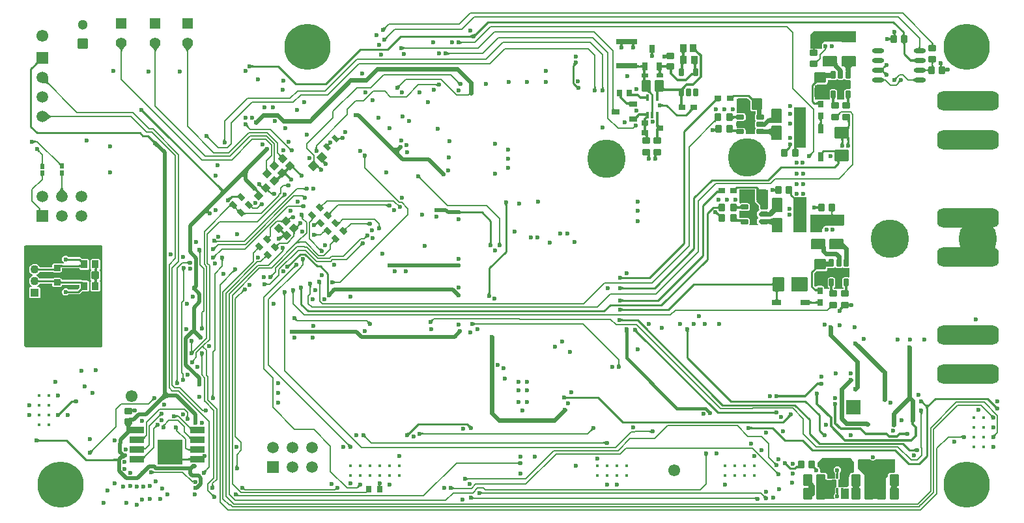
<source format=gbl>
G04*
G04 #@! TF.GenerationSoftware,Altium Limited,Altium Designer,21.7.2 (23)*
G04*
G04 Layer_Physical_Order=4*
G04 Layer_Color=16711680*
%FSAX25Y25*%
%MOIN*%
G70*
G04*
G04 #@! TF.SameCoordinates,7BBA0914-394B-4DB2-939C-07DA4AAD527A*
G04*
G04*
G04 #@! TF.FilePolarity,Positive*
G04*
G01*
G75*
%ADD13C,0.02362*%
%ADD14C,0.00787*%
%ADD16C,0.01575*%
%ADD17C,0.01968*%
%ADD18C,0.00800*%
G04:AMPARAMS|DCode=24|XSize=35.43mil|YSize=27.56mil|CornerRadius=2.07mil|HoleSize=0mil|Usage=FLASHONLY|Rotation=135.000|XOffset=0mil|YOffset=0mil|HoleType=Round|Shape=RoundedRectangle|*
%AMROUNDEDRECTD24*
21,1,0.03543,0.02343,0,0,135.0*
21,1,0.03130,0.02756,0,0,135.0*
1,1,0.00413,-0.00278,0.01935*
1,1,0.00413,0.01935,-0.00278*
1,1,0.00413,0.00278,-0.01935*
1,1,0.00413,-0.01935,0.00278*
%
%ADD24ROUNDEDRECTD24*%
G04:AMPARAMS|DCode=25|XSize=37.4mil|YSize=33.47mil|CornerRadius=2.51mil|HoleSize=0mil|Usage=FLASHONLY|Rotation=270.000|XOffset=0mil|YOffset=0mil|HoleType=Round|Shape=RoundedRectangle|*
%AMROUNDEDRECTD25*
21,1,0.03740,0.02845,0,0,270.0*
21,1,0.03238,0.03347,0,0,270.0*
1,1,0.00502,-0.01422,-0.01619*
1,1,0.00502,-0.01422,0.01619*
1,1,0.00502,0.01422,0.01619*
1,1,0.00502,0.01422,-0.01619*
%
%ADD25ROUNDEDRECTD25*%
G04:AMPARAMS|DCode=26|XSize=35.43mil|YSize=27.56mil|CornerRadius=2.07mil|HoleSize=0mil|Usage=FLASHONLY|Rotation=90.000|XOffset=0mil|YOffset=0mil|HoleType=Round|Shape=RoundedRectangle|*
%AMROUNDEDRECTD26*
21,1,0.03543,0.02343,0,0,90.0*
21,1,0.03130,0.02756,0,0,90.0*
1,1,0.00413,0.01171,0.01565*
1,1,0.00413,0.01171,-0.01565*
1,1,0.00413,-0.01171,-0.01565*
1,1,0.00413,-0.01171,0.01565*
%
%ADD26ROUNDEDRECTD26*%
G04:AMPARAMS|DCode=28|XSize=37.4mil|YSize=31.5mil|CornerRadius=2.36mil|HoleSize=0mil|Usage=FLASHONLY|Rotation=180.000|XOffset=0mil|YOffset=0mil|HoleType=Round|Shape=RoundedRectangle|*
%AMROUNDEDRECTD28*
21,1,0.03740,0.02677,0,0,180.0*
21,1,0.03268,0.03150,0,0,180.0*
1,1,0.00472,-0.01634,0.01339*
1,1,0.00472,0.01634,0.01339*
1,1,0.00472,0.01634,-0.01339*
1,1,0.00472,-0.01634,-0.01339*
%
%ADD28ROUNDEDRECTD28*%
G04:AMPARAMS|DCode=29|XSize=39.37mil|YSize=41.34mil|CornerRadius=2.95mil|HoleSize=0mil|Usage=FLASHONLY|Rotation=135.000|XOffset=0mil|YOffset=0mil|HoleType=Round|Shape=RoundedRectangle|*
%AMROUNDEDRECTD29*
21,1,0.03937,0.03543,0,0,135.0*
21,1,0.03347,0.04134,0,0,135.0*
1,1,0.00591,0.00070,0.02436*
1,1,0.00591,0.02436,0.00070*
1,1,0.00591,-0.00070,-0.02436*
1,1,0.00591,-0.02436,-0.00070*
%
%ADD29ROUNDEDRECTD29*%
G04:AMPARAMS|DCode=37|XSize=37.4mil|YSize=33.47mil|CornerRadius=2.51mil|HoleSize=0mil|Usage=FLASHONLY|Rotation=180.000|XOffset=0mil|YOffset=0mil|HoleType=Round|Shape=RoundedRectangle|*
%AMROUNDEDRECTD37*
21,1,0.03740,0.02845,0,0,180.0*
21,1,0.03238,0.03347,0,0,180.0*
1,1,0.00502,-0.01619,0.01422*
1,1,0.00502,0.01619,0.01422*
1,1,0.00502,0.01619,-0.01422*
1,1,0.00502,-0.01619,-0.01422*
%
%ADD37ROUNDEDRECTD37*%
G04:AMPARAMS|DCode=38|XSize=37.4mil|YSize=33.47mil|CornerRadius=2.51mil|HoleSize=0mil|Usage=FLASHONLY|Rotation=135.000|XOffset=0mil|YOffset=0mil|HoleType=Round|Shape=RoundedRectangle|*
%AMROUNDEDRECTD38*
21,1,0.03740,0.02845,0,0,135.0*
21,1,0.03238,0.03347,0,0,135.0*
1,1,0.00502,-0.00139,0.02151*
1,1,0.00502,0.02151,-0.00139*
1,1,0.00502,0.00139,-0.02151*
1,1,0.00502,-0.02151,0.00139*
%
%ADD38ROUNDEDRECTD38*%
G04:AMPARAMS|DCode=39|XSize=37.4mil|YSize=33.47mil|CornerRadius=2.51mil|HoleSize=0mil|Usage=FLASHONLY|Rotation=45.000|XOffset=0mil|YOffset=0mil|HoleType=Round|Shape=RoundedRectangle|*
%AMROUNDEDRECTD39*
21,1,0.03740,0.02845,0,0,45.0*
21,1,0.03238,0.03347,0,0,45.0*
1,1,0.00502,0.02151,0.00139*
1,1,0.00502,-0.00139,-0.02151*
1,1,0.00502,-0.02151,-0.00139*
1,1,0.00502,0.00139,0.02151*
%
%ADD39ROUNDEDRECTD39*%
G04:AMPARAMS|DCode=50|XSize=57.09mil|YSize=49.21mil|CornerRadius=3.69mil|HoleSize=0mil|Usage=FLASHONLY|Rotation=270.000|XOffset=0mil|YOffset=0mil|HoleType=Round|Shape=RoundedRectangle|*
%AMROUNDEDRECTD50*
21,1,0.05709,0.04183,0,0,270.0*
21,1,0.04970,0.04921,0,0,270.0*
1,1,0.00738,-0.02092,-0.02485*
1,1,0.00738,-0.02092,0.02485*
1,1,0.00738,0.02092,0.02485*
1,1,0.00738,0.02092,-0.02485*
%
%ADD50ROUNDEDRECTD50*%
G04:AMPARAMS|DCode=51|XSize=27.56mil|YSize=33.47mil|CornerRadius=2.07mil|HoleSize=0mil|Usage=FLASHONLY|Rotation=270.000|XOffset=0mil|YOffset=0mil|HoleType=Round|Shape=RoundedRectangle|*
%AMROUNDEDRECTD51*
21,1,0.02756,0.02933,0,0,270.0*
21,1,0.02343,0.03347,0,0,270.0*
1,1,0.00413,-0.01467,-0.01171*
1,1,0.00413,-0.01467,0.01171*
1,1,0.00413,0.01467,0.01171*
1,1,0.00413,0.01467,-0.01171*
%
%ADD51ROUNDEDRECTD51*%
G04:AMPARAMS|DCode=54|XSize=39.37mil|YSize=31.5mil|CornerRadius=2.36mil|HoleSize=0mil|Usage=FLASHONLY|Rotation=90.000|XOffset=0mil|YOffset=0mil|HoleType=Round|Shape=RoundedRectangle|*
%AMROUNDEDRECTD54*
21,1,0.03937,0.02677,0,0,90.0*
21,1,0.03465,0.03150,0,0,90.0*
1,1,0.00472,0.01339,0.01732*
1,1,0.00472,0.01339,-0.01732*
1,1,0.00472,-0.01339,-0.01732*
1,1,0.00472,-0.01339,0.01732*
%
%ADD54ROUNDEDRECTD54*%
%ADD55C,0.05906*%
G04:AMPARAMS|DCode=64|XSize=23.62mil|YSize=41.34mil|CornerRadius=1.77mil|HoleSize=0mil|Usage=FLASHONLY|Rotation=180.000|XOffset=0mil|YOffset=0mil|HoleType=Round|Shape=RoundedRectangle|*
%AMROUNDEDRECTD64*
21,1,0.02362,0.03780,0,0,180.0*
21,1,0.02008,0.04134,0,0,180.0*
1,1,0.00354,-0.01004,0.01890*
1,1,0.00354,0.01004,0.01890*
1,1,0.00354,0.01004,-0.01890*
1,1,0.00354,-0.01004,-0.01890*
%
%ADD64ROUNDEDRECTD64*%
G04:AMPARAMS|DCode=65|XSize=27.56mil|YSize=47.24mil|CornerRadius=2.07mil|HoleSize=0mil|Usage=FLASHONLY|Rotation=180.000|XOffset=0mil|YOffset=0mil|HoleType=Round|Shape=RoundedRectangle|*
%AMROUNDEDRECTD65*
21,1,0.02756,0.04311,0,0,180.0*
21,1,0.02343,0.04724,0,0,180.0*
1,1,0.00413,-0.01171,0.02156*
1,1,0.00413,0.01171,0.02156*
1,1,0.00413,0.01171,-0.02156*
1,1,0.00413,-0.01171,-0.02156*
%
%ADD65ROUNDEDRECTD65*%
G04:AMPARAMS|DCode=70|XSize=27.56mil|YSize=33.47mil|CornerRadius=2.07mil|HoleSize=0mil|Usage=FLASHONLY|Rotation=0.000|XOffset=0mil|YOffset=0mil|HoleType=Round|Shape=RoundedRectangle|*
%AMROUNDEDRECTD70*
21,1,0.02756,0.02933,0,0,0.0*
21,1,0.02343,0.03347,0,0,0.0*
1,1,0.00413,0.01171,-0.01467*
1,1,0.00413,-0.01171,-0.01467*
1,1,0.00413,-0.01171,0.01467*
1,1,0.00413,0.01171,0.01467*
%
%ADD70ROUNDEDRECTD70*%
G04:AMPARAMS|DCode=95|XSize=23.62mil|YSize=39.37mil|CornerRadius=2.95mil|HoleSize=0mil|Usage=FLASHONLY|Rotation=90.000|XOffset=0mil|YOffset=0mil|HoleType=Round|Shape=RoundedRectangle|*
%AMROUNDEDRECTD95*
21,1,0.02362,0.03347,0,0,90.0*
21,1,0.01772,0.03937,0,0,90.0*
1,1,0.00591,0.01673,0.00886*
1,1,0.00591,0.01673,-0.00886*
1,1,0.00591,-0.01673,-0.00886*
1,1,0.00591,-0.01673,0.00886*
%
%ADD95ROUNDEDRECTD95*%
G04:AMPARAMS|DCode=112|XSize=21.65mil|YSize=23.62mil|CornerRadius=1.62mil|HoleSize=0mil|Usage=FLASHONLY|Rotation=0.000|XOffset=0mil|YOffset=0mil|HoleType=Round|Shape=RoundedRectangle|*
%AMROUNDEDRECTD112*
21,1,0.02165,0.02037,0,0,0.0*
21,1,0.01841,0.02362,0,0,0.0*
1,1,0.00325,0.00920,-0.01019*
1,1,0.00325,-0.00920,-0.01019*
1,1,0.00325,-0.00920,0.01019*
1,1,0.00325,0.00920,0.01019*
%
%ADD112ROUNDEDRECTD112*%
G04:AMPARAMS|DCode=118|XSize=39.37mil|YSize=31.5mil|CornerRadius=2.36mil|HoleSize=0mil|Usage=FLASHONLY|Rotation=0.000|XOffset=0mil|YOffset=0mil|HoleType=Round|Shape=RoundedRectangle|*
%AMROUNDEDRECTD118*
21,1,0.03937,0.02677,0,0,0.0*
21,1,0.03465,0.03150,0,0,0.0*
1,1,0.00472,0.01732,-0.01339*
1,1,0.00472,-0.01732,-0.01339*
1,1,0.00472,-0.01732,0.01339*
1,1,0.00472,0.01732,0.01339*
%
%ADD118ROUNDEDRECTD118*%
G04:AMPARAMS|DCode=125|XSize=37.4mil|YSize=31.5mil|CornerRadius=2.36mil|HoleSize=0mil|Usage=FLASHONLY|Rotation=270.000|XOffset=0mil|YOffset=0mil|HoleType=Round|Shape=RoundedRectangle|*
%AMROUNDEDRECTD125*
21,1,0.03740,0.02677,0,0,270.0*
21,1,0.03268,0.03150,0,0,270.0*
1,1,0.00472,-0.01339,-0.01634*
1,1,0.00472,-0.01339,0.01634*
1,1,0.00472,0.01339,0.01634*
1,1,0.00472,0.01339,-0.01634*
%
%ADD125ROUNDEDRECTD125*%
%ADD262C,0.01000*%
%ADD265C,0.02756*%
%ADD266C,0.02000*%
%ADD267C,0.01181*%
%ADD289R,0.05906X0.05906*%
%ADD290C,0.06496*%
G04:AMPARAMS|DCode=291|XSize=64.96mil|YSize=64.96mil|CornerRadius=4.87mil|HoleSize=0mil|Usage=FLASHONLY|Rotation=0.000|XOffset=0mil|YOffset=0mil|HoleType=Round|Shape=RoundedRectangle|*
%AMROUNDEDRECTD291*
21,1,0.06496,0.05522,0,0,0.0*
21,1,0.05522,0.06496,0,0,0.0*
1,1,0.00974,0.02761,-0.02761*
1,1,0.00974,-0.02761,-0.02761*
1,1,0.00974,-0.02761,0.02761*
1,1,0.00974,0.02761,0.02761*
%
%ADD291ROUNDEDRECTD291*%
%ADD292C,0.19685*%
%ADD293C,0.05118*%
G04:AMPARAMS|DCode=294|XSize=51.18mil|YSize=51.18mil|CornerRadius=3.84mil|HoleSize=0mil|Usage=FLASHONLY|Rotation=270.000|XOffset=0mil|YOffset=0mil|HoleType=Round|Shape=RoundedRectangle|*
%AMROUNDEDRECTD294*
21,1,0.05118,0.04350,0,0,270.0*
21,1,0.04350,0.05118,0,0,270.0*
1,1,0.00768,-0.02175,-0.02175*
1,1,0.00768,-0.02175,0.02175*
1,1,0.00768,0.02175,0.02175*
1,1,0.00768,0.02175,-0.02175*
%
%ADD294ROUNDEDRECTD294*%
%ADD295R,0.05906X0.05906*%
%ADD296C,0.05512*%
G04:AMPARAMS|DCode=297|XSize=55.12mil|YSize=55.12mil|CornerRadius=4.13mil|HoleSize=0mil|Usage=FLASHONLY|Rotation=270.000|XOffset=0mil|YOffset=0mil|HoleType=Round|Shape=RoundedRectangle|*
%AMROUNDEDRECTD297*
21,1,0.05512,0.04685,0,0,270.0*
21,1,0.04685,0.05512,0,0,270.0*
1,1,0.00827,-0.02343,-0.02343*
1,1,0.00827,-0.02343,0.02343*
1,1,0.00827,0.02343,0.02343*
1,1,0.00827,0.02343,-0.02343*
%
%ADD297ROUNDEDRECTD297*%
%ADD298C,0.06102*%
%ADD299C,0.01457*%
%ADD300C,0.04331*%
G04:AMPARAMS|DCode=301|XSize=43.31mil|YSize=43.31mil|CornerRadius=3.25mil|HoleSize=0mil|Usage=FLASHONLY|Rotation=90.000|XOffset=0mil|YOffset=0mil|HoleType=Round|Shape=RoundedRectangle|*
%AMROUNDEDRECTD301*
21,1,0.04331,0.03681,0,0,90.0*
21,1,0.03681,0.04331,0,0,90.0*
1,1,0.00650,0.01841,0.01841*
1,1,0.00650,0.01841,-0.01841*
1,1,0.00650,-0.01841,-0.01841*
1,1,0.00650,-0.01841,0.01841*
%
%ADD301ROUNDEDRECTD301*%
%ADD302C,0.23622*%
%ADD303C,0.02362*%
G04:AMPARAMS|DCode=305|XSize=39.37mil|YSize=35.43mil|CornerRadius=2.66mil|HoleSize=0mil|Usage=FLASHONLY|Rotation=270.000|XOffset=0mil|YOffset=0mil|HoleType=Round|Shape=RoundedRectangle|*
%AMROUNDEDRECTD305*
21,1,0.03937,0.03012,0,0,270.0*
21,1,0.03406,0.03543,0,0,270.0*
1,1,0.00532,-0.01506,-0.01703*
1,1,0.00532,-0.01506,0.01703*
1,1,0.00532,0.01506,0.01703*
1,1,0.00532,0.01506,-0.01703*
%
%ADD305ROUNDEDRECTD305*%
%ADD306O,0.06299X0.02362*%
G04:AMPARAMS|DCode=307|XSize=11.81mil|YSize=23.62mil|CornerRadius=0.89mil|HoleSize=0mil|Usage=FLASHONLY|Rotation=180.000|XOffset=0mil|YOffset=0mil|HoleType=Round|Shape=RoundedRectangle|*
%AMROUNDEDRECTD307*
21,1,0.01181,0.02185,0,0,180.0*
21,1,0.01004,0.02362,0,0,180.0*
1,1,0.00177,-0.00502,0.01093*
1,1,0.00177,0.00502,0.01093*
1,1,0.00177,0.00502,-0.01093*
1,1,0.00177,-0.00502,-0.01093*
%
%ADD307ROUNDEDRECTD307*%
G04:AMPARAMS|DCode=308|XSize=26.38mil|YSize=39.37mil|CornerRadius=1.98mil|HoleSize=0mil|Usage=FLASHONLY|Rotation=180.000|XOffset=0mil|YOffset=0mil|HoleType=Round|Shape=RoundedRectangle|*
%AMROUNDEDRECTD308*
21,1,0.02638,0.03541,0,0,180.0*
21,1,0.02242,0.03937,0,0,180.0*
1,1,0.00396,-0.01121,0.01771*
1,1,0.00396,0.01121,0.01771*
1,1,0.00396,0.01121,-0.01771*
1,1,0.00396,-0.01121,-0.01771*
%
%ADD308ROUNDEDRECTD308*%
G04:AMPARAMS|DCode=309|XSize=74.8mil|YSize=31.5mil|CornerRadius=2.36mil|HoleSize=0mil|Usage=FLASHONLY|Rotation=180.000|XOffset=0mil|YOffset=0mil|HoleType=Round|Shape=RoundedRectangle|*
%AMROUNDEDRECTD309*
21,1,0.07480,0.02677,0,0,180.0*
21,1,0.07008,0.03150,0,0,180.0*
1,1,0.00472,-0.03504,0.01339*
1,1,0.00472,0.03504,0.01339*
1,1,0.00472,0.03504,-0.01339*
1,1,0.00472,-0.03504,-0.01339*
%
%ADD309ROUNDEDRECTD309*%
G04:AMPARAMS|DCode=310|XSize=27.56mil|YSize=35.43mil|CornerRadius=2.07mil|HoleSize=0mil|Usage=FLASHONLY|Rotation=270.000|XOffset=0mil|YOffset=0mil|HoleType=Round|Shape=RoundedRectangle|*
%AMROUNDEDRECTD310*
21,1,0.02756,0.03130,0,0,270.0*
21,1,0.02343,0.03543,0,0,270.0*
1,1,0.00413,-0.01565,-0.01171*
1,1,0.00413,-0.01565,0.01171*
1,1,0.00413,0.01565,0.01171*
1,1,0.00413,0.01565,-0.01171*
%
%ADD310ROUNDEDRECTD310*%
G04:AMPARAMS|DCode=311|XSize=98.43mil|YSize=314.96mil|CornerRadius=29.53mil|HoleSize=0mil|Usage=FLASHONLY|Rotation=90.000|XOffset=0mil|YOffset=0mil|HoleType=Round|Shape=RoundedRectangle|*
%AMROUNDEDRECTD311*
21,1,0.09843,0.25591,0,0,90.0*
21,1,0.03937,0.31496,0,0,90.0*
1,1,0.05906,0.12795,0.01968*
1,1,0.05906,0.12795,-0.01968*
1,1,0.05906,-0.12795,-0.01968*
1,1,0.05906,-0.12795,0.01968*
%
%ADD311ROUNDEDRECTD311*%
G04:AMPARAMS|DCode=312|XSize=106.3mil|YSize=29.53mil|CornerRadius=2.22mil|HoleSize=0mil|Usage=FLASHONLY|Rotation=180.000|XOffset=0mil|YOffset=0mil|HoleType=Round|Shape=RoundedRectangle|*
%AMROUNDEDRECTD312*
21,1,0.10630,0.02510,0,0,180.0*
21,1,0.10187,0.02953,0,0,180.0*
1,1,0.00443,-0.05094,0.01255*
1,1,0.00443,0.05094,0.01255*
1,1,0.00443,0.05094,-0.01255*
1,1,0.00443,-0.05094,-0.01255*
%
%ADD312ROUNDEDRECTD312*%
G04:AMPARAMS|DCode=313|XSize=19.68mil|YSize=31.5mil|CornerRadius=1.48mil|HoleSize=0mil|Usage=FLASHONLY|Rotation=90.000|XOffset=0mil|YOffset=0mil|HoleType=Round|Shape=RoundedRectangle|*
%AMROUNDEDRECTD313*
21,1,0.01968,0.02854,0,0,90.0*
21,1,0.01673,0.03150,0,0,90.0*
1,1,0.00295,0.01427,0.00837*
1,1,0.00295,0.01427,-0.00837*
1,1,0.00295,-0.01427,-0.00837*
1,1,0.00295,-0.01427,0.00837*
%
%ADD313ROUNDEDRECTD313*%
G04:AMPARAMS|DCode=314|XSize=33.47mil|YSize=27.56mil|CornerRadius=2.07mil|HoleSize=0mil|Usage=FLASHONLY|Rotation=90.000|XOffset=0mil|YOffset=0mil|HoleType=Round|Shape=RoundedRectangle|*
%AMROUNDEDRECTD314*
21,1,0.03347,0.02343,0,0,90.0*
21,1,0.02933,0.02756,0,0,90.0*
1,1,0.00413,0.01171,0.01467*
1,1,0.00413,0.01171,-0.01467*
1,1,0.00413,-0.01171,-0.01467*
1,1,0.00413,-0.01171,0.01467*
%
%ADD314ROUNDEDRECTD314*%
G04:AMPARAMS|DCode=315|XSize=15.75mil|YSize=33.47mil|CornerRadius=1.97mil|HoleSize=0mil|Usage=FLASHONLY|Rotation=0.000|XOffset=0mil|YOffset=0mil|HoleType=Round|Shape=RoundedRectangle|*
%AMROUNDEDRECTD315*
21,1,0.01575,0.02953,0,0,0.0*
21,1,0.01181,0.03347,0,0,0.0*
1,1,0.00394,0.00591,-0.01476*
1,1,0.00394,-0.00591,-0.01476*
1,1,0.00394,-0.00591,0.01476*
1,1,0.00394,0.00591,0.01476*
%
%ADD315ROUNDEDRECTD315*%
G04:AMPARAMS|DCode=316|XSize=27.56mil|YSize=47.24mil|CornerRadius=2.07mil|HoleSize=0mil|Usage=FLASHONLY|Rotation=270.000|XOffset=0mil|YOffset=0mil|HoleType=Round|Shape=RoundedRectangle|*
%AMROUNDEDRECTD316*
21,1,0.02756,0.04311,0,0,270.0*
21,1,0.02343,0.04724,0,0,270.0*
1,1,0.00413,-0.02156,-0.01171*
1,1,0.00413,-0.02156,0.01171*
1,1,0.00413,0.02156,0.01171*
1,1,0.00413,0.02156,-0.01171*
%
%ADD316ROUNDEDRECTD316*%
G04:AMPARAMS|DCode=317|XSize=74.8mil|YSize=53.15mil|CornerRadius=3.99mil|HoleSize=0mil|Usage=FLASHONLY|Rotation=270.000|XOffset=0mil|YOffset=0mil|HoleType=Round|Shape=RoundedRectangle|*
%AMROUNDEDRECTD317*
21,1,0.07480,0.04518,0,0,270.0*
21,1,0.06683,0.05315,0,0,270.0*
1,1,0.00797,-0.02259,-0.03342*
1,1,0.00797,-0.02259,0.03342*
1,1,0.00797,0.02259,0.03342*
1,1,0.00797,0.02259,-0.03342*
%
%ADD317ROUNDEDRECTD317*%
G04:AMPARAMS|DCode=318|XSize=59.06mil|YSize=55.12mil|CornerRadius=4.13mil|HoleSize=0mil|Usage=FLASHONLY|Rotation=0.000|XOffset=0mil|YOffset=0mil|HoleType=Round|Shape=RoundedRectangle|*
%AMROUNDEDRECTD318*
21,1,0.05906,0.04685,0,0,0.0*
21,1,0.05079,0.05512,0,0,0.0*
1,1,0.00827,0.02539,-0.02343*
1,1,0.00827,-0.02539,-0.02343*
1,1,0.00827,-0.02539,0.02343*
1,1,0.00827,0.02539,0.02343*
%
%ADD318ROUNDEDRECTD318*%
G04:AMPARAMS|DCode=319|XSize=37.4mil|YSize=21.65mil|CornerRadius=1.62mil|HoleSize=0mil|Usage=FLASHONLY|Rotation=315.000|XOffset=0mil|YOffset=0mil|HoleType=Round|Shape=RoundedRectangle|*
%AMROUNDEDRECTD319*
21,1,0.03740,0.01841,0,0,315.0*
21,1,0.03415,0.02165,0,0,315.0*
1,1,0.00325,0.00557,-0.01858*
1,1,0.00325,-0.01858,0.00557*
1,1,0.00325,-0.00557,0.01858*
1,1,0.00325,0.01858,-0.00557*
%
%ADD319ROUNDEDRECTD319*%
G04:AMPARAMS|DCode=320|XSize=41.34mil|YSize=37.4mil|CornerRadius=2.81mil|HoleSize=0mil|Usage=FLASHONLY|Rotation=90.000|XOffset=0mil|YOffset=0mil|HoleType=Round|Shape=RoundedRectangle|*
%AMROUNDEDRECTD320*
21,1,0.04134,0.03179,0,0,90.0*
21,1,0.03573,0.03740,0,0,90.0*
1,1,0.00561,0.01590,0.01786*
1,1,0.00561,0.01590,-0.01786*
1,1,0.00561,-0.01590,-0.01786*
1,1,0.00561,-0.01590,0.01786*
%
%ADD320ROUNDEDRECTD320*%
G04:AMPARAMS|DCode=321|XSize=35.43mil|YSize=31.5mil|CornerRadius=2.36mil|HoleSize=0mil|Usage=FLASHONLY|Rotation=0.000|XOffset=0mil|YOffset=0mil|HoleType=Round|Shape=RoundedRectangle|*
%AMROUNDEDRECTD321*
21,1,0.03543,0.02677,0,0,0.0*
21,1,0.03071,0.03150,0,0,0.0*
1,1,0.00472,0.01535,-0.01339*
1,1,0.00472,-0.01535,-0.01339*
1,1,0.00472,-0.01535,0.01339*
1,1,0.00472,0.01535,0.01339*
%
%ADD321ROUNDEDRECTD321*%
G04:AMPARAMS|DCode=322|XSize=41.34mil|YSize=35.43mil|CornerRadius=2.66mil|HoleSize=0mil|Usage=FLASHONLY|Rotation=270.000|XOffset=0mil|YOffset=0mil|HoleType=Round|Shape=RoundedRectangle|*
%AMROUNDEDRECTD322*
21,1,0.04134,0.03012,0,0,270.0*
21,1,0.03602,0.03543,0,0,270.0*
1,1,0.00532,-0.01506,-0.01801*
1,1,0.00532,-0.01506,0.01801*
1,1,0.00532,0.01506,0.01801*
1,1,0.00532,0.01506,-0.01801*
%
%ADD322ROUNDEDRECTD322*%
G04:AMPARAMS|DCode=323|XSize=23.62mil|YSize=39.37mil|CornerRadius=2.95mil|HoleSize=0mil|Usage=FLASHONLY|Rotation=180.000|XOffset=0mil|YOffset=0mil|HoleType=Round|Shape=RoundedRectangle|*
%AMROUNDEDRECTD323*
21,1,0.02362,0.03347,0,0,180.0*
21,1,0.01772,0.03937,0,0,180.0*
1,1,0.00591,-0.00886,0.01673*
1,1,0.00591,0.00886,0.01673*
1,1,0.00591,0.00886,-0.01673*
1,1,0.00591,-0.00886,-0.01673*
%
%ADD323ROUNDEDRECTD323*%
G04:AMPARAMS|DCode=324|XSize=23.62mil|YSize=41.34mil|CornerRadius=1.77mil|HoleSize=0mil|Usage=FLASHONLY|Rotation=90.000|XOffset=0mil|YOffset=0mil|HoleType=Round|Shape=RoundedRectangle|*
%AMROUNDEDRECTD324*
21,1,0.02362,0.03780,0,0,90.0*
21,1,0.02008,0.04134,0,0,90.0*
1,1,0.00354,0.01890,0.01004*
1,1,0.00354,0.01890,-0.01004*
1,1,0.00354,-0.01890,-0.01004*
1,1,0.00354,-0.01890,0.01004*
%
%ADD324ROUNDEDRECTD324*%
G04:AMPARAMS|DCode=325|XSize=74.8mil|YSize=59.06mil|CornerRadius=4.43mil|HoleSize=0mil|Usage=FLASHONLY|Rotation=90.000|XOffset=0mil|YOffset=0mil|HoleType=Round|Shape=RoundedRectangle|*
%AMROUNDEDRECTD325*
21,1,0.07480,0.05020,0,0,90.0*
21,1,0.06594,0.05906,0,0,90.0*
1,1,0.00886,0.02510,0.03297*
1,1,0.00886,0.02510,-0.03297*
1,1,0.00886,-0.02510,-0.03297*
1,1,0.00886,-0.02510,0.03297*
%
%ADD325ROUNDEDRECTD325*%
G04:AMPARAMS|DCode=326|XSize=59.06mil|YSize=55.12mil|CornerRadius=4.13mil|HoleSize=0mil|Usage=FLASHONLY|Rotation=270.000|XOffset=0mil|YOffset=0mil|HoleType=Round|Shape=RoundedRectangle|*
%AMROUNDEDRECTD326*
21,1,0.05906,0.04685,0,0,270.0*
21,1,0.05079,0.05512,0,0,270.0*
1,1,0.00827,-0.02343,-0.02539*
1,1,0.00827,-0.02343,0.02539*
1,1,0.00827,0.02343,0.02539*
1,1,0.00827,0.02343,-0.02539*
%
%ADD326ROUNDEDRECTD326*%
G04:AMPARAMS|DCode=327|XSize=74.8mil|YSize=53.15mil|CornerRadius=3.99mil|HoleSize=0mil|Usage=FLASHONLY|Rotation=0.000|XOffset=0mil|YOffset=0mil|HoleType=Round|Shape=RoundedRectangle|*
%AMROUNDEDRECTD327*
21,1,0.07480,0.04518,0,0,0.0*
21,1,0.06683,0.05315,0,0,0.0*
1,1,0.00797,0.03342,-0.02259*
1,1,0.00797,-0.03342,-0.02259*
1,1,0.00797,-0.03342,0.02259*
1,1,0.00797,0.03342,0.02259*
%
%ADD327ROUNDEDRECTD327*%
G04:AMPARAMS|DCode=328|XSize=74.8mil|YSize=59.06mil|CornerRadius=4.43mil|HoleSize=0mil|Usage=FLASHONLY|Rotation=180.000|XOffset=0mil|YOffset=0mil|HoleType=Round|Shape=RoundedRectangle|*
%AMROUNDEDRECTD328*
21,1,0.07480,0.05020,0,0,180.0*
21,1,0.06594,0.05906,0,0,180.0*
1,1,0.00886,-0.03297,0.02510*
1,1,0.00886,0.03297,0.02510*
1,1,0.00886,0.03297,-0.02510*
1,1,0.00886,-0.03297,-0.02510*
%
%ADD328ROUNDEDRECTD328*%
%ADD329C,0.00900*%
%ADD330R,0.12992X0.12795*%
%ADD331R,0.07677X0.07776*%
%ADD332R,0.06693X0.17913*%
%ADD333R,0.02756X0.08957*%
%ADD334R,0.06693X0.05906*%
G04:AMPARAMS|DCode=335|XSize=37.58mil|YSize=40.35mil|CornerRadius=0mil|HoleSize=0mil|Usage=FLASHONLY|Rotation=315.000|XOffset=0mil|YOffset=0mil|HoleType=Round|Shape=Rectangle|*
%AMROTATEDRECTD335*
4,1,4,-0.02756,-0.00098,0.00098,0.02756,0.02756,0.00098,-0.00098,-0.02756,-0.02756,-0.00098,0.0*
%
%ADD335ROTATEDRECTD335*%

%ADD336R,0.01377X0.03247*%
%ADD337R,0.03347X0.03543*%
%ADD338R,0.04035X0.01378*%
%ADD339R,0.07284X0.03543*%
%ADD340R,0.06102X0.20866*%
%ADD341R,0.08169X0.07677*%
%ADD342R,0.08563X0.03150*%
G36*
X0270467Y0539784D02*
X0270392Y0539703D01*
X0270325Y0539618D01*
X0270267Y0539529D01*
X0270216Y0539435D01*
X0270173Y0539338D01*
X0270138Y0539237D01*
X0270111Y0539132D01*
X0270092Y0539022D01*
X0270081Y0538909D01*
X0270079Y0538791D01*
X0268910Y0539961D01*
X0269027Y0539963D01*
X0269140Y0539974D01*
X0269250Y0539993D01*
X0269355Y0540020D01*
X0269456Y0540055D01*
X0269553Y0540098D01*
X0269647Y0540148D01*
X0269736Y0540207D01*
X0269821Y0540274D01*
X0269902Y0540349D01*
X0270467Y0539784D01*
D02*
G37*
G36*
X0316769Y0536337D02*
X0316686Y0536250D01*
X0316612Y0536162D01*
X0316547Y0536074D01*
X0316491Y0535986D01*
X0316444Y0535897D01*
X0316405Y0535807D01*
X0316375Y0535717D01*
X0316354Y0535627D01*
X0316342Y0535536D01*
X0316338Y0535445D01*
X0315169Y0536614D01*
X0315261Y0536618D01*
X0315351Y0536630D01*
X0315442Y0536651D01*
X0315532Y0536681D01*
X0315621Y0536719D01*
X0315710Y0536767D01*
X0315799Y0536823D01*
X0315887Y0536888D01*
X0315974Y0536962D01*
X0316062Y0537044D01*
X0316769Y0536337D01*
D02*
G37*
G36*
X0314314Y0534606D02*
X0314247Y0534668D01*
X0314174Y0534724D01*
X0314095Y0534773D01*
X0314011Y0534815D01*
X0313920Y0534851D01*
X0313824Y0534881D01*
X0313721Y0534904D01*
X0313613Y0534920D01*
X0313499Y0534930D01*
X0313379Y0534933D01*
Y0535933D01*
X0313499Y0535936D01*
X0313613Y0535946D01*
X0313721Y0535962D01*
X0313824Y0535985D01*
X0313920Y0536015D01*
X0314011Y0536051D01*
X0314095Y0536093D01*
X0314174Y0536142D01*
X0314247Y0536198D01*
X0314314Y0536260D01*
Y0534606D01*
D02*
G37*
G36*
X0270959Y0534567D02*
X0270885Y0534486D01*
X0270818Y0534401D01*
X0270759Y0534312D01*
X0270708Y0534219D01*
X0270665Y0534122D01*
X0270630Y0534020D01*
X0270603Y0533915D01*
X0270584Y0533806D01*
X0270574Y0533692D01*
X0270571Y0533575D01*
X0269402Y0534744D01*
X0269519Y0534747D01*
X0269633Y0534758D01*
X0269742Y0534776D01*
X0269847Y0534803D01*
X0269948Y0534838D01*
X0270046Y0534881D01*
X0270139Y0534932D01*
X0270228Y0534991D01*
X0270313Y0535058D01*
X0270394Y0535133D01*
X0270959Y0534567D01*
D02*
G37*
G36*
X0308310Y0533029D02*
X0308398Y0532957D01*
X0308489Y0532893D01*
X0308582Y0532837D01*
X0308679Y0532790D01*
X0308778Y0532752D01*
X0308879Y0532722D01*
X0308984Y0532700D01*
X0309092Y0532688D01*
X0309202Y0532684D01*
Y0531883D01*
X0309092Y0531879D01*
X0308984Y0531866D01*
X0308879Y0531845D01*
X0308778Y0531815D01*
X0308679Y0531777D01*
X0308582Y0531730D01*
X0308489Y0531674D01*
X0308398Y0531610D01*
X0308310Y0531538D01*
X0308225Y0531457D01*
Y0533110D01*
X0308310Y0533029D01*
D02*
G37*
G36*
X0279177Y0530175D02*
X0279264Y0530102D01*
X0279355Y0530038D01*
X0279449Y0529983D01*
X0279545Y0529936D01*
X0279644Y0529897D01*
X0279746Y0529868D01*
X0279850Y0529846D01*
X0279958Y0529833D01*
X0280068Y0529829D01*
Y0529029D01*
X0279958Y0529025D01*
X0279850Y0529012D01*
X0279746Y0528991D01*
X0279644Y0528961D01*
X0279545Y0528922D01*
X0279449Y0528875D01*
X0279355Y0528820D01*
X0279264Y0528756D01*
X0279177Y0528683D01*
X0279092Y0528602D01*
Y0530256D01*
X0279177Y0530175D01*
D02*
G37*
G36*
X0136580Y0529943D02*
X0136090Y0529390D01*
X0135891Y0529131D01*
X0135723Y0528884D01*
X0135586Y0528649D01*
X0135479Y0528425D01*
X0135402Y0528213D01*
X0135356Y0528013D01*
X0135341Y0527824D01*
X0134541D01*
X0134526Y0528013D01*
X0134480Y0528213D01*
X0134403Y0528425D01*
X0134296Y0528649D01*
X0134159Y0528884D01*
X0133991Y0529131D01*
X0133792Y0529390D01*
X0133302Y0529943D01*
X0133012Y0530237D01*
X0136870D01*
X0136580Y0529943D01*
D02*
G37*
G36*
X0153901Y0529843D02*
X0153410Y0529289D01*
X0153210Y0529030D01*
X0153041Y0528782D01*
X0152903Y0528547D01*
X0152796Y0528324D01*
X0152719Y0528112D01*
X0152673Y0527913D01*
X0152657Y0527725D01*
X0151870D01*
X0151855Y0527913D01*
X0151809Y0528112D01*
X0151732Y0528324D01*
X0151624Y0528547D01*
X0151486Y0528782D01*
X0151317Y0529030D01*
X0151118Y0529289D01*
X0150626Y0529843D01*
X0150335Y0530138D01*
X0154193D01*
X0153901Y0529843D01*
D02*
G37*
G36*
X0170339Y0529746D02*
X0169850Y0529193D01*
X0169651Y0528934D01*
X0169483Y0528687D01*
X0169345Y0528452D01*
X0169238Y0528228D01*
X0169162Y0528016D01*
X0169116Y0527816D01*
X0169101Y0527628D01*
X0168301D01*
X0168286Y0527816D01*
X0168240Y0528016D01*
X0168163Y0528228D01*
X0168056Y0528452D01*
X0167919Y0528687D01*
X0167750Y0528934D01*
X0167552Y0529193D01*
X0167062Y0529746D01*
X0166772Y0530040D01*
X0170630D01*
X0170339Y0529746D01*
D02*
G37*
G36*
X0301876Y0527319D02*
X0301965Y0527246D01*
X0302056Y0527181D01*
X0302150Y0527124D01*
X0302247Y0527077D01*
X0302346Y0527038D01*
X0302448Y0527007D01*
X0302552Y0526986D01*
X0302659Y0526973D01*
X0302769Y0526968D01*
Y0526181D01*
X0302659Y0526177D01*
X0302552Y0526164D01*
X0302448Y0526142D01*
X0302346Y0526112D01*
X0302247Y0526073D01*
X0302150Y0526025D01*
X0302056Y0525969D01*
X0301965Y0525904D01*
X0301876Y0525830D01*
X0301790Y0525748D01*
Y0527402D01*
X0301876Y0527319D01*
D02*
G37*
G36*
X0092863Y0521429D02*
X0092785Y0521486D01*
X0092694Y0521514D01*
X0092588D01*
X0092467Y0521486D01*
X0092333Y0521429D01*
X0092184Y0521345D01*
X0092022Y0521231D01*
X0091845Y0521090D01*
X0091449Y0520722D01*
X0090742Y0521429D01*
X0090940Y0521634D01*
X0091251Y0522002D01*
X0091364Y0522165D01*
X0091449Y0522313D01*
X0091506Y0522448D01*
X0091534Y0522568D01*
Y0522674D01*
X0091506Y0522766D01*
X0091449Y0522844D01*
X0092863Y0521429D01*
D02*
G37*
G36*
X0367572Y0520783D02*
X0367488Y0520762D01*
X0367404Y0520733D01*
X0367320Y0520698D01*
X0367235Y0520656D01*
X0367150Y0520607D01*
X0367065Y0520552D01*
X0366979Y0520489D01*
X0366807Y0520343D01*
X0366721Y0520260D01*
X0365835Y0520788D01*
X0365918Y0520877D01*
X0365990Y0520965D01*
X0366051Y0521053D01*
X0366101Y0521141D01*
X0366140Y0521229D01*
X0366169Y0521316D01*
X0366186Y0521404D01*
X0366193Y0521491D01*
X0366189Y0521579D01*
X0366174Y0521666D01*
X0367572Y0520783D01*
D02*
G37*
G36*
X0201501Y0520942D02*
X0201574Y0520886D01*
X0201653Y0520837D01*
X0201737Y0520795D01*
X0201828Y0520759D01*
X0201924Y0520729D01*
X0202027Y0520707D01*
X0202135Y0520690D01*
X0202249Y0520680D01*
X0202369Y0520677D01*
Y0519677D01*
X0202249Y0519674D01*
X0202135Y0519664D01*
X0202027Y0519648D01*
X0201924Y0519625D01*
X0201828Y0519595D01*
X0201737Y0519559D01*
X0201653Y0519517D01*
X0201574Y0519468D01*
X0201501Y0519413D01*
X0201434Y0519350D01*
Y0521004D01*
X0201501Y0520942D01*
D02*
G37*
G36*
X0097345Y0513890D02*
X0097391Y0513089D01*
X0097435Y0512739D01*
X0097494Y0512421D01*
X0097566Y0512137D01*
X0097652Y0511886D01*
X0097752Y0511668D01*
X0097866Y0511483D01*
X0097994Y0511332D01*
X0097428Y0510766D01*
X0097277Y0510894D01*
X0097092Y0511008D01*
X0096874Y0511108D01*
X0096623Y0511194D01*
X0096339Y0511266D01*
X0096021Y0511324D01*
X0095670Y0511369D01*
X0094870Y0511415D01*
X0094419Y0511417D01*
X0097342Y0514340D01*
X0097345Y0513890D01*
D02*
G37*
G36*
X0307302Y0512365D02*
X0307388Y0512299D01*
X0307477Y0512244D01*
X0307569Y0512201D01*
X0307663Y0512168D01*
X0307760Y0512146D01*
X0307860Y0512135D01*
X0307962Y0512135D01*
X0308067Y0512147D01*
X0308175Y0512169D01*
X0307314Y0510757D01*
X0307284Y0510874D01*
X0307210Y0511095D01*
X0307165Y0511199D01*
X0307116Y0511298D01*
X0307063Y0511393D01*
X0307004Y0511483D01*
X0306941Y0511570D01*
X0306873Y0511651D01*
X0306800Y0511729D01*
X0307219Y0512441D01*
X0307302Y0512365D01*
D02*
G37*
G36*
X0296598Y0509803D02*
X0296512Y0509884D01*
X0296425Y0509957D01*
X0296334Y0510021D01*
X0296240Y0510076D01*
X0296144Y0510123D01*
X0296045Y0510162D01*
X0295943Y0510191D01*
X0295839Y0510213D01*
X0295731Y0510226D01*
X0295621Y0510230D01*
Y0511030D01*
X0295731Y0511034D01*
X0295839Y0511047D01*
X0295943Y0511068D01*
X0296045Y0511098D01*
X0296144Y0511137D01*
X0296240Y0511184D01*
X0296334Y0511239D01*
X0296425Y0511303D01*
X0296512Y0511376D01*
X0296598Y0511457D01*
Y0509803D01*
D02*
G37*
G36*
X0277789Y0510149D02*
X0277714Y0510068D01*
X0277647Y0509983D01*
X0277589Y0509894D01*
X0277538Y0509801D01*
X0277495Y0509704D01*
X0277460Y0509603D01*
X0277433Y0509497D01*
X0277414Y0509388D01*
X0277403Y0509274D01*
X0277401Y0509157D01*
X0276231Y0510326D01*
X0276349Y0510329D01*
X0276462Y0510340D01*
X0276572Y0510359D01*
X0276677Y0510386D01*
X0276778Y0510421D01*
X0276875Y0510463D01*
X0276969Y0510514D01*
X0277058Y0510573D01*
X0277143Y0510640D01*
X0277224Y0510715D01*
X0277789Y0510149D01*
D02*
G37*
G36*
X0367671Y0510382D02*
X0367759Y0510310D01*
X0367848Y0510249D01*
X0367936Y0510197D01*
X0368024Y0510157D01*
X0368112Y0510127D01*
X0368201Y0510108D01*
X0368289Y0510100D01*
X0368377Y0510102D01*
X0368466Y0510114D01*
X0367539Y0508745D01*
X0367520Y0508830D01*
X0367493Y0508916D01*
X0367460Y0509002D01*
X0367420Y0509088D01*
X0367372Y0509174D01*
X0367317Y0509261D01*
X0367256Y0509347D01*
X0367111Y0509520D01*
X0367028Y0509606D01*
X0367583Y0510465D01*
X0367671Y0510382D01*
D02*
G37*
G36*
X0313371Y0505356D02*
X0313318Y0505366D01*
X0313261Y0505366D01*
X0313202Y0505357D01*
X0313141Y0505339D01*
X0313076Y0505311D01*
X0313009Y0505274D01*
X0312939Y0505227D01*
X0312867Y0505172D01*
X0312792Y0505106D01*
X0312714Y0505032D01*
X0312148Y0505598D01*
X0312228Y0505680D01*
X0312358Y0505836D01*
X0312409Y0505909D01*
X0312451Y0505979D01*
X0312484Y0506045D01*
X0312507Y0506109D01*
X0312521Y0506169D01*
X0312525Y0506227D01*
X0312520Y0506281D01*
X0313371Y0505356D01*
D02*
G37*
G36*
X0146373Y0497546D02*
X0146385Y0497455D01*
X0146406Y0497365D01*
X0146436Y0497275D01*
X0146475Y0497185D01*
X0146522Y0497096D01*
X0146578Y0497008D01*
X0146643Y0496919D01*
X0146717Y0496832D01*
X0146800Y0496745D01*
X0146092Y0496037D01*
X0146005Y0496120D01*
X0145917Y0496194D01*
X0145829Y0496259D01*
X0145741Y0496315D01*
X0145652Y0496362D01*
X0145562Y0496401D01*
X0145473Y0496431D01*
X0145382Y0496452D01*
X0145291Y0496464D01*
X0145200Y0496468D01*
X0146369Y0497637D01*
X0146373Y0497546D01*
D02*
G37*
G36*
X0096818Y0496120D02*
X0097418Y0495587D01*
X0097697Y0495370D01*
X0097962Y0495187D01*
X0098215Y0495037D01*
X0098453Y0494920D01*
X0098678Y0494837D01*
X0098889Y0494787D01*
X0099087Y0494770D01*
Y0493970D01*
X0098889Y0493953D01*
X0098678Y0493903D01*
X0098453Y0493820D01*
X0098215Y0493703D01*
X0097962Y0493553D01*
X0097697Y0493370D01*
X0097418Y0493153D01*
X0096818Y0492620D01*
X0096499Y0492303D01*
Y0496437D01*
X0096818Y0496120D01*
D02*
G37*
G36*
X0199707Y0490127D02*
X0199718Y0490013D01*
X0199737Y0489904D01*
X0199764Y0489798D01*
X0199799Y0489697D01*
X0199842Y0489600D01*
X0199893Y0489507D01*
X0199952Y0489418D01*
X0200018Y0489333D01*
X0200093Y0489252D01*
X0199528Y0488686D01*
X0199447Y0488761D01*
X0199362Y0488828D01*
X0199273Y0488887D01*
X0199179Y0488938D01*
X0199082Y0488981D01*
X0198981Y0489015D01*
X0198876Y0489042D01*
X0198766Y0489061D01*
X0198653Y0489072D01*
X0198535Y0489075D01*
X0199705Y0490244D01*
X0199707Y0490127D01*
D02*
G37*
G36*
X0247036Y0482974D02*
X0246951Y0482889D01*
X0246596Y0482577D01*
X0246579Y0482571D01*
X0246571Y0482576D01*
X0245953Y0483244D01*
X0245979Y0483224D01*
X0246011Y0483216D01*
X0246049Y0483217D01*
X0246093Y0483230D01*
X0246142Y0483253D01*
X0246198Y0483287D01*
X0246259Y0483332D01*
X0246327Y0483388D01*
X0246479Y0483531D01*
X0247036Y0482974D01*
D02*
G37*
G36*
X0179727Y0484221D02*
X0179738Y0484108D01*
X0179757Y0483998D01*
X0179784Y0483893D01*
X0179818Y0483792D01*
X0179861Y0483695D01*
X0179912Y0483601D01*
X0179971Y0483512D01*
X0180038Y0483427D01*
X0180113Y0483346D01*
X0179547Y0482781D01*
X0179466Y0482856D01*
X0179381Y0482923D01*
X0179292Y0482981D01*
X0179199Y0483032D01*
X0179102Y0483075D01*
X0179001Y0483110D01*
X0178895Y0483137D01*
X0178786Y0483156D01*
X0178673Y0483167D01*
X0178555Y0483169D01*
X0179724Y0484339D01*
X0179727Y0484221D01*
D02*
G37*
G36*
X0188117Y0482797D02*
X0188129Y0482689D01*
X0188151Y0482585D01*
X0188180Y0482483D01*
X0188219Y0482384D01*
X0188266Y0482288D01*
X0188321Y0482194D01*
X0188385Y0482103D01*
X0188458Y0482016D01*
X0188539Y0481930D01*
X0186885D01*
X0186967Y0482016D01*
X0187039Y0482103D01*
X0187103Y0482194D01*
X0187159Y0482288D01*
X0187206Y0482384D01*
X0187244Y0482483D01*
X0187274Y0482585D01*
X0187295Y0482689D01*
X0187308Y0482797D01*
X0187312Y0482907D01*
X0188112D01*
X0188117Y0482797D01*
D02*
G37*
G36*
X0150789Y0482894D02*
X0151692Y0482099D01*
X0151702Y0482093D01*
X0151791Y0482055D01*
X0151881Y0482025D01*
X0151971Y0482004D01*
X0152062Y0481992D01*
X0152154Y0481988D01*
X0152011Y0481846D01*
X0152012Y0481846D01*
X0152100Y0481805D01*
X0152166Y0481791D01*
X0151181Y0480806D01*
X0151168Y0480873D01*
X0151127Y0480961D01*
X0151127Y0480961D01*
X0150984Y0480819D01*
X0150981Y0480910D01*
X0150969Y0481001D01*
X0150947Y0481091D01*
X0150918Y0481181D01*
X0150879Y0481271D01*
X0150832Y0481360D01*
X0150829Y0481363D01*
X0150691Y0481530D01*
X0150079Y0482184D01*
X0149820Y0482445D01*
X0150528Y0483152D01*
X0150789Y0482894D01*
D02*
G37*
G36*
X0090102Y0482242D02*
X0090190Y0482169D01*
X0090280Y0482105D01*
X0090374Y0482050D01*
X0090470Y0482003D01*
X0090569Y0481964D01*
X0090671Y0481934D01*
X0090776Y0481913D01*
X0090883Y0481900D01*
X0090993Y0481896D01*
Y0481096D01*
X0090883Y0481092D01*
X0090776Y0481079D01*
X0090671Y0481058D01*
X0090569Y0481028D01*
X0090470Y0480989D01*
X0090374Y0480942D01*
X0090280Y0480887D01*
X0090190Y0480823D01*
X0090102Y0480750D01*
X0090017Y0480669D01*
Y0482323D01*
X0090102Y0482242D01*
D02*
G37*
G36*
X0241819Y0479725D02*
X0241700Y0479722D01*
X0241585Y0479711D01*
X0241474Y0479692D01*
X0241368Y0479666D01*
X0241266Y0479631D01*
X0241168Y0479589D01*
X0241140Y0479573D01*
X0241133Y0479562D01*
X0241096Y0479475D01*
X0241076Y0479394D01*
X0241073Y0479318D01*
X0241086Y0479248D01*
X0241117Y0479184D01*
X0241164Y0479125D01*
X0240888Y0479401D01*
X0240821Y0479339D01*
X0240264Y0479895D01*
X0240326Y0479963D01*
X0240050Y0480239D01*
X0240109Y0480191D01*
X0240173Y0480161D01*
X0240243Y0480148D01*
X0240319Y0480151D01*
X0240400Y0480171D01*
X0240488Y0480208D01*
X0240498Y0480214D01*
X0240514Y0480243D01*
X0240556Y0480341D01*
X0240591Y0480443D01*
X0240617Y0480549D01*
X0240636Y0480660D01*
X0240647Y0480775D01*
X0240650Y0480894D01*
X0241819Y0479725D01*
D02*
G37*
G36*
X0277811Y0477515D02*
X0277556Y0477232D01*
X0277358Y0476949D01*
X0277217Y0476666D01*
X0277132Y0476383D01*
X0277104Y0476100D01*
X0277132Y0475818D01*
X0277217Y0475535D01*
X0277358Y0475252D01*
X0277556Y0474969D01*
X0277811Y0474686D01*
X0275689Y0473979D01*
X0274275Y0475393D01*
X0273568Y0478929D01*
X0273851Y0478674D01*
X0274134Y0478476D01*
X0274417Y0478335D01*
X0274699Y0478250D01*
X0274982Y0478222D01*
X0275265Y0478250D01*
X0275548Y0478335D01*
X0275831Y0478476D01*
X0276114Y0478674D01*
X0276396Y0478929D01*
X0277811Y0477515D01*
D02*
G37*
G36*
X0235050Y0478580D02*
X0235063Y0478472D01*
X0235084Y0478368D01*
X0235114Y0478266D01*
X0235152Y0478167D01*
X0235199Y0478071D01*
X0235255Y0477977D01*
X0235319Y0477886D01*
X0235391Y0477799D01*
X0235472Y0477714D01*
X0233819D01*
X0233900Y0477799D01*
X0233973Y0477886D01*
X0234036Y0477977D01*
X0234092Y0478071D01*
X0234139Y0478167D01*
X0234177Y0478266D01*
X0234207Y0478368D01*
X0234229Y0478472D01*
X0234241Y0478580D01*
X0234246Y0478690D01*
X0235046D01*
X0235050Y0478580D01*
D02*
G37*
G36*
X0221136Y0478337D02*
X0221222Y0478271D01*
X0221312Y0478215D01*
X0221404Y0478170D01*
X0221499Y0478134D01*
X0221598Y0478110D01*
X0221699Y0478095D01*
X0221804Y0478091D01*
X0221912Y0478097D01*
X0222023Y0478113D01*
X0221080Y0476755D01*
X0221056Y0476873D01*
X0221028Y0476987D01*
X0220993Y0477097D01*
X0220953Y0477202D01*
X0220908Y0477302D01*
X0220857Y0477398D01*
X0220800Y0477490D01*
X0220738Y0477577D01*
X0220670Y0477660D01*
X0220597Y0477738D01*
X0221053Y0478413D01*
X0221136Y0478337D01*
D02*
G37*
G36*
X0092818Y0477430D02*
X0092829Y0477316D01*
X0092847Y0477207D01*
X0092874Y0477102D01*
X0092909Y0477000D01*
X0092952Y0476903D01*
X0093003Y0476810D01*
X0093062Y0476721D01*
X0093129Y0476636D01*
X0093204Y0476555D01*
X0092638Y0475989D01*
X0092557Y0476064D01*
X0092472Y0476131D01*
X0092383Y0476190D01*
X0092290Y0476241D01*
X0092193Y0476284D01*
X0092091Y0476319D01*
X0091986Y0476346D01*
X0091877Y0476364D01*
X0091763Y0476375D01*
X0091646Y0476378D01*
X0092815Y0477547D01*
X0092818Y0477430D01*
D02*
G37*
G36*
X0216136Y0474858D02*
X0216242Y0474769D01*
X0216342Y0474697D01*
X0216437Y0474642D01*
X0216526Y0474604D01*
X0216608Y0474584D01*
X0216685Y0474580D01*
X0216756Y0474594D01*
X0216822Y0474625D01*
X0216881Y0474673D01*
X0215750Y0473541D01*
X0215798Y0473601D01*
X0215829Y0473666D01*
X0215842Y0473737D01*
X0215839Y0473814D01*
X0215818Y0473897D01*
X0215781Y0473986D01*
X0215726Y0474080D01*
X0215654Y0474181D01*
X0215565Y0474287D01*
X0215458Y0474399D01*
X0216024Y0474964D01*
X0216136Y0474858D01*
D02*
G37*
G36*
X0217908Y0473011D02*
X0216377Y0472870D01*
X0216429Y0472933D01*
X0216467Y0472999D01*
X0216490Y0473068D01*
X0216498Y0473139D01*
X0216491Y0473213D01*
X0216470Y0473290D01*
X0216433Y0473369D01*
X0216381Y0473451D01*
X0216315Y0473536D01*
X0216234Y0473623D01*
X0216976Y0474012D01*
X0217908Y0473011D01*
D02*
G37*
G36*
X0260184Y0473480D02*
X0260111Y0473391D01*
X0260046Y0473300D01*
X0259989Y0473206D01*
X0259942Y0473109D01*
X0259903Y0473010D01*
X0259873Y0472908D01*
X0259851Y0472804D01*
X0259838Y0472697D01*
X0259834Y0472587D01*
X0259046D01*
X0259042Y0472697D01*
X0259029Y0472804D01*
X0259007Y0472908D01*
X0258977Y0473010D01*
X0258938Y0473109D01*
X0258890Y0473206D01*
X0258834Y0473300D01*
X0258769Y0473391D01*
X0258695Y0473480D01*
X0258613Y0473566D01*
X0260267D01*
X0260184Y0473480D01*
D02*
G37*
G36*
X0233893Y0472541D02*
X0233897Y0472260D01*
X0233956Y0471577D01*
X0233991Y0471403D01*
X0234034Y0471255D01*
X0234085Y0471135D01*
X0234143Y0471041D01*
X0234210Y0470973D01*
X0234284Y0470933D01*
X0232701Y0471483D01*
X0232776Y0471470D01*
X0232842Y0471487D01*
X0232901Y0471532D01*
X0232952Y0471607D01*
X0232995Y0471710D01*
X0233030Y0471843D01*
X0233058Y0472005D01*
X0233077Y0472196D01*
X0233093Y0472665D01*
X0233893Y0472541D01*
D02*
G37*
G36*
X0238738Y0471991D02*
X0238699Y0471910D01*
X0238681Y0471821D01*
X0238685Y0471725D01*
X0238711Y0471622D01*
X0238758Y0471511D01*
X0238814Y0471415D01*
X0238817Y0471413D01*
X0238906Y0471365D01*
X0238996Y0471326D01*
X0239086Y0471297D01*
X0239176Y0471276D01*
X0239267Y0471263D01*
X0239358Y0471260D01*
X0239128Y0471030D01*
X0239161Y0470995D01*
X0238454Y0470288D01*
X0238419Y0470321D01*
X0238189Y0470091D01*
X0238186Y0470182D01*
X0238173Y0470273D01*
X0238152Y0470363D01*
X0238122Y0470453D01*
X0238084Y0470542D01*
X0238036Y0470631D01*
X0238032Y0470638D01*
X0237932Y0470697D01*
X0237821Y0470745D01*
X0237716Y0470772D01*
X0237619Y0470777D01*
X0237530Y0470761D01*
X0237448Y0470724D01*
X0237373Y0470665D01*
X0238799Y0472064D01*
X0238738Y0471991D01*
D02*
G37*
G36*
X0213402Y0472057D02*
X0213432Y0471691D01*
X0213450Y0471597D01*
X0213472Y0471517D01*
X0213498Y0471452D01*
X0213528Y0471400D01*
X0213562Y0471362D01*
X0213600Y0471339D01*
X0213208Y0471044D01*
X0213400Y0471057D01*
X0213404Y0470945D01*
X0213418Y0470838D01*
X0213440Y0470734D01*
X0213471Y0470633D01*
X0213511Y0470536D01*
X0213560Y0470443D01*
X0213618Y0470353D01*
X0213685Y0470267D01*
X0213761Y0470184D01*
X0213845Y0470105D01*
X0212194Y0470007D01*
X0212272Y0470098D01*
X0212340Y0470190D01*
X0212401Y0470285D01*
X0212454Y0470382D01*
X0212499Y0470481D01*
X0212515Y0470525D01*
X0212209Y0470295D01*
X0212283Y0470360D01*
X0212349Y0470438D01*
X0212408Y0470527D01*
X0212459Y0470630D01*
X0212502Y0470744D01*
X0212537Y0470871D01*
X0212565Y0471011D01*
X0212584Y0471163D01*
X0212596Y0471327D01*
X0212600Y0471504D01*
X0213400Y0472207D01*
X0213402Y0472057D01*
D02*
G37*
G36*
X0094794Y0470626D02*
X0094806Y0470488D01*
X0094826Y0470367D01*
X0094854Y0470261D01*
X0094890Y0470172D01*
X0094934Y0470099D01*
X0094986Y0470042D01*
X0095046Y0470001D01*
X0095114Y0469977D01*
X0095190Y0469969D01*
X0093590D01*
X0093666Y0469977D01*
X0093734Y0470001D01*
X0093794Y0470042D01*
X0093846Y0470099D01*
X0093890Y0470172D01*
X0093926Y0470261D01*
X0093954Y0470367D01*
X0093974Y0470488D01*
X0093986Y0470626D01*
X0093990Y0470781D01*
X0094790D01*
X0094794Y0470626D01*
D02*
G37*
G36*
X0103511Y0470485D02*
X0103807Y0470234D01*
X0103937Y0470142D01*
X0104056Y0470073D01*
X0104164Y0470027D01*
X0104259Y0470003D01*
X0104344Y0470002D01*
X0104416Y0470023D01*
X0104477Y0470067D01*
X0103358Y0468948D01*
X0103402Y0469009D01*
X0103424Y0469082D01*
X0103422Y0469166D01*
X0103399Y0469262D01*
X0103352Y0469369D01*
X0103283Y0469488D01*
X0103191Y0469618D01*
X0103077Y0469760D01*
X0102780Y0470079D01*
X0103346Y0470645D01*
X0103511Y0470485D01*
D02*
G37*
G36*
X0223432Y0468972D02*
X0223393Y0468891D01*
X0223376Y0468802D01*
X0223380Y0468706D01*
X0223406Y0468603D01*
X0223453Y0468492D01*
X0223521Y0468374D01*
X0223610Y0468249D01*
X0223722Y0468117D01*
X0223854Y0467978D01*
X0223147Y0467270D01*
X0223007Y0467403D01*
X0222875Y0467514D01*
X0222750Y0467604D01*
X0222632Y0467672D01*
X0222522Y0467719D01*
X0222418Y0467744D01*
X0222322Y0467748D01*
X0222234Y0467731D01*
X0222152Y0467693D01*
X0222078Y0467632D01*
X0223492Y0469047D01*
X0223432Y0468972D01*
D02*
G37*
G36*
X0235872Y0469267D02*
X0235899Y0469181D01*
X0235933Y0469095D01*
X0235975Y0469010D01*
X0236023Y0468924D01*
X0236078Y0468838D01*
X0236140Y0468752D01*
X0236264Y0468604D01*
X0236343Y0468542D01*
X0236433Y0468484D01*
X0236526Y0468434D01*
X0236623Y0468392D01*
X0236724Y0468358D01*
X0236829Y0468333D01*
X0236938Y0468316D01*
X0237051Y0468307D01*
X0237168Y0468306D01*
X0236024Y0467113D01*
X0236018Y0467231D01*
X0236006Y0467345D01*
X0235985Y0467454D01*
X0235957Y0467560D01*
X0235920Y0467661D01*
X0235876Y0467758D01*
X0235825Y0467851D01*
X0235766Y0467940D01*
X0235699Y0468025D01*
X0235693Y0468032D01*
X0235688Y0468036D01*
X0235578Y0468129D01*
X0235474Y0468205D01*
X0235378Y0468261D01*
X0235289Y0468300D01*
X0235206Y0468320D01*
X0235131Y0468321D01*
X0235063Y0468304D01*
X0235003Y0468269D01*
X0234949Y0468215D01*
X0235851Y0469352D01*
X0235872Y0469267D01*
D02*
G37*
G36*
X0220693Y0466924D02*
X0220619Y0466984D01*
X0220537Y0467023D01*
X0220448Y0467040D01*
X0220353Y0467036D01*
X0220249Y0467010D01*
X0220139Y0466963D01*
X0220021Y0466895D01*
X0219896Y0466806D01*
X0219764Y0466694D01*
X0219667Y0466603D01*
X0219575Y0466506D01*
X0219464Y0466374D01*
X0219374Y0466249D01*
X0219306Y0466131D01*
X0219259Y0466020D01*
X0219234Y0465917D01*
X0219230Y0465821D01*
X0219247Y0465732D01*
X0219286Y0465651D01*
X0219346Y0465576D01*
X0217931Y0466991D01*
X0218006Y0466931D01*
X0218087Y0466892D01*
X0218176Y0466875D01*
X0218272Y0466879D01*
X0218375Y0466904D01*
X0218486Y0466951D01*
X0218604Y0467020D01*
X0218729Y0467109D01*
X0218861Y0467220D01*
X0218958Y0467312D01*
X0219049Y0467409D01*
X0219161Y0467541D01*
X0219250Y0467666D01*
X0219318Y0467784D01*
X0219365Y0467894D01*
X0219391Y0467998D01*
X0219395Y0468093D01*
X0219378Y0468182D01*
X0219339Y0468264D01*
X0219279Y0468338D01*
X0220693Y0466924D01*
D02*
G37*
G36*
X0209563Y0468218D02*
X0209594Y0467852D01*
X0209612Y0467759D01*
X0209634Y0467679D01*
X0209660Y0467613D01*
X0209690Y0467561D01*
X0209724Y0467524D01*
X0209762Y0467500D01*
X0209369Y0467206D01*
X0209561Y0467218D01*
X0209566Y0467107D01*
X0209579Y0466999D01*
X0209601Y0466895D01*
X0209633Y0466795D01*
X0209673Y0466698D01*
X0209722Y0466604D01*
X0209780Y0466514D01*
X0209846Y0466428D01*
X0209922Y0466345D01*
X0210007Y0466266D01*
X0208356Y0466169D01*
X0208433Y0466259D01*
X0208502Y0466352D01*
X0208563Y0466446D01*
X0208615Y0466543D01*
X0208660Y0466642D01*
X0208676Y0466686D01*
X0208370Y0466457D01*
X0208444Y0466522D01*
X0208511Y0466599D01*
X0208570Y0466689D01*
X0208620Y0466791D01*
X0208664Y0466906D01*
X0208699Y0467033D01*
X0208726Y0467172D01*
X0208746Y0467324D01*
X0208757Y0467488D01*
X0208761Y0467665D01*
X0209561Y0468368D01*
X0209563Y0468218D01*
D02*
G37*
G36*
X0226151Y0465685D02*
X0226239Y0465611D01*
X0226327Y0465546D01*
X0226416Y0465490D01*
X0226505Y0465442D01*
X0226594Y0465404D01*
X0226684Y0465374D01*
X0226775Y0465353D01*
X0226865Y0465340D01*
X0226957Y0465337D01*
X0225787Y0464168D01*
X0225784Y0464259D01*
X0225772Y0464350D01*
X0225751Y0464440D01*
X0225721Y0464530D01*
X0225682Y0464620D01*
X0225635Y0464709D01*
X0225579Y0464797D01*
X0225514Y0464885D01*
X0225440Y0464973D01*
X0225357Y0465060D01*
X0226064Y0465767D01*
X0226151Y0465685D01*
D02*
G37*
G36*
X0219438Y0465343D02*
X0219446Y0465290D01*
X0219469Y0465227D01*
X0219509Y0465153D01*
X0219564Y0465068D01*
X0219634Y0464974D01*
X0219822Y0464754D01*
X0220073Y0464492D01*
X0219366Y0463785D01*
X0219224Y0463920D01*
X0219090Y0464033D01*
X0218964Y0464124D01*
X0218845Y0464193D01*
X0218734Y0464240D01*
X0218631Y0464265D01*
X0218536Y0464269D01*
X0218449Y0464250D01*
X0218369Y0464210D01*
X0218297Y0464147D01*
X0219446Y0465386D01*
X0219438Y0465343D01*
D02*
G37*
G36*
X0105153Y0464374D02*
X0105085Y0464349D01*
X0105025Y0464309D01*
X0104973Y0464252D01*
X0104929Y0464179D01*
X0104893Y0464089D01*
X0104865Y0463984D01*
X0104845Y0463862D01*
X0104833Y0463724D01*
X0104829Y0463570D01*
X0104029D01*
X0104025Y0463724D01*
X0104013Y0463862D01*
X0103993Y0463984D01*
X0103965Y0464089D01*
X0103929Y0464179D01*
X0103885Y0464252D01*
X0103833Y0464309D01*
X0103773Y0464349D01*
X0103705Y0464374D01*
X0103629Y0464382D01*
X0105229D01*
X0105153Y0464374D01*
D02*
G37*
G36*
X0095114Y0464275D02*
X0095046Y0464251D01*
X0094986Y0464210D01*
X0094934Y0464153D01*
X0094890Y0464080D01*
X0094854Y0463991D01*
X0094826Y0463885D01*
X0094806Y0463764D01*
X0094794Y0463625D01*
X0094790Y0463471D01*
X0093990D01*
X0093986Y0463625D01*
X0093974Y0463764D01*
X0093954Y0463885D01*
X0093926Y0463991D01*
X0093890Y0464080D01*
X0093846Y0464153D01*
X0093794Y0464210D01*
X0093734Y0464251D01*
X0093666Y0464275D01*
X0093590Y0464283D01*
X0095190D01*
X0095114Y0464275D01*
D02*
G37*
G36*
X0216707Y0462938D02*
X0216633Y0462998D01*
X0216551Y0463036D01*
X0216462Y0463054D01*
X0216366Y0463050D01*
X0216263Y0463024D01*
X0216152Y0462977D01*
X0216035Y0462909D01*
X0215910Y0462819D01*
X0215777Y0462708D01*
X0215757Y0462688D01*
X0215737Y0462668D01*
X0215626Y0462535D01*
X0215536Y0462410D01*
X0215468Y0462292D01*
X0215421Y0462182D01*
X0215395Y0462079D01*
X0215391Y0461983D01*
X0215408Y0461894D01*
X0215447Y0461812D01*
X0215507Y0461738D01*
X0214093Y0463152D01*
X0214167Y0463092D01*
X0214249Y0463053D01*
X0214338Y0463036D01*
X0214434Y0463040D01*
X0214537Y0463066D01*
X0214647Y0463113D01*
X0214765Y0463181D01*
X0214890Y0463271D01*
X0215022Y0463382D01*
X0215043Y0463402D01*
X0215063Y0463422D01*
X0215174Y0463555D01*
X0215264Y0463680D01*
X0215332Y0463797D01*
X0215379Y0463908D01*
X0215405Y0464011D01*
X0215409Y0464107D01*
X0215391Y0464196D01*
X0215353Y0464278D01*
X0215293Y0464352D01*
X0216707Y0462938D01*
D02*
G37*
G36*
X0200938Y0467837D02*
X0200669Y0467548D01*
X0200429Y0467248D01*
X0200217Y0466935D01*
X0200033Y0466612D01*
X0199877Y0466276D01*
X0199750Y0465929D01*
X0199651Y0465570D01*
X0199580Y0465199D01*
X0199538Y0464817D01*
X0199524Y0464423D01*
X0197524Y0462423D01*
X0197510Y0462788D01*
X0197467Y0463086D01*
X0197396Y0463315D01*
X0197297Y0463476D01*
X0197170Y0463569D01*
X0197014Y0463593D01*
X0196831Y0463550D01*
X0196618Y0463438D01*
X0196378Y0463257D01*
X0196109Y0463008D01*
X0197817Y0467544D01*
X0199231Y0468958D01*
X0200938Y0467837D01*
D02*
G37*
G36*
X0287896Y0463749D02*
X0287907Y0463635D01*
X0287926Y0463526D01*
X0287953Y0463421D01*
X0287988Y0463319D01*
X0288031Y0463222D01*
X0288082Y0463129D01*
X0288141Y0463040D01*
X0288207Y0462955D01*
X0288282Y0462874D01*
X0287717Y0462308D01*
X0287636Y0462383D01*
X0287551Y0462450D01*
X0287462Y0462509D01*
X0287368Y0462560D01*
X0287271Y0462603D01*
X0287170Y0462638D01*
X0287065Y0462664D01*
X0286955Y0462683D01*
X0286842Y0462694D01*
X0286724Y0462697D01*
X0287894Y0463866D01*
X0287896Y0463749D01*
D02*
G37*
G36*
X0221033Y0463537D02*
X0221121Y0463463D01*
X0221209Y0463398D01*
X0221298Y0463342D01*
X0221387Y0463294D01*
X0221476Y0463256D01*
X0221566Y0463226D01*
X0221656Y0463205D01*
X0221747Y0463192D01*
X0221839Y0463189D01*
X0220669Y0462020D01*
X0220666Y0462111D01*
X0220654Y0462202D01*
X0220633Y0462292D01*
X0220603Y0462382D01*
X0220564Y0462472D01*
X0220517Y0462561D01*
X0220460Y0462649D01*
X0220395Y0462737D01*
X0220322Y0462825D01*
X0220239Y0462912D01*
X0220946Y0463619D01*
X0221033Y0463537D01*
D02*
G37*
G36*
X0219653Y0458250D02*
X0219577Y0458336D01*
X0219497Y0458414D01*
X0219413Y0458482D01*
X0219325Y0458541D01*
X0219234Y0458591D01*
X0219138Y0458632D01*
X0219038Y0458664D01*
X0218935Y0458686D01*
X0218827Y0458700D01*
X0218716Y0458705D01*
X0218795Y0459505D01*
X0218904Y0459509D01*
X0219011Y0459520D01*
X0219116Y0459540D01*
X0219220Y0459567D01*
X0219322Y0459603D01*
X0219422Y0459646D01*
X0219521Y0459697D01*
X0219618Y0459755D01*
X0219713Y0459822D01*
X0219806Y0459896D01*
X0219653Y0458250D01*
D02*
G37*
G36*
X0206555Y0459474D02*
X0206566Y0459361D01*
X0206585Y0459251D01*
X0206612Y0459146D01*
X0206647Y0459045D01*
X0206690Y0458948D01*
X0206740Y0458854D01*
X0206763Y0458821D01*
X0206791Y0458801D01*
X0206886Y0458745D01*
X0206975Y0458707D01*
X0207058Y0458687D01*
X0207134Y0458684D01*
X0207204Y0458699D01*
X0207267Y0458732D01*
X0207324Y0458782D01*
X0206360Y0457727D01*
X0206372Y0457776D01*
X0206372Y0457831D01*
X0206358Y0457893D01*
X0206332Y0457961D01*
X0206292Y0458036D01*
X0206240Y0458117D01*
X0206185Y0458192D01*
X0206120Y0458235D01*
X0206027Y0458285D01*
X0205930Y0458328D01*
X0205829Y0458363D01*
X0205724Y0458390D01*
X0205614Y0458409D01*
X0205501Y0458420D01*
X0205383Y0458423D01*
X0206552Y0459592D01*
X0206555Y0459474D01*
D02*
G37*
G36*
X0188007Y0454906D02*
X0186593Y0453492D01*
X0184825Y0454553D01*
X0185087Y0454828D01*
X0185306Y0455090D01*
X0185483Y0455337D01*
X0185617Y0455571D01*
X0185709Y0455790D01*
X0185759Y0455995D01*
X0185766Y0456186D01*
X0185730Y0456363D01*
X0185660Y0456509D01*
X0185182Y0457021D01*
X0184920Y0457286D01*
X0185627Y0457993D01*
X0185892Y0457731D01*
X0186479Y0457217D01*
X0186551Y0457183D01*
X0186727Y0457148D01*
X0186918Y0457155D01*
X0187123Y0457204D01*
X0187343Y0457296D01*
X0187576Y0457431D01*
X0187823Y0457607D01*
X0188085Y0457827D01*
X0188361Y0458088D01*
X0188007Y0454906D01*
D02*
G37*
G36*
X0228979Y0456457D02*
X0228894Y0456538D01*
X0228806Y0456610D01*
X0228716Y0456674D01*
X0228622Y0456730D01*
X0228526Y0456777D01*
X0228427Y0456815D01*
X0228325Y0456845D01*
X0228221Y0456866D01*
X0228113Y0456879D01*
X0228003Y0456883D01*
Y0457684D01*
X0228113Y0457688D01*
X0228221Y0457700D01*
X0228325Y0457722D01*
X0228427Y0457752D01*
X0228526Y0457790D01*
X0228622Y0457837D01*
X0228716Y0457893D01*
X0228806Y0457957D01*
X0228894Y0458029D01*
X0228979Y0458110D01*
Y0456457D01*
D02*
G37*
G36*
X0104846Y0458003D02*
X0104896Y0457792D01*
X0104979Y0457567D01*
X0105096Y0457329D01*
X0105246Y0457077D01*
X0105429Y0456811D01*
X0105646Y0456532D01*
X0106179Y0455933D01*
X0106496Y0455613D01*
X0102362D01*
X0102679Y0455933D01*
X0103212Y0456532D01*
X0103429Y0456811D01*
X0103612Y0457077D01*
X0103762Y0457329D01*
X0103879Y0457567D01*
X0103962Y0457792D01*
X0104013Y0458003D01*
X0104029Y0458201D01*
X0104829D01*
X0104846Y0458003D01*
D02*
G37*
G36*
X0210606Y0456775D02*
X0210575Y0456709D01*
X0210561Y0456638D01*
X0210565Y0456561D01*
X0210585Y0456479D01*
X0210623Y0456390D01*
X0210678Y0456295D01*
X0210750Y0456195D01*
X0210839Y0456089D01*
X0210945Y0455977D01*
X0210380Y0455411D01*
X0210268Y0455518D01*
X0210161Y0455607D01*
X0210061Y0455679D01*
X0209967Y0455734D01*
X0209878Y0455771D01*
X0209795Y0455792D01*
X0209718Y0455795D01*
X0209647Y0455782D01*
X0209582Y0455751D01*
X0209523Y0455703D01*
X0210654Y0456834D01*
X0210606Y0456775D01*
D02*
G37*
G36*
X0204284Y0457371D02*
X0204322Y0457270D01*
X0204334Y0457246D01*
X0204451Y0457364D01*
X0204455Y0457273D01*
X0204467Y0457182D01*
X0204488Y0457092D01*
X0204518Y0457002D01*
X0204557Y0456912D01*
X0204591Y0456848D01*
X0204819Y0456568D01*
X0205162Y0456195D01*
X0205364Y0455989D01*
X0204657Y0455282D01*
X0204451Y0455484D01*
X0204288Y0455626D01*
X0203887Y0455345D01*
X0203958Y0455408D01*
X0204006Y0455481D01*
X0204029Y0455563D01*
X0204029Y0455656D01*
X0204005Y0455758D01*
X0203956Y0455869D01*
X0203901Y0455964D01*
X0203791Y0456059D01*
X0203734Y0456089D01*
X0203644Y0456128D01*
X0203555Y0456158D01*
X0203464Y0456179D01*
X0203373Y0456191D01*
X0203282Y0456195D01*
X0203400Y0456313D01*
X0203376Y0456325D01*
X0203275Y0456362D01*
X0203187Y0456379D01*
X0204267Y0457459D01*
X0204284Y0457371D01*
D02*
G37*
G36*
X0212100Y0454170D02*
X0212066Y0454237D01*
X0212025Y0454298D01*
X0211977Y0454351D01*
X0211921Y0454397D01*
X0211858Y0454436D01*
X0211788Y0454468D01*
X0211710Y0454493D01*
X0211625Y0454511D01*
X0211532Y0454521D01*
X0211432Y0454525D01*
X0211528Y0455325D01*
X0211652Y0455327D01*
X0211880Y0455346D01*
X0211983Y0455362D01*
X0212080Y0455383D01*
X0212170Y0455408D01*
X0212253Y0455439D01*
X0212330Y0455474D01*
X0212400Y0455513D01*
X0212462Y0455557D01*
X0212100Y0454170D01*
D02*
G37*
G36*
X0228016Y0453978D02*
X0228211Y0453803D01*
X0228222Y0453798D01*
X0228228Y0453799D01*
X0227781Y0453095D01*
X0227404Y0453457D01*
X0227970Y0454023D01*
X0228016Y0453978D01*
D02*
G37*
G36*
X0218549Y0453206D02*
X0218431Y0453203D01*
X0218318Y0453192D01*
X0218208Y0453173D01*
X0218103Y0453147D01*
X0218002Y0453112D01*
X0217905Y0453069D01*
X0217812Y0453018D01*
X0217723Y0452959D01*
X0217637Y0452892D01*
X0217557Y0452818D01*
X0216991Y0453384D01*
X0217066Y0453465D01*
X0217133Y0453550D01*
X0217192Y0453639D01*
X0217243Y0453732D01*
X0217286Y0453829D01*
X0217321Y0453931D01*
X0217348Y0454036D01*
X0217367Y0454145D01*
X0217378Y0454259D01*
X0217381Y0454376D01*
X0218549Y0453206D01*
D02*
G37*
G36*
X0190997Y0452272D02*
X0190914Y0452185D01*
X0190773Y0452010D01*
X0190713Y0451923D01*
X0190662Y0451835D01*
X0190618Y0451746D01*
X0190583Y0451658D01*
X0190555Y0451569D01*
X0190534Y0451480D01*
X0190522Y0451390D01*
X0189480Y0452674D01*
X0189570Y0452668D01*
X0189661Y0452673D01*
X0189751Y0452687D01*
X0189840Y0452711D01*
X0189929Y0452744D01*
X0190018Y0452788D01*
X0190107Y0452841D01*
X0190196Y0452904D01*
X0190284Y0452977D01*
X0190371Y0453060D01*
X0190997Y0452272D01*
D02*
G37*
G36*
X0194810Y0452310D02*
X0194795Y0452405D01*
X0194750Y0452490D01*
X0194675Y0452565D01*
X0194570Y0452630D01*
X0194435Y0452685D01*
X0194270Y0452730D01*
X0194075Y0452765D01*
X0193850Y0452790D01*
X0193310Y0452810D01*
Y0453810D01*
X0193595Y0453815D01*
X0194075Y0453855D01*
X0194270Y0453890D01*
X0194435Y0453935D01*
X0194570Y0453990D01*
X0194675Y0454055D01*
X0194750Y0454130D01*
X0194795Y0454215D01*
X0194810Y0454310D01*
Y0452310D01*
D02*
G37*
G36*
X0238210Y0448874D02*
X0238105Y0448763D01*
X0238018Y0448659D01*
X0237947Y0448560D01*
X0237893Y0448467D01*
X0237856Y0448380D01*
X0237835Y0448299D01*
X0237832Y0448223D01*
X0237845Y0448153D01*
X0237876Y0448089D01*
X0237923Y0448030D01*
X0236809Y0449144D01*
X0236868Y0449096D01*
X0236932Y0449066D01*
X0237002Y0449052D01*
X0237078Y0449056D01*
X0237160Y0449076D01*
X0237247Y0449113D01*
X0237340Y0449167D01*
X0237439Y0449238D01*
X0237543Y0449326D01*
X0237653Y0449430D01*
X0238210Y0448874D01*
D02*
G37*
G36*
X0332458Y0449483D02*
X0332402Y0449410D01*
X0332353Y0449332D01*
X0332311Y0449247D01*
X0332275Y0449156D01*
X0332245Y0449060D01*
X0332222Y0448957D01*
X0332206Y0448849D01*
X0332196Y0448735D01*
X0332193Y0448615D01*
X0331193D01*
X0331190Y0448735D01*
X0331180Y0448849D01*
X0331164Y0448957D01*
X0331141Y0449060D01*
X0331111Y0449156D01*
X0331075Y0449247D01*
X0331033Y0449332D01*
X0330984Y0449410D01*
X0330928Y0449483D01*
X0330866Y0449550D01*
X0332520D01*
X0332458Y0449483D01*
D02*
G37*
G36*
X0206579Y0448368D02*
X0206473Y0448392D01*
X0206369Y0448405D01*
X0206267Y0448406D01*
X0206168Y0448396D01*
X0206072Y0448376D01*
X0205978Y0448343D01*
X0205887Y0448300D01*
X0205798Y0448246D01*
X0205712Y0448180D01*
X0205628Y0448103D01*
X0205221Y0448828D01*
X0205294Y0448905D01*
X0205362Y0448986D01*
X0205425Y0449072D01*
X0205484Y0449162D01*
X0205539Y0449257D01*
X0205589Y0449356D01*
X0205634Y0449459D01*
X0205712Y0449679D01*
X0205744Y0449795D01*
X0206579Y0448368D01*
D02*
G37*
G36*
X0191152Y0448190D02*
X0191094Y0448239D01*
X0191029Y0448271D01*
X0190958Y0448285D01*
X0190882Y0448282D01*
X0190799Y0448261D01*
X0190710Y0448223D01*
X0190615Y0448168D01*
X0190515Y0448096D01*
X0190408Y0448006D01*
X0190295Y0447899D01*
X0189729Y0448464D01*
X0189839Y0448579D01*
X0189931Y0448688D01*
X0190005Y0448791D01*
X0190063Y0448887D01*
X0190103Y0448978D01*
X0190126Y0449062D01*
X0190131Y0449140D01*
X0190119Y0449212D01*
X0190090Y0449278D01*
X0190044Y0449338D01*
X0191152Y0448190D01*
D02*
G37*
G36*
X0271078Y0448046D02*
X0271009Y0448137D01*
X0270935Y0448218D01*
X0270857Y0448289D01*
X0270774Y0448352D01*
X0270686Y0448404D01*
X0270593Y0448447D01*
X0270495Y0448481D01*
X0270393Y0448504D01*
X0270286Y0448519D01*
X0270174Y0448524D01*
X0270316Y0449311D01*
X0270422Y0449315D01*
X0270528Y0449326D01*
X0270634Y0449344D01*
X0270738Y0449369D01*
X0270842Y0449402D01*
X0270946Y0449442D01*
X0271049Y0449490D01*
X0271151Y0449545D01*
X0271252Y0449607D01*
X0271353Y0449676D01*
X0271078Y0448046D01*
D02*
G37*
G36*
X0227208Y0447598D02*
X0227123Y0447680D01*
X0227035Y0447752D01*
X0226944Y0447816D01*
X0226851Y0447872D01*
X0226754Y0447919D01*
X0226655Y0447957D01*
X0226554Y0447987D01*
X0226449Y0448008D01*
X0226341Y0448021D01*
X0226231Y0448025D01*
Y0448825D01*
X0226341Y0448830D01*
X0226449Y0448842D01*
X0226554Y0448864D01*
X0226655Y0448893D01*
X0226754Y0448932D01*
X0226851Y0448979D01*
X0226944Y0449034D01*
X0227035Y0449098D01*
X0227123Y0449171D01*
X0227208Y0449252D01*
Y0447598D01*
D02*
G37*
G36*
X0202015Y0448426D02*
X0201991Y0448372D01*
X0201983Y0448311D01*
X0201990Y0448245D01*
X0202012Y0448173D01*
X0202049Y0448095D01*
X0202100Y0448011D01*
X0202167Y0447921D01*
X0202249Y0447825D01*
X0202346Y0447724D01*
X0201781Y0447158D01*
X0201679Y0447255D01*
X0201583Y0447337D01*
X0201493Y0447404D01*
X0201409Y0447456D01*
X0201331Y0447492D01*
X0201258Y0447514D01*
X0201191Y0447520D01*
X0201131Y0447512D01*
X0201076Y0447488D01*
X0201026Y0447449D01*
X0202053Y0448475D01*
X0202015Y0448426D01*
D02*
G37*
G36*
X0193673Y0448155D02*
X0193642Y0448090D01*
X0193628Y0448019D01*
X0193632Y0447942D01*
X0193652Y0447859D01*
X0193690Y0447771D01*
X0193745Y0447676D01*
X0193817Y0447576D01*
X0193906Y0447470D01*
X0194012Y0447358D01*
X0193447Y0446792D01*
X0193335Y0446899D01*
X0193229Y0446988D01*
X0193128Y0447060D01*
X0193034Y0447114D01*
X0192945Y0447152D01*
X0192862Y0447173D01*
X0192786Y0447176D01*
X0192714Y0447162D01*
X0192649Y0447131D01*
X0192590Y0447084D01*
X0193721Y0448215D01*
X0193673Y0448155D01*
D02*
G37*
G36*
X0093471Y0447045D02*
X0093482Y0446916D01*
X0093499Y0446803D01*
X0093523Y0446705D01*
X0093554Y0446622D01*
X0093591Y0446554D01*
X0093636Y0446501D01*
X0093688Y0446463D01*
X0093746Y0446440D01*
X0093811Y0446433D01*
X0092325D01*
X0092390Y0446440D01*
X0092448Y0446463D01*
X0092500Y0446501D01*
X0092544Y0446554D01*
X0092582Y0446622D01*
X0092613Y0446705D01*
X0092637Y0446803D01*
X0092654Y0446916D01*
X0092664Y0447045D01*
X0092668Y0447188D01*
X0093468D01*
X0093471Y0447045D01*
D02*
G37*
G36*
X0308292Y0446040D02*
X0308365Y0445985D01*
X0308444Y0445936D01*
X0308529Y0445893D01*
X0308619Y0445857D01*
X0308692Y0445835D01*
X0308966Y0445809D01*
X0309875Y0445778D01*
X0310248Y0445776D01*
Y0444776D01*
X0309875Y0444773D01*
X0308609Y0444690D01*
X0308529Y0444658D01*
X0308444Y0444616D01*
X0308365Y0444566D01*
X0308292Y0444511D01*
X0308225Y0444449D01*
Y0444637D01*
X0308148Y0444607D01*
X0308089Y0444568D01*
Y0445983D01*
X0308148Y0445944D01*
X0308225Y0445915D01*
Y0446102D01*
X0308292Y0446040D01*
D02*
G37*
G36*
X0194517Y0446859D02*
X0194623Y0446770D01*
X0194723Y0446698D01*
X0194818Y0446643D01*
X0194906Y0446605D01*
X0194989Y0446585D01*
X0195066Y0446581D01*
X0195137Y0446595D01*
X0195203Y0446626D01*
X0195262Y0446674D01*
X0194131Y0445542D01*
X0194179Y0445602D01*
X0194210Y0445667D01*
X0194223Y0445738D01*
X0194220Y0445815D01*
X0194199Y0445898D01*
X0194162Y0445987D01*
X0194107Y0446081D01*
X0194035Y0446181D01*
X0193946Y0446287D01*
X0193840Y0446399D01*
X0194405Y0446965D01*
X0194517Y0446859D01*
D02*
G37*
G36*
X0242344Y0444937D02*
X0242239Y0444826D01*
X0242151Y0444722D01*
X0242081Y0444623D01*
X0242027Y0444530D01*
X0241989Y0444443D01*
X0241969Y0444362D01*
X0241966Y0444286D01*
X0241979Y0444216D01*
X0242010Y0444151D01*
X0242057Y0444093D01*
X0240943Y0445206D01*
X0241002Y0445159D01*
X0241066Y0445129D01*
X0241136Y0445115D01*
X0241212Y0445119D01*
X0241294Y0445139D01*
X0241381Y0445176D01*
X0241474Y0445230D01*
X0241572Y0445301D01*
X0241677Y0445389D01*
X0241787Y0445493D01*
X0242344Y0444937D01*
D02*
G37*
G36*
X0180311Y0447195D02*
X0180091Y0446934D01*
X0179915Y0446686D01*
X0179780Y0446453D01*
X0179688Y0446234D01*
X0179639Y0446029D01*
X0179632Y0445838D01*
X0179647Y0445762D01*
X0179730Y0445744D01*
X0179819Y0445734D01*
X0179907Y0445735D01*
X0179996Y0445747D01*
X0179789Y0445450D01*
X0180055Y0445163D01*
X0180275Y0444940D01*
X0179568Y0444233D01*
X0179345Y0444453D01*
X0179220Y0444562D01*
X0179191Y0444589D01*
X0179052Y0444389D01*
X0179034Y0444476D01*
X0179008Y0444562D01*
X0178976Y0444649D01*
X0178936Y0444735D01*
X0178890Y0444820D01*
X0178847Y0444841D01*
X0178670Y0444876D01*
X0178479Y0444869D01*
X0178274Y0444819D01*
X0178055Y0444728D01*
X0177822Y0444593D01*
X0177574Y0444417D01*
X0177313Y0444197D01*
X0177037Y0443936D01*
X0178097Y0446411D01*
X0180572Y0447471D01*
X0180311Y0447195D01*
D02*
G37*
G36*
X0197646Y0445300D02*
X0197673Y0445233D01*
X0197726Y0445174D01*
X0197807Y0445123D01*
X0197914Y0445080D01*
X0198048Y0445045D01*
X0198210Y0445018D01*
X0198398Y0444998D01*
X0198855Y0444982D01*
X0198576Y0444182D01*
X0198359Y0444179D01*
X0197989Y0444147D01*
X0197836Y0444120D01*
X0197705Y0444085D01*
X0197594Y0444042D01*
X0197506Y0443991D01*
X0197438Y0443932D01*
X0197392Y0443865D01*
X0197368Y0443791D01*
X0197646Y0445374D01*
X0197646Y0445300D01*
D02*
G37*
G36*
X0228214Y0443417D02*
X0228113Y0443207D01*
X0228072Y0443102D01*
X0228038Y0442996D01*
X0228009Y0442891D01*
X0227987Y0442785D01*
X0227972Y0442680D01*
X0227962Y0442574D01*
X0227959Y0442468D01*
X0227159Y0442244D01*
X0227154Y0442357D01*
X0227140Y0442464D01*
X0227115Y0442566D01*
X0227081Y0442661D01*
X0227038Y0442750D01*
X0226984Y0442833D01*
X0226921Y0442910D01*
X0226849Y0442981D01*
X0226766Y0443045D01*
X0226674Y0443104D01*
X0228274Y0443522D01*
X0228214Y0443417D01*
D02*
G37*
G36*
X0221378Y0441991D02*
X0221272Y0441879D01*
X0221183Y0441773D01*
X0221111Y0441673D01*
X0221056Y0441578D01*
X0221018Y0441490D01*
X0220998Y0441407D01*
X0220994Y0441330D01*
X0221008Y0441259D01*
X0221039Y0441193D01*
X0221087Y0441134D01*
X0219956Y0442265D01*
X0220015Y0442217D01*
X0220080Y0442186D01*
X0220151Y0442173D01*
X0220229Y0442176D01*
X0220311Y0442197D01*
X0220400Y0442234D01*
X0220494Y0442289D01*
X0220595Y0442361D01*
X0220701Y0442450D01*
X0220813Y0442557D01*
X0221378Y0441991D01*
D02*
G37*
G36*
X0221987Y0442108D02*
X0221975Y0442117D01*
X0221952Y0442124D01*
X0221918Y0442130D01*
X0221873Y0442136D01*
X0221750Y0442144D01*
X0221373Y0442151D01*
Y0442951D01*
X0221446Y0442952D01*
X0221621Y0442965D01*
X0221665Y0442973D01*
X0221701Y0442983D01*
X0221730Y0442994D01*
X0221752Y0443007D01*
X0221766Y0443022D01*
X0221773Y0443039D01*
X0221987Y0442108D01*
D02*
G37*
G36*
X0232865Y0441624D02*
X0232871Y0441618D01*
X0232875Y0441608D01*
X0232880Y0441595D01*
X0232883Y0441578D01*
X0232887Y0441557D01*
X0232891Y0441504D01*
X0232893Y0441436D01*
X0232894Y0441397D01*
X0232106D01*
X0232139Y0442144D01*
X0232865Y0441624D01*
D02*
G37*
G36*
X0247118Y0440082D02*
X0247011Y0439973D01*
X0246709Y0439620D01*
X0246665Y0439553D01*
X0246633Y0439494D01*
X0246614Y0439443D01*
X0246608Y0439401D01*
X0246614Y0439367D01*
X0245695Y0440356D01*
X0245753Y0440306D01*
X0245817Y0440274D01*
X0245887Y0440259D01*
X0245963Y0440262D01*
X0246046Y0440282D01*
X0246134Y0440320D01*
X0246230Y0440376D01*
X0246331Y0440449D01*
X0246438Y0440539D01*
X0246552Y0440648D01*
X0247118Y0440082D01*
D02*
G37*
G36*
X0234827Y0439694D02*
X0235309Y0439171D01*
X0235252Y0439221D01*
X0235188Y0439253D01*
X0235118Y0439268D01*
X0235042Y0439265D01*
X0234960Y0439245D01*
X0234871Y0439207D01*
X0234799Y0439165D01*
X0234762Y0439103D01*
X0234714Y0439006D01*
X0234672Y0438905D01*
X0234637Y0438799D01*
X0234608Y0438689D01*
X0234585Y0438575D01*
X0234569Y0438456D01*
X0233544Y0439754D01*
X0233658Y0439744D01*
X0233769Y0439744D01*
X0233875Y0439753D01*
X0233979Y0439771D01*
X0234078Y0439799D01*
X0234175Y0439837D01*
X0234267Y0439884D01*
X0234357Y0439941D01*
X0234413Y0439985D01*
X0234488Y0440062D01*
X0234495Y0440055D01*
X0234525Y0440083D01*
X0234827Y0439694D01*
D02*
G37*
G36*
X0217633Y0439867D02*
X0217605Y0439942D01*
X0217548Y0440008D01*
X0217462Y0440067D01*
X0217347Y0440118D01*
X0217203Y0440161D01*
X0217030Y0440196D01*
X0216829Y0440223D01*
X0216339Y0440255D01*
X0216050Y0440259D01*
X0216146Y0441059D01*
X0216388Y0441063D01*
X0216792Y0441094D01*
X0216953Y0441121D01*
X0217087Y0441156D01*
X0217195Y0441200D01*
X0217275Y0441251D01*
X0217329Y0441309D01*
X0217355Y0441376D01*
X0217355Y0441450D01*
X0217633Y0439867D01*
D02*
G37*
G36*
X0261263Y0438532D02*
X0261178Y0438613D01*
X0261090Y0438686D01*
X0260999Y0438750D01*
X0260906Y0438805D01*
X0260809Y0438852D01*
X0260711Y0438891D01*
X0260609Y0438921D01*
X0260504Y0438942D01*
X0260397Y0438955D01*
X0260286Y0438959D01*
Y0439759D01*
X0260397Y0439763D01*
X0260504Y0439776D01*
X0260609Y0439797D01*
X0260711Y0439827D01*
X0260809Y0439866D01*
X0260906Y0439913D01*
X0260999Y0439968D01*
X0261090Y0440032D01*
X0261178Y0440105D01*
X0261263Y0440186D01*
Y0438532D01*
D02*
G37*
G36*
X0226563Y0438386D02*
X0226446Y0438383D01*
X0226332Y0438372D01*
X0226223Y0438353D01*
X0226117Y0438327D01*
X0226016Y0438292D01*
X0225919Y0438249D01*
X0225826Y0438198D01*
X0225737Y0438139D01*
X0225652Y0438072D01*
X0225591Y0438016D01*
X0225513Y0437933D01*
X0225424Y0437827D01*
X0225352Y0437727D01*
X0225297Y0437633D01*
X0225259Y0437544D01*
X0225238Y0437461D01*
X0225235Y0437384D01*
X0225249Y0437313D01*
X0225280Y0437248D01*
X0225328Y0437188D01*
X0224196Y0438320D01*
X0224256Y0438272D01*
X0224321Y0438241D01*
X0224392Y0438227D01*
X0224469Y0438231D01*
X0224552Y0438251D01*
X0224641Y0438289D01*
X0224735Y0438344D01*
X0224835Y0438416D01*
X0224941Y0438505D01*
X0225024Y0438583D01*
X0225080Y0438644D01*
X0225147Y0438729D01*
X0225206Y0438818D01*
X0225257Y0438911D01*
X0225300Y0439008D01*
X0225334Y0439110D01*
X0225361Y0439215D01*
X0225380Y0439324D01*
X0225391Y0439438D01*
X0225394Y0439555D01*
X0226563Y0438386D01*
D02*
G37*
G36*
X0267196Y0438741D02*
X0267210Y0438633D01*
X0267233Y0438530D01*
X0267265Y0438431D01*
X0267306Y0438335D01*
X0267356Y0438244D01*
X0267416Y0438157D01*
X0267484Y0438075D01*
X0267562Y0437996D01*
X0267649Y0437921D01*
X0266005Y0437746D01*
X0266078Y0437841D01*
X0266144Y0437937D01*
X0266202Y0438035D01*
X0266252Y0438134D01*
X0266295Y0438235D01*
X0266330Y0438337D01*
X0266357Y0438441D01*
X0266376Y0438546D01*
X0266388Y0438653D01*
X0266391Y0438762D01*
X0267191Y0438853D01*
X0267196Y0438741D01*
D02*
G37*
G36*
X0250379Y0436821D02*
X0250273Y0436709D01*
X0250183Y0436603D01*
X0250111Y0436503D01*
X0250057Y0436408D01*
X0250019Y0436320D01*
X0249998Y0436237D01*
X0249995Y0436160D01*
X0250009Y0436089D01*
X0250040Y0436023D01*
X0250087Y0435964D01*
X0248956Y0437095D01*
X0249016Y0437047D01*
X0249081Y0437016D01*
X0249152Y0437003D01*
X0249229Y0437006D01*
X0249312Y0437027D01*
X0249400Y0437064D01*
X0249495Y0437119D01*
X0249595Y0437191D01*
X0249701Y0437280D01*
X0249813Y0437387D01*
X0250379Y0436821D01*
D02*
G37*
G36*
X0239344Y0435038D02*
X0239287Y0435087D01*
X0239223Y0435120D01*
X0239153Y0435134D01*
X0239076Y0435132D01*
X0238994Y0435111D01*
X0238905Y0435073D01*
X0238810Y0435018D01*
X0238708Y0434945D01*
X0238601Y0434854D01*
X0238487Y0434746D01*
X0237922Y0435312D01*
X0238028Y0435421D01*
X0238330Y0435773D01*
X0238374Y0435841D01*
X0238406Y0435900D01*
X0238425Y0435950D01*
X0238432Y0435993D01*
X0238425Y0436026D01*
X0239344Y0435038D01*
D02*
G37*
G36*
X0224070Y0435309D02*
X0223995Y0435297D01*
X0223929Y0435261D01*
X0223870Y0435200D01*
X0223819Y0435116D01*
X0223776Y0435007D01*
X0223741Y0434874D01*
X0223713Y0434717D01*
X0223694Y0434536D01*
X0223678Y0434100D01*
X0222878Y0434101D01*
X0222874Y0434330D01*
X0222843Y0434717D01*
X0222815Y0434874D01*
X0222780Y0435007D01*
X0222737Y0435116D01*
X0222686Y0435200D01*
X0222628Y0435261D01*
X0222561Y0435297D01*
X0222487Y0435309D01*
X0224070Y0435309D01*
D02*
G37*
G36*
X0217484Y0436288D02*
X0217445Y0436206D01*
X0217428Y0436117D01*
X0217432Y0436021D01*
X0217458Y0435918D01*
X0217505Y0435807D01*
X0217573Y0435690D01*
X0217663Y0435565D01*
X0217770Y0435437D01*
X0217897Y0435330D01*
X0218022Y0435240D01*
X0218140Y0435172D01*
X0218251Y0435125D01*
X0218354Y0435100D01*
X0218450Y0435095D01*
X0218539Y0435113D01*
X0218620Y0435151D01*
X0218695Y0435211D01*
X0217281Y0433797D01*
X0217340Y0433871D01*
X0217379Y0433953D01*
X0217396Y0434042D01*
X0217392Y0434138D01*
X0217367Y0434241D01*
X0217320Y0434352D01*
X0217252Y0434469D01*
X0217162Y0434594D01*
X0217055Y0434722D01*
X0216927Y0434829D01*
X0216802Y0434919D01*
X0216684Y0434987D01*
X0216574Y0435034D01*
X0216471Y0435060D01*
X0216374Y0435064D01*
X0216286Y0435046D01*
X0216204Y0435008D01*
X0216130Y0434948D01*
X0217544Y0436362D01*
X0217484Y0436288D01*
D02*
G37*
G36*
X0234313Y0434509D02*
X0234401Y0434436D01*
X0234491Y0434372D01*
X0234585Y0434317D01*
X0234681Y0434270D01*
X0234780Y0434231D01*
X0234882Y0434201D01*
X0234987Y0434180D01*
X0235094Y0434167D01*
X0235204Y0434163D01*
Y0433363D01*
X0235094Y0433359D01*
X0234987Y0433346D01*
X0234882Y0433325D01*
X0234780Y0433295D01*
X0234681Y0433256D01*
X0234585Y0433210D01*
X0234491Y0433154D01*
X0234401Y0433090D01*
X0234313Y0433017D01*
X0234228Y0432936D01*
Y0434590D01*
X0234313Y0434509D01*
D02*
G37*
G36*
X0211255Y0432736D02*
X0211149Y0432624D01*
X0211059Y0432518D01*
X0210987Y0432418D01*
X0210932Y0432324D01*
X0210895Y0432235D01*
X0210874Y0432152D01*
X0210871Y0432075D01*
X0210885Y0432004D01*
X0210915Y0431939D01*
X0210963Y0431879D01*
X0209832Y0433011D01*
X0209892Y0432963D01*
X0209957Y0432932D01*
X0210028Y0432918D01*
X0210105Y0432922D01*
X0210188Y0432942D01*
X0210276Y0432980D01*
X0210371Y0433035D01*
X0210471Y0433107D01*
X0210577Y0433196D01*
X0210689Y0433302D01*
X0211255Y0432736D01*
D02*
G37*
G36*
X0217939Y0432340D02*
X0217875Y0432411D01*
X0217801Y0432457D01*
X0217719Y0432480D01*
X0217626Y0432480D01*
X0217524Y0432455D01*
X0217412Y0432407D01*
X0217291Y0432336D01*
X0217160Y0432240D01*
X0217087Y0432178D01*
X0217021Y0432101D01*
X0216958Y0432016D01*
X0216852Y0431847D01*
X0216810Y0431763D01*
X0216774Y0431679D01*
X0216745Y0431596D01*
X0216722Y0431513D01*
X0215859Y0432924D01*
X0215946Y0432907D01*
X0216033Y0432902D01*
X0216120Y0432908D01*
X0216207Y0432925D01*
X0216295Y0432952D01*
X0216382Y0432991D01*
X0216470Y0433041D01*
X0216558Y0433102D01*
X0216646Y0433174D01*
X0216655Y0433182D01*
X0217047Y0433581D01*
X0217939Y0432340D01*
D02*
G37*
G36*
X0260815Y0432283D02*
X0260698Y0432281D01*
X0260584Y0432270D01*
X0260475Y0432251D01*
X0260369Y0432224D01*
X0260268Y0432189D01*
X0260171Y0432147D01*
X0260078Y0432096D01*
X0259989Y0432037D01*
X0259904Y0431970D01*
X0259823Y0431895D01*
X0259257Y0432460D01*
X0259332Y0432542D01*
X0259399Y0432626D01*
X0259458Y0432716D01*
X0259509Y0432809D01*
X0259552Y0432906D01*
X0259586Y0433007D01*
X0259613Y0433112D01*
X0259632Y0433222D01*
X0259643Y0433335D01*
X0259646Y0433453D01*
X0260815Y0432283D01*
D02*
G37*
G36*
X0244244Y0430138D02*
X0244185Y0430185D01*
X0244121Y0430216D01*
X0244051Y0430229D01*
X0243975Y0430226D01*
X0243894Y0430205D01*
X0243806Y0430168D01*
X0243713Y0430114D01*
X0243615Y0430044D01*
X0243510Y0429956D01*
X0243400Y0429851D01*
X0242843Y0430408D01*
X0242948Y0430518D01*
X0243036Y0430622D01*
X0243107Y0430721D01*
X0243161Y0430814D01*
X0243198Y0430901D01*
X0243218Y0430983D01*
X0243221Y0431059D01*
X0243208Y0431129D01*
X0243177Y0431193D01*
X0243130Y0431251D01*
X0244244Y0430138D01*
D02*
G37*
G36*
X0183464Y0431108D02*
X0183529Y0431025D01*
X0183600Y0430953D01*
X0183677Y0430890D01*
X0183760Y0430836D01*
X0183850Y0430793D01*
X0183945Y0430759D01*
X0184046Y0430734D01*
X0184154Y0430720D01*
X0184267Y0430715D01*
X0184045Y0429915D01*
X0183940Y0429912D01*
X0183834Y0429902D01*
X0183728Y0429886D01*
X0183623Y0429864D01*
X0183517Y0429836D01*
X0183412Y0429801D01*
X0183307Y0429760D01*
X0183097Y0429659D01*
X0182992Y0429599D01*
X0183405Y0431200D01*
X0183464Y0431108D01*
D02*
G37*
G36*
X0328849Y0430253D02*
X0328862Y0430146D01*
X0328883Y0430041D01*
X0328913Y0429939D01*
X0328952Y0429840D01*
X0328998Y0429744D01*
X0329054Y0429650D01*
X0329118Y0429560D01*
X0329191Y0429472D01*
X0329272Y0429387D01*
X0327618D01*
X0327699Y0429472D01*
X0327772Y0429560D01*
X0327836Y0429650D01*
X0327891Y0429744D01*
X0327938Y0429840D01*
X0327977Y0429939D01*
X0328007Y0430041D01*
X0328028Y0430146D01*
X0328041Y0430253D01*
X0328045Y0430363D01*
X0328845D01*
X0328849Y0430253D01*
D02*
G37*
G36*
X0324319Y0430224D02*
X0324322Y0430103D01*
X0324332Y0429989D01*
X0324348Y0429881D01*
X0324371Y0429779D01*
X0324401Y0429682D01*
X0324436Y0429592D01*
X0324479Y0429507D01*
X0324528Y0429428D01*
X0324584Y0429355D01*
X0324646Y0429288D01*
X0322992Y0429288D01*
X0323054Y0429355D01*
X0323110Y0429428D01*
X0323159Y0429507D01*
X0323201Y0429592D01*
X0323237Y0429682D01*
X0323267Y0429779D01*
X0323289Y0429881D01*
X0323306Y0429989D01*
X0323316Y0430104D01*
X0323319Y0430224D01*
X0324319Y0430224D01*
D02*
G37*
G36*
X0226377Y0430773D02*
X0226304Y0430677D01*
X0226259Y0430592D01*
X0226240Y0430519D01*
X0226249Y0430456D01*
X0226285Y0430406D01*
X0226347Y0430366D01*
X0226437Y0430338D01*
X0226554Y0430321D01*
X0226698Y0430315D01*
X0225910Y0429528D01*
X0225755Y0429522D01*
X0225604Y0429505D01*
X0225458Y0429477D01*
X0225316Y0429437D01*
X0225179Y0429386D01*
X0225045Y0429324D01*
X0224917Y0429250D01*
X0224793Y0429166D01*
X0224673Y0429069D01*
X0224557Y0428962D01*
X0224951Y0429921D01*
X0226476Y0430881D01*
X0226377Y0430773D01*
D02*
G37*
G36*
X0215389Y0428603D02*
X0215282Y0428491D01*
X0215193Y0428384D01*
X0215121Y0428284D01*
X0215066Y0428190D01*
X0215029Y0428101D01*
X0215008Y0428018D01*
X0215005Y0427941D01*
X0215018Y0427870D01*
X0215049Y0427805D01*
X0215097Y0427745D01*
X0213966Y0428877D01*
X0214025Y0428829D01*
X0214091Y0428798D01*
X0214162Y0428784D01*
X0214239Y0428788D01*
X0214322Y0428808D01*
X0214410Y0428846D01*
X0214505Y0428901D01*
X0214605Y0428973D01*
X0214711Y0429062D01*
X0214823Y0429168D01*
X0215389Y0428603D01*
D02*
G37*
G36*
X0258453Y0428248D02*
X0258335Y0428245D01*
X0258222Y0428234D01*
X0258113Y0428216D01*
X0258007Y0428189D01*
X0257906Y0428154D01*
X0257809Y0428111D01*
X0257716Y0428060D01*
X0257627Y0428001D01*
X0257541Y0427934D01*
X0257460Y0427859D01*
X0256895Y0428425D01*
X0256970Y0428506D01*
X0257037Y0428591D01*
X0257096Y0428680D01*
X0257147Y0428773D01*
X0257189Y0428870D01*
X0257224Y0428972D01*
X0257251Y0429077D01*
X0257270Y0429186D01*
X0257281Y0429300D01*
X0257283Y0429417D01*
X0258453Y0428248D01*
D02*
G37*
G36*
X0183459Y0427284D02*
X0183385Y0427203D01*
X0183318Y0427118D01*
X0183259Y0427029D01*
X0183208Y0426935D01*
X0183165Y0426838D01*
X0183130Y0426737D01*
X0183103Y0426632D01*
X0183084Y0426522D01*
X0183074Y0426409D01*
X0183071Y0426291D01*
X0181902Y0427461D01*
X0182019Y0427463D01*
X0182132Y0427474D01*
X0182242Y0427493D01*
X0182347Y0427520D01*
X0182448Y0427555D01*
X0182546Y0427598D01*
X0182639Y0427648D01*
X0182728Y0427707D01*
X0182813Y0427774D01*
X0182894Y0427849D01*
X0183459Y0427284D01*
D02*
G37*
G36*
X0205129Y0426044D02*
X0205069Y0426092D01*
X0205004Y0426123D01*
X0204933Y0426137D01*
X0204856Y0426134D01*
X0204773Y0426113D01*
X0204684Y0426075D01*
X0204590Y0426020D01*
X0204490Y0425948D01*
X0204383Y0425859D01*
X0204272Y0425753D01*
X0203706Y0426319D01*
X0203812Y0426431D01*
X0203901Y0426537D01*
X0203973Y0426637D01*
X0204028Y0426731D01*
X0204066Y0426820D01*
X0204086Y0426903D01*
X0204090Y0426980D01*
X0204076Y0427051D01*
X0204045Y0427116D01*
X0203997Y0427176D01*
X0205129Y0426044D01*
D02*
G37*
G36*
X0218160Y0426187D02*
X0218116Y0426157D01*
X0218076Y0426118D01*
X0218042Y0426070D01*
X0218011Y0426014D01*
X0217986Y0425950D01*
X0217965Y0425877D01*
X0217949Y0425796D01*
X0217937Y0425706D01*
X0217930Y0425607D01*
X0217928Y0425500D01*
X0217128D01*
X0217126Y0425615D01*
X0217109Y0425816D01*
X0217093Y0425904D01*
X0217074Y0425982D01*
X0217050Y0426052D01*
X0217022Y0426113D01*
X0216990Y0426165D01*
X0216953Y0426208D01*
X0216912Y0426242D01*
X0218160Y0426187D01*
D02*
G37*
G36*
X0236426Y0426834D02*
X0236512Y0426769D01*
X0236601Y0426715D01*
X0236693Y0426671D01*
X0236788Y0426639D01*
X0236886Y0426617D01*
X0236986Y0426606D01*
X0237090Y0426606D01*
X0237196Y0426617D01*
X0237306Y0426639D01*
X0236436Y0425232D01*
X0236406Y0425352D01*
X0236333Y0425576D01*
X0236289Y0425681D01*
X0236240Y0425782D01*
X0236187Y0425878D01*
X0236129Y0425969D01*
X0236066Y0426055D01*
X0235999Y0426136D01*
X0235927Y0426213D01*
X0236343Y0426910D01*
X0236426Y0426834D01*
D02*
G37*
G36*
X0175821Y0425162D02*
X0175761Y0425062D01*
X0175707Y0424961D01*
X0175660Y0424858D01*
X0175621Y0424755D01*
X0175589Y0424651D01*
X0175564Y0424547D01*
X0175546Y0424441D01*
X0175535Y0424335D01*
X0175531Y0424227D01*
X0174732Y0424081D01*
X0174727Y0424193D01*
X0174713Y0424301D01*
X0174689Y0424404D01*
X0174656Y0424501D01*
X0174613Y0424594D01*
X0174562Y0424682D01*
X0174500Y0424764D01*
X0174430Y0424842D01*
X0174349Y0424915D01*
X0174260Y0424983D01*
X0175890Y0425262D01*
X0175821Y0425162D01*
D02*
G37*
G36*
X0183459Y0422970D02*
X0183385Y0422889D01*
X0183318Y0422804D01*
X0183259Y0422715D01*
X0183208Y0422622D01*
X0183165Y0422525D01*
X0183130Y0422424D01*
X0183103Y0422318D01*
X0183084Y0422209D01*
X0183074Y0422095D01*
X0183071Y0421978D01*
X0181902Y0423147D01*
X0182019Y0423150D01*
X0182132Y0423161D01*
X0182242Y0423180D01*
X0182347Y0423207D01*
X0182448Y0423241D01*
X0182546Y0423284D01*
X0182639Y0423335D01*
X0182728Y0423394D01*
X0182813Y0423461D01*
X0182894Y0423536D01*
X0183459Y0422970D01*
D02*
G37*
G36*
X0209262Y0421911D02*
X0209203Y0421959D01*
X0209138Y0421989D01*
X0209067Y0422003D01*
X0208990Y0422000D01*
X0208907Y0421979D01*
X0208818Y0421941D01*
X0208724Y0421887D01*
X0208623Y0421815D01*
X0208517Y0421726D01*
X0208405Y0421619D01*
X0207840Y0422185D01*
X0207946Y0422297D01*
X0208035Y0422403D01*
X0208107Y0422503D01*
X0208162Y0422598D01*
X0208200Y0422686D01*
X0208220Y0422769D01*
X0208224Y0422846D01*
X0208210Y0422917D01*
X0208179Y0422982D01*
X0208131Y0423042D01*
X0209262Y0421911D01*
D02*
G37*
G36*
X0187261Y0421038D02*
X0187189Y0420950D01*
X0187125Y0420859D01*
X0187069Y0420766D01*
X0187022Y0420669D01*
X0186984Y0420570D01*
X0186954Y0420469D01*
X0186933Y0420364D01*
X0186920Y0420256D01*
X0186916Y0420146D01*
X0186116D01*
X0186111Y0420256D01*
X0186099Y0420364D01*
X0186077Y0420469D01*
X0186047Y0420570D01*
X0186009Y0420669D01*
X0185962Y0420766D01*
X0185907Y0420859D01*
X0185843Y0420950D01*
X0185770Y0421038D01*
X0185689Y0421123D01*
X0187343D01*
X0187261Y0421038D01*
D02*
G37*
G36*
X0228486Y0420509D02*
X0228414Y0420421D01*
X0228349Y0420331D01*
X0228294Y0420237D01*
X0228247Y0420141D01*
X0228209Y0420042D01*
X0228179Y0419940D01*
X0228157Y0419836D01*
X0228145Y0419728D01*
X0228140Y0419618D01*
X0227340D01*
X0227336Y0419728D01*
X0227323Y0419836D01*
X0227302Y0419940D01*
X0227272Y0420042D01*
X0227234Y0420141D01*
X0227187Y0420237D01*
X0227131Y0420331D01*
X0227067Y0420421D01*
X0226995Y0420509D01*
X0226914Y0420594D01*
X0228567D01*
X0228486Y0420509D01*
D02*
G37*
G36*
X0169307Y0418657D02*
X0169222Y0418738D01*
X0169134Y0418810D01*
X0169043Y0418874D01*
X0168950Y0418930D01*
X0168854Y0418977D01*
X0168755Y0419015D01*
X0168653Y0419045D01*
X0168548Y0419066D01*
X0168441Y0419079D01*
X0168330Y0419083D01*
Y0419883D01*
X0168441Y0419888D01*
X0168548Y0419901D01*
X0168653Y0419922D01*
X0168755Y0419952D01*
X0168854Y0419990D01*
X0168950Y0420037D01*
X0169043Y0420093D01*
X0169134Y0420157D01*
X0169222Y0420229D01*
X0169307Y0420310D01*
Y0418657D01*
D02*
G37*
G36*
X0221497Y0418129D02*
X0221415Y0418042D01*
X0221341Y0417954D01*
X0221276Y0417866D01*
X0221220Y0417778D01*
X0221172Y0417689D01*
X0221134Y0417599D01*
X0221104Y0417509D01*
X0221083Y0417419D01*
X0221071Y0417328D01*
X0221067Y0417237D01*
X0219898Y0418406D01*
X0219989Y0418410D01*
X0220080Y0418422D01*
X0220170Y0418443D01*
X0220260Y0418473D01*
X0220350Y0418511D01*
X0220439Y0418559D01*
X0220527Y0418615D01*
X0220615Y0418680D01*
X0220703Y0418754D01*
X0220790Y0418836D01*
X0221497Y0418129D01*
D02*
G37*
G36*
X0224436Y0417044D02*
X0224317Y0417042D01*
X0224202Y0417031D01*
X0224092Y0417012D01*
X0223986Y0416986D01*
X0223884Y0416951D01*
X0223786Y0416908D01*
X0223693Y0416858D01*
X0223604Y0416799D01*
X0223519Y0416733D01*
X0223438Y0416659D01*
X0222881Y0417215D01*
X0222956Y0417296D01*
X0223022Y0417381D01*
X0223081Y0417470D01*
X0223131Y0417563D01*
X0223174Y0417661D01*
X0223208Y0417763D01*
X0223235Y0417869D01*
X0223254Y0417980D01*
X0223265Y0418094D01*
X0223267Y0418214D01*
X0224436Y0417044D01*
D02*
G37*
G36*
X0167375Y0415821D02*
X0167302Y0415733D01*
X0167238Y0415643D01*
X0167183Y0415549D01*
X0167136Y0415453D01*
X0167097Y0415354D01*
X0167068Y0415252D01*
X0167046Y0415147D01*
X0167033Y0415040D01*
X0167029Y0414930D01*
X0166229D01*
X0166225Y0415040D01*
X0166212Y0415147D01*
X0166191Y0415252D01*
X0166161Y0415354D01*
X0166122Y0415453D01*
X0166076Y0415549D01*
X0166020Y0415643D01*
X0165956Y0415733D01*
X0165883Y0415821D01*
X0165802Y0415906D01*
X0167456D01*
X0167375Y0415821D01*
D02*
G37*
G36*
X0193257Y0414900D02*
X0193140Y0414898D01*
X0193026Y0414887D01*
X0192917Y0414868D01*
X0192812Y0414841D01*
X0192710Y0414806D01*
X0192613Y0414763D01*
X0192520Y0414712D01*
X0192431Y0414654D01*
X0192346Y0414587D01*
X0192265Y0414512D01*
X0191699Y0415077D01*
X0191774Y0415158D01*
X0191841Y0415243D01*
X0191900Y0415333D01*
X0191951Y0415426D01*
X0191994Y0415523D01*
X0192028Y0415624D01*
X0192055Y0415729D01*
X0192074Y0415839D01*
X0192085Y0415952D01*
X0192088Y0416070D01*
X0193257Y0414900D01*
D02*
G37*
G36*
X0212699Y0412997D02*
X0212624Y0412916D01*
X0212557Y0412831D01*
X0212498Y0412742D01*
X0212446Y0412649D01*
X0212403Y0412552D01*
X0212367Y0412451D01*
X0212340Y0412345D01*
X0212320Y0412235D01*
X0212308Y0412122D01*
X0212303Y0412004D01*
X0211150Y0413189D01*
X0211267Y0413190D01*
X0211380Y0413200D01*
X0211489Y0413217D01*
X0211594Y0413243D01*
X0211695Y0413277D01*
X0211792Y0413319D01*
X0211886Y0413370D01*
X0211975Y0413429D01*
X0212060Y0413495D01*
X0212141Y0413570D01*
X0212699Y0412997D01*
D02*
G37*
G36*
X0243821Y0410193D02*
X0243910Y0410120D01*
X0244001Y0410055D01*
X0244095Y0409998D01*
X0244192Y0409951D01*
X0244291Y0409912D01*
X0244393Y0409881D01*
X0244497Y0409860D01*
X0244604Y0409847D01*
X0244713Y0409842D01*
Y0409055D01*
X0244604Y0409051D01*
X0244497Y0409038D01*
X0244393Y0409016D01*
X0244291Y0408986D01*
X0244192Y0408947D01*
X0244095Y0408899D01*
X0244001Y0408843D01*
X0243910Y0408778D01*
X0243821Y0408704D01*
X0243735Y0408622D01*
Y0410276D01*
X0243821Y0410193D01*
D02*
G37*
G36*
X0237120Y0408964D02*
X0237060Y0408863D01*
X0237007Y0408761D01*
X0236961Y0408658D01*
X0236923Y0408555D01*
X0236891Y0408451D01*
X0236866Y0408346D01*
X0236849Y0408240D01*
X0236838Y0408134D01*
X0236835Y0408027D01*
X0236035Y0407869D01*
X0236030Y0407982D01*
X0236016Y0408089D01*
X0235992Y0408192D01*
X0235959Y0408289D01*
X0235916Y0408381D01*
X0235864Y0408468D01*
X0235802Y0408550D01*
X0235731Y0408627D01*
X0235650Y0408698D01*
X0235560Y0408765D01*
X0237187Y0409064D01*
X0237120Y0408964D01*
D02*
G37*
G36*
X0208901Y0409210D02*
X0208989Y0409138D01*
X0209080Y0409074D01*
X0209173Y0409018D01*
X0209269Y0408971D01*
X0209368Y0408933D01*
X0209470Y0408903D01*
X0209575Y0408882D01*
X0209682Y0408869D01*
X0209792Y0408865D01*
Y0408065D01*
X0209682Y0408060D01*
X0209575Y0408047D01*
X0209470Y0408026D01*
X0209368Y0407996D01*
X0209269Y0407958D01*
X0209173Y0407911D01*
X0209080Y0407856D01*
X0208989Y0407791D01*
X0208901Y0407719D01*
X0208816Y0407638D01*
Y0409291D01*
X0208901Y0409210D01*
D02*
G37*
G36*
X0232340Y0407733D02*
X0232268Y0407645D01*
X0232204Y0407554D01*
X0232148Y0407461D01*
X0232101Y0407365D01*
X0232063Y0407266D01*
X0232033Y0407164D01*
X0232012Y0407059D01*
X0231999Y0406952D01*
X0231995Y0406842D01*
X0231194D01*
X0231190Y0406952D01*
X0231177Y0407059D01*
X0231156Y0407164D01*
X0231126Y0407266D01*
X0231088Y0407365D01*
X0231041Y0407461D01*
X0230985Y0407554D01*
X0230921Y0407645D01*
X0230849Y0407733D01*
X0230768Y0407818D01*
X0232421D01*
X0232340Y0407733D01*
D02*
G37*
G36*
X0227625Y0405773D02*
X0227561Y0405693D01*
X0227505Y0405608D01*
X0227456Y0405519D01*
X0227414Y0405426D01*
X0227380Y0405328D01*
X0227354Y0405225D01*
X0227335Y0405119D01*
X0227324Y0405008D01*
X0227320Y0404892D01*
X0226420D01*
X0226416Y0405008D01*
X0226405Y0405119D01*
X0226386Y0405225D01*
X0226360Y0405328D01*
X0226326Y0405426D01*
X0226284Y0405519D01*
X0226236Y0405608D01*
X0226179Y0405693D01*
X0226115Y0405773D01*
X0226043Y0405849D01*
X0227697D01*
X0227625Y0405773D01*
D02*
G37*
G36*
X0197970Y0404676D02*
X0197852Y0404673D01*
X0197739Y0404662D01*
X0197629Y0404643D01*
X0197524Y0404617D01*
X0197423Y0404582D01*
X0197326Y0404539D01*
X0197233Y0404488D01*
X0197143Y0404429D01*
X0197058Y0404362D01*
X0196977Y0404287D01*
X0196412Y0404853D01*
X0196487Y0404934D01*
X0196554Y0405019D01*
X0196613Y0405108D01*
X0196663Y0405201D01*
X0196706Y0405298D01*
X0196741Y0405400D01*
X0196768Y0405505D01*
X0196787Y0405614D01*
X0196798Y0405728D01*
X0196801Y0405845D01*
X0197970Y0404676D01*
D02*
G37*
G36*
X0223482Y0404386D02*
X0223409Y0404299D01*
X0223345Y0404208D01*
X0223290Y0404114D01*
X0223243Y0404018D01*
X0223204Y0403919D01*
X0223175Y0403817D01*
X0223153Y0403713D01*
X0223141Y0403605D01*
X0223136Y0403495D01*
X0222336D01*
X0222332Y0403605D01*
X0222319Y0403713D01*
X0222298Y0403817D01*
X0222268Y0403919D01*
X0222230Y0404018D01*
X0222183Y0404114D01*
X0222127Y0404208D01*
X0222063Y0404299D01*
X0221990Y0404386D01*
X0221909Y0404471D01*
X0223563D01*
X0223482Y0404386D01*
D02*
G37*
G36*
X0323633Y0404021D02*
X0323643Y0403907D01*
X0323659Y0403798D01*
X0323682Y0403696D01*
X0323712Y0403600D01*
X0323748Y0403509D01*
X0323790Y0403424D01*
X0323839Y0403346D01*
X0323895Y0403273D01*
X0323957Y0403206D01*
X0322303D01*
X0322365Y0403273D01*
X0322421Y0403346D01*
X0322470Y0403424D01*
X0322512Y0403509D01*
X0322548Y0403600D01*
X0322578Y0403696D01*
X0322601Y0403798D01*
X0322617Y0403907D01*
X0322627Y0404021D01*
X0322630Y0404141D01*
X0323630D01*
X0323633Y0404021D01*
D02*
G37*
G36*
X0241014Y0404522D02*
X0241026Y0404410D01*
X0241045Y0404308D01*
X0241073Y0404216D01*
X0241108Y0404135D01*
X0241151Y0404063D01*
X0241201Y0404002D01*
X0241260Y0403952D01*
X0241326Y0403912D01*
X0241400Y0403882D01*
X0239934Y0403163D01*
X0239949Y0403213D01*
X0239962Y0403283D01*
X0239973Y0403371D01*
X0239998Y0403750D01*
X0240010Y0404519D01*
X0241010Y0404645D01*
X0241014Y0404522D01*
D02*
G37*
G36*
X0219052Y0403500D02*
X0218978Y0403411D01*
X0218913Y0403319D01*
X0218857Y0403225D01*
X0218809Y0403129D01*
X0218770Y0403030D01*
X0218740Y0402928D01*
X0218718Y0402823D01*
X0218705Y0402716D01*
X0218701Y0402607D01*
X0217913D01*
X0217909Y0402716D01*
X0217896Y0402823D01*
X0217874Y0402928D01*
X0217844Y0403030D01*
X0217805Y0403129D01*
X0217758Y0403225D01*
X0217701Y0403319D01*
X0217636Y0403411D01*
X0217563Y0403500D01*
X0217480Y0403586D01*
X0219134D01*
X0219052Y0403500D01*
D02*
G37*
G36*
X0224692Y0390822D02*
X0224697Y0390737D01*
X0224711Y0390652D01*
X0224735Y0390567D01*
X0224770Y0390481D01*
X0224813Y0390395D01*
X0224867Y0390308D01*
X0224930Y0390221D01*
X0225003Y0390134D01*
X0225086Y0390047D01*
X0224520Y0389481D01*
X0224433Y0389564D01*
X0224346Y0389637D01*
X0224259Y0389700D01*
X0224172Y0389754D01*
X0224086Y0389797D01*
X0224000Y0389831D01*
X0223915Y0389856D01*
X0223830Y0389870D01*
X0223745Y0389875D01*
X0223660Y0389870D01*
X0224697Y0390907D01*
X0224692Y0390822D01*
D02*
G37*
G36*
X0294582Y0389981D02*
X0294507Y0389899D01*
X0294440Y0389814D01*
X0294381Y0389725D01*
X0294330Y0389632D01*
X0294287Y0389535D01*
X0294252Y0389434D01*
X0294225Y0389329D01*
X0294207Y0389219D01*
X0294196Y0389106D01*
X0294193Y0388988D01*
X0293024Y0390157D01*
X0293141Y0390160D01*
X0293254Y0390171D01*
X0293364Y0390190D01*
X0293469Y0390217D01*
X0293570Y0390252D01*
X0293668Y0390295D01*
X0293761Y0390345D01*
X0293850Y0390404D01*
X0293935Y0390471D01*
X0294016Y0390546D01*
X0294582Y0389981D01*
D02*
G37*
G36*
X0261085Y0389684D02*
X0261170Y0389617D01*
X0261259Y0389558D01*
X0261352Y0389507D01*
X0261449Y0389464D01*
X0261550Y0389429D01*
X0261656Y0389403D01*
X0261765Y0389384D01*
X0261879Y0389373D01*
X0261996Y0389370D01*
X0260827Y0388201D01*
X0260824Y0388318D01*
X0260813Y0388432D01*
X0260794Y0388541D01*
X0260768Y0388646D01*
X0260733Y0388748D01*
X0260690Y0388845D01*
X0260639Y0388938D01*
X0260580Y0389027D01*
X0260513Y0389112D01*
X0260438Y0389193D01*
X0261004Y0389759D01*
X0261085Y0389684D01*
D02*
G37*
G36*
X0315431Y0388811D02*
X0315526Y0388744D01*
X0315622Y0388685D01*
X0315720Y0388633D01*
X0315820Y0388590D01*
X0315921Y0388554D01*
X0316025Y0388526D01*
X0316130Y0388506D01*
X0316237Y0388494D01*
X0316346Y0388491D01*
X0316418Y0387690D01*
X0316306Y0387686D01*
X0316199Y0387672D01*
X0316095Y0387650D01*
X0315995Y0387618D01*
X0315899Y0387578D01*
X0315807Y0387528D01*
X0315718Y0387469D01*
X0315634Y0387401D01*
X0315553Y0387324D01*
X0315476Y0387239D01*
X0315339Y0388886D01*
X0315431Y0388811D01*
D02*
G37*
G36*
X0176538Y0387340D02*
X0176551Y0387232D01*
X0176572Y0387128D01*
X0176602Y0387026D01*
X0176641Y0386927D01*
X0176688Y0386830D01*
X0176743Y0386737D01*
X0176807Y0386646D01*
X0176880Y0386559D01*
X0176961Y0386473D01*
X0175307D01*
X0175388Y0386559D01*
X0175461Y0386646D01*
X0175525Y0386737D01*
X0175580Y0386830D01*
X0175627Y0386927D01*
X0175666Y0387026D01*
X0175696Y0387128D01*
X0175717Y0387232D01*
X0175730Y0387340D01*
X0175734Y0387450D01*
X0176534D01*
X0176538Y0387340D01*
D02*
G37*
G36*
X0171569Y0378599D02*
X0171496Y0378511D01*
X0171432Y0378420D01*
X0171377Y0378327D01*
X0171330Y0378231D01*
X0171291Y0378132D01*
X0171262Y0378030D01*
X0171240Y0377925D01*
X0171227Y0377818D01*
X0171223Y0377708D01*
X0170423D01*
X0170419Y0377818D01*
X0170406Y0377925D01*
X0170385Y0378030D01*
X0170355Y0378132D01*
X0170317Y0378231D01*
X0170270Y0378327D01*
X0170214Y0378420D01*
X0170150Y0378511D01*
X0170078Y0378599D01*
X0169996Y0378684D01*
X0171650D01*
X0171569Y0378599D01*
D02*
G37*
G36*
X0124621Y0428312D02*
X0125009Y0427924D01*
X0125219Y0427418D01*
Y0427143D01*
Y0377242D01*
Y0377027D01*
X0125054Y0376629D01*
X0124749Y0376324D01*
X0124351Y0376159D01*
X0086027D01*
X0085629Y0376324D01*
X0085324Y0376629D01*
X0085274Y0376751D01*
X0085274Y0427931D01*
X0085324Y0428052D01*
X0085629Y0428357D01*
X0086027Y0428521D01*
X0124115D01*
X0124621Y0428312D01*
D02*
G37*
G36*
X0171227Y0374660D02*
X0171240Y0374553D01*
X0171262Y0374448D01*
X0171291Y0374346D01*
X0171329Y0374250D01*
X0171421Y0374292D01*
X0171514Y0374345D01*
X0171602Y0374405D01*
X0171687Y0374472D01*
X0171767Y0374546D01*
X0172364Y0374012D01*
X0172289Y0373930D01*
X0172222Y0373845D01*
X0172164Y0373756D01*
X0172115Y0373662D01*
X0172074Y0373566D01*
X0172042Y0373465D01*
X0172019Y0373360D01*
X0172005Y0373252D01*
X0171999Y0373139D01*
X0172002Y0373023D01*
X0171147Y0373794D01*
X0169996D01*
X0170078Y0373879D01*
X0170150Y0373967D01*
X0170214Y0374057D01*
X0170270Y0374151D01*
X0170317Y0374247D01*
X0170355Y0374346D01*
X0170385Y0374448D01*
X0170406Y0374553D01*
X0170419Y0374660D01*
X0170423Y0374770D01*
X0171223D01*
X0171227Y0374660D01*
D02*
G37*
G36*
X0176830Y0372022D02*
X0176757Y0371934D01*
X0176693Y0371843D01*
X0176638Y0371750D01*
X0176591Y0371654D01*
X0176552Y0371555D01*
X0176523Y0371453D01*
X0176501Y0371348D01*
X0176488Y0371241D01*
X0176484Y0371130D01*
X0175684D01*
X0175680Y0371241D01*
X0175667Y0371348D01*
X0175646Y0371453D01*
X0175616Y0371555D01*
X0175577Y0371654D01*
X0175530Y0371750D01*
X0175475Y0371843D01*
X0175411Y0371934D01*
X0175338Y0372022D01*
X0175257Y0372107D01*
X0176911D01*
X0176830Y0372022D01*
D02*
G37*
G36*
X0166841Y0360962D02*
X0166854Y0360854D01*
X0166875Y0360750D01*
X0166905Y0360648D01*
X0166944Y0360549D01*
X0166991Y0360453D01*
X0167046Y0360359D01*
X0167110Y0360268D01*
X0167183Y0360180D01*
X0167264Y0360095D01*
X0165610D01*
X0165691Y0360180D01*
X0165764Y0360268D01*
X0165828Y0360359D01*
X0165883Y0360453D01*
X0165930Y0360549D01*
X0165969Y0360648D01*
X0165999Y0360750D01*
X0166020Y0360854D01*
X0166033Y0360962D01*
X0166037Y0361072D01*
X0166837D01*
X0166841Y0360962D01*
D02*
G37*
G36*
X0163790Y0359485D02*
X0163803Y0359378D01*
X0163824Y0359273D01*
X0163854Y0359171D01*
X0163892Y0359072D01*
X0163939Y0358976D01*
X0163995Y0358883D01*
X0164059Y0358792D01*
X0164131Y0358704D01*
X0164213Y0358619D01*
X0162559D01*
X0162640Y0358704D01*
X0162713Y0358792D01*
X0162777Y0358883D01*
X0162832Y0358976D01*
X0162879Y0359072D01*
X0162918Y0359171D01*
X0162947Y0359273D01*
X0162969Y0359378D01*
X0162982Y0359485D01*
X0162986Y0359596D01*
X0163786D01*
X0163790Y0359485D01*
D02*
G37*
G36*
X0182097Y0351611D02*
X0182110Y0351504D01*
X0182131Y0351399D01*
X0182161Y0351297D01*
X0182200Y0351198D01*
X0182247Y0351102D01*
X0182302Y0351009D01*
X0182366Y0350918D01*
X0182439Y0350830D01*
X0182520Y0350745D01*
X0180866D01*
X0180947Y0350830D01*
X0181020Y0350918D01*
X0181084Y0351009D01*
X0181139Y0351102D01*
X0181186Y0351198D01*
X0181225Y0351297D01*
X0181254Y0351399D01*
X0181276Y0351504D01*
X0181289Y0351611D01*
X0181293Y0351722D01*
X0182093D01*
X0182097Y0351611D01*
D02*
G37*
G36*
X0362229Y0351060D02*
X0362302Y0351004D01*
X0362381Y0350955D01*
X0362466Y0350913D01*
X0362556Y0350877D01*
X0362653Y0350848D01*
X0362755Y0350825D01*
X0362863Y0350808D01*
X0362978Y0350799D01*
X0363098Y0350795D01*
Y0349795D01*
X0362978Y0349792D01*
X0362863Y0349782D01*
X0362755Y0349766D01*
X0362653Y0349743D01*
X0362556Y0349714D01*
X0362466Y0349678D01*
X0362381Y0349635D01*
X0362302Y0349586D01*
X0362229Y0349531D01*
X0362162Y0349468D01*
Y0351122D01*
X0362229Y0351060D01*
D02*
G37*
G36*
X0158090Y0353858D02*
X0158150Y0353524D01*
X0158248Y0353228D01*
X0158386Y0352972D01*
X0158563Y0352756D01*
X0158780Y0352579D01*
X0159035Y0352441D01*
X0159331Y0352343D01*
X0159665Y0352284D01*
X0160039Y0352264D01*
X0159463Y0350295D01*
X0159075Y0350281D01*
X0158698Y0350240D01*
X0158334Y0350170D01*
X0157980Y0350073D01*
X0157638Y0349947D01*
X0157308Y0349794D01*
X0156989Y0349613D01*
X0156682Y0349404D01*
X0156386Y0349168D01*
X0156102Y0348903D01*
X0154710Y0350295D01*
X0154975Y0350579D01*
X0155211Y0350875D01*
X0155420Y0351182D01*
X0155601Y0351501D01*
X0155754Y0351831D01*
X0155880Y0352173D01*
X0155977Y0352526D01*
X0156047Y0352891D01*
X0156088Y0353268D01*
X0156102Y0353656D01*
X0158071Y0354232D01*
X0158090Y0353858D01*
D02*
G37*
G36*
X0151850Y0348926D02*
X0151732Y0348923D01*
X0151619Y0348912D01*
X0151510Y0348893D01*
X0151404Y0348866D01*
X0151303Y0348832D01*
X0151206Y0348789D01*
X0151113Y0348738D01*
X0151024Y0348679D01*
X0150939Y0348612D01*
X0150858Y0348537D01*
X0150292Y0349103D01*
X0150367Y0349184D01*
X0150434Y0349269D01*
X0150493Y0349358D01*
X0150544Y0349451D01*
X0150586Y0349548D01*
X0150621Y0349649D01*
X0150648Y0349755D01*
X0150667Y0349864D01*
X0150678Y0349977D01*
X0150681Y0350095D01*
X0151850Y0348926D01*
D02*
G37*
G36*
X0111171Y0347531D02*
X0111096Y0347575D01*
X0111017Y0347615D01*
X0110932Y0347649D01*
X0110843Y0347679D01*
X0110748Y0347705D01*
X0110648Y0347726D01*
X0110544Y0347742D01*
X0110319Y0347761D01*
X0110199Y0347763D01*
X0109946Y0348763D01*
X0110067Y0348767D01*
X0110180Y0348778D01*
X0110286Y0348797D01*
X0110383Y0348824D01*
X0110473Y0348858D01*
X0110556Y0348900D01*
X0110630Y0348950D01*
X0110696Y0349007D01*
X0110755Y0349072D01*
X0110806Y0349144D01*
X0111171Y0347531D01*
D02*
G37*
G36*
X0177126Y0343111D02*
X0177095Y0343156D01*
X0177055Y0343196D01*
X0177006Y0343232D01*
X0176949Y0343263D01*
X0176884Y0343289D01*
X0176810Y0343310D01*
X0176727Y0343326D01*
X0176637Y0343338D01*
X0176537Y0343345D01*
X0176429Y0343348D01*
Y0344148D01*
X0176544Y0344150D01*
X0176746Y0344168D01*
X0176834Y0344183D01*
X0176913Y0344203D01*
X0176984Y0344228D01*
X0177045Y0344257D01*
X0177098Y0344290D01*
X0177142Y0344328D01*
X0177177Y0344370D01*
X0177126Y0343111D01*
D02*
G37*
G36*
X0140262Y0344704D02*
X0140292Y0344619D01*
X0140343Y0344544D01*
X0140413Y0344479D01*
X0140505Y0344424D01*
X0140603Y0344385D01*
X0140684Y0344417D01*
X0140769Y0344459D01*
X0140847Y0344508D01*
X0140920Y0344564D01*
X0140987Y0344626D01*
Y0344311D01*
X0141071Y0344304D01*
X0141264Y0344299D01*
Y0343299D01*
X0141071Y0343294D01*
X0140987Y0343287D01*
Y0342972D01*
X0140920Y0343035D01*
X0140847Y0343090D01*
X0140769Y0343139D01*
X0140684Y0343182D01*
X0140603Y0343214D01*
X0140505Y0343174D01*
X0140413Y0343119D01*
X0140343Y0343054D01*
X0140292Y0342979D01*
X0140262Y0342894D01*
X0140252Y0342799D01*
Y0343289D01*
X0140172Y0343296D01*
X0140052Y0343299D01*
Y0344299D01*
X0140172Y0344303D01*
X0140252Y0344309D01*
Y0344799D01*
X0140262Y0344704D01*
D02*
G37*
G36*
X0104151Y0342203D02*
X0104068Y0342116D01*
X0103994Y0342028D01*
X0103929Y0341940D01*
X0103873Y0341852D01*
X0103826Y0341763D01*
X0103787Y0341673D01*
X0103757Y0341583D01*
X0103736Y0341493D01*
X0103724Y0341402D01*
X0103720Y0341311D01*
X0102551Y0342480D01*
X0102643Y0342484D01*
X0102733Y0342496D01*
X0102824Y0342517D01*
X0102914Y0342547D01*
X0103003Y0342585D01*
X0103092Y0342633D01*
X0103181Y0342689D01*
X0103269Y0342754D01*
X0103356Y0342828D01*
X0103444Y0342911D01*
X0104151Y0342203D01*
D02*
G37*
G36*
X0155402Y0340846D02*
X0155284Y0340844D01*
X0155171Y0340833D01*
X0155061Y0340814D01*
X0154956Y0340787D01*
X0154855Y0340752D01*
X0154757Y0340709D01*
X0154664Y0340659D01*
X0154575Y0340600D01*
X0154490Y0340533D01*
X0154409Y0340458D01*
X0153844Y0341023D01*
X0153919Y0341105D01*
X0153986Y0341190D01*
X0154044Y0341279D01*
X0154095Y0341372D01*
X0154138Y0341469D01*
X0154173Y0341570D01*
X0154200Y0341675D01*
X0154219Y0341785D01*
X0154229Y0341898D01*
X0154232Y0342016D01*
X0155402Y0340846D01*
D02*
G37*
G36*
X0169105Y0341080D02*
X0169118Y0340972D01*
X0169139Y0340868D01*
X0169169Y0340766D01*
X0169208Y0340667D01*
X0169254Y0340571D01*
X0169310Y0340477D01*
X0169374Y0340387D01*
X0169447Y0340299D01*
X0169528Y0340213D01*
X0167874D01*
X0167955Y0340299D01*
X0168028Y0340387D01*
X0168092Y0340477D01*
X0168147Y0340571D01*
X0168194Y0340667D01*
X0168233Y0340766D01*
X0168262Y0340868D01*
X0168284Y0340972D01*
X0168297Y0341080D01*
X0168301Y0341190D01*
X0169101D01*
X0169105Y0341080D01*
D02*
G37*
G36*
X0162838Y0341592D02*
X0162926Y0341520D01*
X0163016Y0341456D01*
X0163110Y0341400D01*
X0163206Y0341353D01*
X0163305Y0341315D01*
X0163407Y0341285D01*
X0163512Y0341264D01*
X0163619Y0341251D01*
X0163729Y0341247D01*
Y0340446D01*
X0163619Y0340442D01*
X0163512Y0340429D01*
X0163407Y0340408D01*
X0163305Y0340378D01*
X0163206Y0340340D01*
X0163110Y0340293D01*
X0163016Y0340237D01*
X0162926Y0340173D01*
X0162838Y0340101D01*
X0162753Y0340020D01*
Y0341673D01*
X0162838Y0341592D01*
D02*
G37*
G36*
X0157539Y0336485D02*
X0157460Y0336399D01*
X0157395Y0336313D01*
X0157343Y0336227D01*
X0157305Y0336140D01*
X0157280Y0336052D01*
X0157268Y0335964D01*
X0157269Y0335875D01*
X0157283Y0335786D01*
X0157311Y0335696D01*
X0157352Y0335605D01*
X0155806Y0336126D01*
X0155897Y0336170D01*
X0156073Y0336269D01*
X0156160Y0336324D01*
X0156329Y0336444D01*
X0156492Y0336579D01*
X0156650Y0336727D01*
X0157539Y0336485D01*
D02*
G37*
G36*
X0153591Y0335359D02*
X0153472Y0335342D01*
X0153358Y0335318D01*
X0153248Y0335288D01*
X0153142Y0335252D01*
X0153041Y0335209D01*
X0152944Y0335161D01*
X0152852Y0335106D01*
X0152764Y0335045D01*
X0152680Y0334977D01*
X0152601Y0334903D01*
X0151958Y0335392D01*
X0152034Y0335474D01*
X0152100Y0335560D01*
X0152157Y0335649D01*
X0152204Y0335742D01*
X0152241Y0335838D01*
X0152269Y0335938D01*
X0152287Y0336041D01*
X0152295Y0336147D01*
X0152294Y0336257D01*
X0152282Y0336370D01*
X0153591Y0335359D01*
D02*
G37*
G36*
X0312864Y0336371D02*
X0312952Y0336297D01*
X0313040Y0336232D01*
X0313128Y0336176D01*
X0313217Y0336129D01*
X0313307Y0336090D01*
X0313397Y0336060D01*
X0313487Y0336039D01*
X0313578Y0336027D01*
X0313669Y0336024D01*
X0312500Y0334854D01*
X0312497Y0334946D01*
X0312484Y0335036D01*
X0312463Y0335127D01*
X0312433Y0335217D01*
X0312395Y0335306D01*
X0312347Y0335395D01*
X0312291Y0335484D01*
X0312226Y0335572D01*
X0312152Y0335660D01*
X0312070Y0335747D01*
X0312777Y0336454D01*
X0312864Y0336371D01*
D02*
G37*
G36*
X0140046Y0336409D02*
X0139919Y0336305D01*
X0139807Y0336171D01*
X0139710Y0336010D01*
X0139627Y0335820D01*
X0139560Y0335601D01*
X0139508Y0335354D01*
X0139470Y0335078D01*
X0139448Y0334774D01*
X0139441Y0334441D01*
X0137472D01*
X0137463Y0334763D01*
X0137436Y0335059D01*
X0137392Y0335329D01*
X0137330Y0335573D01*
X0137250Y0335790D01*
X0137152Y0335982D01*
X0137037Y0336147D01*
X0136904Y0336286D01*
X0136753Y0336399D01*
X0136584Y0336485D01*
X0140188D01*
X0140046Y0336409D01*
D02*
G37*
G36*
X0169667Y0335714D02*
X0169943Y0335483D01*
X0170021Y0335431D01*
X0170094Y0335392D01*
X0170159Y0335365D01*
X0170218Y0335351D01*
X0170270Y0335350D01*
X0170315Y0335361D01*
X0170084Y0333609D01*
X0170090Y0333708D01*
X0170082Y0333811D01*
X0170059Y0333916D01*
X0170023Y0334025D01*
X0169972Y0334136D01*
X0169907Y0334251D01*
X0169828Y0334369D01*
X0169735Y0334490D01*
X0169628Y0334613D01*
X0169507Y0334740D01*
X0169562Y0335817D01*
X0169667Y0335714D01*
D02*
G37*
G36*
X0163747Y0334289D02*
X0163718Y0334238D01*
X0163692Y0334176D01*
X0163671Y0334105D01*
X0163652Y0334024D01*
X0163637Y0333933D01*
X0163617Y0333722D01*
X0163612Y0333601D01*
X0163610Y0333471D01*
X0162810Y0333444D01*
X0162807Y0333536D01*
X0162799Y0333620D01*
X0162786Y0333696D01*
X0162768Y0333764D01*
X0162744Y0333824D01*
X0162715Y0333877D01*
X0162681Y0333922D01*
X0162642Y0333958D01*
X0162597Y0333987D01*
X0162547Y0334008D01*
X0163778Y0334330D01*
X0163747Y0334289D01*
D02*
G37*
G36*
X0282812Y0332007D02*
X0282730Y0331919D01*
X0282656Y0331832D01*
X0282591Y0331744D01*
X0282535Y0331655D01*
X0282487Y0331566D01*
X0282449Y0331477D01*
X0282419Y0331387D01*
X0282398Y0331296D01*
X0282385Y0331206D01*
X0282382Y0331114D01*
X0281213Y0332283D01*
X0281304Y0332287D01*
X0281395Y0332299D01*
X0281485Y0332320D01*
X0281575Y0332350D01*
X0281664Y0332389D01*
X0281753Y0332436D01*
X0281842Y0332492D01*
X0281930Y0332557D01*
X0282018Y0332631D01*
X0282105Y0332714D01*
X0282812Y0332007D01*
D02*
G37*
G36*
X0288407Y0332635D02*
X0288495Y0332563D01*
X0288586Y0332499D01*
X0288679Y0332443D01*
X0288775Y0332397D01*
X0288875Y0332358D01*
X0288976Y0332328D01*
X0289081Y0332307D01*
X0289189Y0332294D01*
X0289299Y0332290D01*
Y0331490D01*
X0289189Y0331486D01*
X0289081Y0331473D01*
X0288976Y0331451D01*
X0288875Y0331421D01*
X0288775Y0331383D01*
X0288679Y0331336D01*
X0288586Y0331281D01*
X0288495Y0331217D01*
X0288407Y0331144D01*
X0288322Y0331063D01*
Y0332716D01*
X0288407Y0332635D01*
D02*
G37*
G36*
X0147029Y0329672D02*
X0146908Y0329545D01*
X0146708Y0329301D01*
X0146629Y0329184D01*
X0146564Y0329069D01*
X0146514Y0328957D01*
X0146477Y0328849D01*
X0146454Y0328743D01*
X0146446Y0328640D01*
X0146451Y0328540D01*
X0146221Y0330361D01*
X0146275Y0330346D01*
X0146334Y0330343D01*
X0146399Y0330352D01*
X0146468Y0330375D01*
X0146543Y0330409D01*
X0146623Y0330456D01*
X0146708Y0330515D01*
X0146798Y0330587D01*
X0146994Y0330768D01*
X0147029Y0329672D01*
D02*
G37*
G36*
X0259944Y0330973D02*
X0259955Y0330860D01*
X0259973Y0330750D01*
X0260000Y0330645D01*
X0260035Y0330544D01*
X0260078Y0330447D01*
X0260129Y0330353D01*
X0260188Y0330264D01*
X0260255Y0330179D01*
X0260330Y0330098D01*
X0259764Y0329533D01*
X0259683Y0329608D01*
X0259598Y0329675D01*
X0259509Y0329733D01*
X0259416Y0329784D01*
X0259318Y0329827D01*
X0259217Y0329862D01*
X0259112Y0329889D01*
X0259003Y0329908D01*
X0258889Y0329919D01*
X0258772Y0329921D01*
X0259941Y0331090D01*
X0259944Y0330973D01*
D02*
G37*
G36*
X0169628Y0330647D02*
X0169810Y0330497D01*
X0169895Y0330440D01*
X0169975Y0330396D01*
X0170052Y0330364D01*
X0170124Y0330345D01*
X0170192Y0330338D01*
X0170255Y0330343D01*
X0170315Y0330361D01*
X0170084Y0328501D01*
X0170089Y0328601D01*
X0170081Y0328704D01*
X0170058Y0328810D01*
X0170021Y0328919D01*
X0169970Y0329030D01*
X0169906Y0329145D01*
X0169827Y0329262D01*
X0169734Y0329383D01*
X0169627Y0329506D01*
X0169507Y0329632D01*
X0169530Y0330740D01*
X0169628Y0330647D01*
D02*
G37*
G36*
X0092348Y0329111D02*
X0092420Y0329056D01*
X0092499Y0329007D01*
X0092584Y0328964D01*
X0092674Y0328928D01*
X0092771Y0328899D01*
X0092873Y0328876D01*
X0092981Y0328859D01*
X0093096Y0328850D01*
X0093216Y0328847D01*
Y0327847D01*
X0093096Y0327843D01*
X0092981Y0327833D01*
X0092873Y0327817D01*
X0092771Y0327794D01*
X0092674Y0327765D01*
X0092584Y0327729D01*
X0092499Y0327686D01*
X0092420Y0327637D01*
X0092348Y0327582D01*
X0092281Y0327520D01*
Y0329173D01*
X0092348Y0329111D01*
D02*
G37*
G36*
X0251144Y0326692D02*
X0251229Y0326625D01*
X0251318Y0326566D01*
X0251411Y0326515D01*
X0251508Y0326472D01*
X0251609Y0326437D01*
X0251715Y0326410D01*
X0251824Y0326392D01*
X0251938Y0326381D01*
X0252055Y0326378D01*
X0250886Y0325209D01*
X0250883Y0325326D01*
X0250872Y0325440D01*
X0250853Y0325549D01*
X0250827Y0325654D01*
X0250792Y0325756D01*
X0250749Y0325853D01*
X0250698Y0325946D01*
X0250639Y0326035D01*
X0250572Y0326120D01*
X0250497Y0326201D01*
X0251063Y0326767D01*
X0251144Y0326692D01*
D02*
G37*
G36*
X0146458Y0324712D02*
X0146477Y0324672D01*
X0146509Y0324637D01*
X0146554Y0324607D01*
X0146612Y0324582D01*
X0146683Y0324561D01*
X0146767Y0324544D01*
X0146864Y0324533D01*
X0146973Y0324526D01*
X0147096Y0324523D01*
Y0323723D01*
X0146973Y0323721D01*
X0146767Y0323702D01*
X0146683Y0323686D01*
X0146612Y0323665D01*
X0146554Y0323640D01*
X0146509Y0323609D01*
X0146477Y0323574D01*
X0146458Y0323535D01*
X0146451Y0323491D01*
Y0324756D01*
X0146458Y0324712D01*
D02*
G37*
G36*
X0170084Y0322766D02*
X0170076Y0322842D01*
X0170052Y0322910D01*
X0170011Y0322970D01*
X0169954Y0323022D01*
X0169881Y0323066D01*
X0169792Y0323102D01*
X0169686Y0323130D01*
X0169565Y0323150D01*
X0169427Y0323162D01*
X0169272Y0323166D01*
Y0323966D01*
X0169427Y0323970D01*
X0169565Y0323982D01*
X0169686Y0324002D01*
X0169792Y0324030D01*
X0169881Y0324066D01*
X0169954Y0324110D01*
X0170011Y0324162D01*
X0170052Y0324222D01*
X0170076Y0324290D01*
X0170084Y0324366D01*
Y0322766D01*
D02*
G37*
G36*
X0120369Y0323051D02*
X0120294Y0322970D01*
X0120227Y0322885D01*
X0120168Y0322796D01*
X0120117Y0322703D01*
X0120074Y0322606D01*
X0120040Y0322505D01*
X0120013Y0322399D01*
X0119994Y0322290D01*
X0119983Y0322177D01*
X0119980Y0322059D01*
X0118811Y0323228D01*
X0118929Y0323231D01*
X0119042Y0323242D01*
X0119151Y0323261D01*
X0119257Y0323288D01*
X0119358Y0323323D01*
X0119455Y0323365D01*
X0119548Y0323416D01*
X0119637Y0323475D01*
X0119722Y0323542D01*
X0119803Y0323617D01*
X0120369Y0323051D01*
D02*
G37*
G36*
X0147029Y0319672D02*
X0146908Y0319545D01*
X0146708Y0319301D01*
X0146629Y0319184D01*
X0146564Y0319069D01*
X0146514Y0318957D01*
X0146477Y0318849D01*
X0146454Y0318743D01*
X0146446Y0318640D01*
X0146451Y0318540D01*
X0146221Y0320361D01*
X0146275Y0320346D01*
X0146334Y0320343D01*
X0146399Y0320352D01*
X0146468Y0320374D01*
X0146543Y0320409D01*
X0146623Y0320456D01*
X0146708Y0320515D01*
X0146798Y0320587D01*
X0146994Y0320768D01*
X0147029Y0319672D01*
D02*
G37*
G36*
X0136338Y0321167D02*
X0136497Y0321041D01*
X0136528Y0321021D01*
X0136557Y0321005D01*
X0136582Y0320994D01*
X0136604Y0320987D01*
X0136624Y0320985D01*
Y0319985D01*
X0136604Y0319982D01*
X0136582Y0319975D01*
X0136557Y0319964D01*
X0136528Y0319948D01*
X0136497Y0319928D01*
X0136424Y0319874D01*
X0136338Y0319802D01*
X0136290Y0319759D01*
Y0321210D01*
X0136338Y0321167D01*
D02*
G37*
G36*
X0177541Y0319158D02*
X0177450Y0319156D01*
X0177359Y0319145D01*
X0177268Y0319126D01*
X0177178Y0319097D01*
X0177089Y0319059D01*
X0177000Y0319012D01*
X0176911Y0318957D01*
X0176823Y0318892D01*
X0176735Y0318819D01*
X0176648Y0318736D01*
X0175956Y0319458D01*
X0176038Y0319545D01*
X0176112Y0319633D01*
X0176178Y0319721D01*
X0176234Y0319809D01*
X0176282Y0319898D01*
X0176322Y0319987D01*
X0176353Y0320077D01*
X0176375Y0320167D01*
X0176389Y0320258D01*
X0176394Y0320349D01*
X0177541Y0319158D01*
D02*
G37*
G36*
X0165835Y0318280D02*
X0165710Y0318276D01*
X0165598Y0318266D01*
X0165498Y0318248D01*
X0165411Y0318224D01*
X0165337Y0318193D01*
X0165275Y0318154D01*
X0165226Y0318109D01*
X0165190Y0318057D01*
X0165166Y0317998D01*
X0165155Y0317932D01*
X0164213Y0319169D01*
X0165583Y0319280D01*
X0165835Y0318280D01*
D02*
G37*
G36*
X0170084Y0317779D02*
X0170074Y0317875D01*
X0170044Y0317959D01*
X0169993Y0318035D01*
X0169922Y0318099D01*
X0169831Y0318155D01*
X0169720Y0318199D01*
X0169588Y0318234D01*
X0169437Y0318260D01*
X0169265Y0318274D01*
X0169072Y0318280D01*
Y0319280D01*
X0169265Y0319285D01*
X0169437Y0319300D01*
X0169588Y0319324D01*
X0169720Y0319359D01*
X0169831Y0319405D01*
X0169922Y0319460D01*
X0169993Y0319525D01*
X0170044Y0319600D01*
X0170074Y0319685D01*
X0170084Y0319779D01*
Y0317779D01*
D02*
G37*
G36*
X0133053Y0317711D02*
X0132997Y0317748D01*
X0132905Y0317782D01*
X0132780Y0317811D01*
X0132620Y0317837D01*
X0132195Y0317876D01*
X0131300Y0317906D01*
X0130932Y0317908D01*
Y0318907D01*
X0131300Y0318910D01*
X0132780Y0319004D01*
X0132905Y0319033D01*
X0132997Y0319067D01*
X0133053Y0319104D01*
Y0317711D01*
D02*
G37*
G36*
X0338330Y0315905D02*
X0338245Y0315987D01*
X0338157Y0316059D01*
X0338066Y0316123D01*
X0337973Y0316179D01*
X0337877Y0316226D01*
X0337777Y0316264D01*
X0337676Y0316294D01*
X0337571Y0316315D01*
X0337463Y0316328D01*
X0337353Y0316332D01*
Y0317132D01*
X0337463Y0317137D01*
X0337571Y0317149D01*
X0337676Y0317171D01*
X0337777Y0317201D01*
X0337877Y0317239D01*
X0337973Y0317286D01*
X0338066Y0317341D01*
X0338157Y0317405D01*
X0338245Y0317478D01*
X0338330Y0317559D01*
Y0315905D01*
D02*
G37*
G36*
X0194400Y0315686D02*
X0194413Y0315579D01*
X0194434Y0315474D01*
X0194464Y0315372D01*
X0194503Y0315273D01*
X0194550Y0315177D01*
X0194605Y0315083D01*
X0194669Y0314993D01*
X0194742Y0314905D01*
X0194823Y0314820D01*
X0193169D01*
X0193250Y0314905D01*
X0193323Y0314993D01*
X0193387Y0315083D01*
X0193442Y0315177D01*
X0193489Y0315273D01*
X0193528Y0315372D01*
X0193558Y0315474D01*
X0193579Y0315579D01*
X0193592Y0315686D01*
X0193596Y0315796D01*
X0194396D01*
X0194400Y0315686D01*
D02*
G37*
G36*
X0178665Y0312832D02*
X0178590Y0312751D01*
X0178523Y0312666D01*
X0178464Y0312577D01*
X0178413Y0312484D01*
X0178370Y0312387D01*
X0178335Y0312286D01*
X0178308Y0312180D01*
X0178289Y0312071D01*
X0178279Y0311958D01*
X0178276Y0311840D01*
X0177107Y0313009D01*
X0177224Y0313012D01*
X0177338Y0313023D01*
X0177447Y0313042D01*
X0177552Y0313069D01*
X0177654Y0313104D01*
X0177751Y0313146D01*
X0177844Y0313197D01*
X0177933Y0313256D01*
X0178018Y0313323D01*
X0178099Y0313398D01*
X0178665Y0312832D01*
D02*
G37*
G36*
X0151267Y0312806D02*
X0151343Y0312727D01*
X0151423Y0312657D01*
X0151508Y0312597D01*
X0151597Y0312545D01*
X0151691Y0312504D01*
X0151789Y0312471D01*
X0151892Y0312448D01*
X0152000Y0312434D01*
X0152112Y0312429D01*
X0151992Y0311629D01*
X0151884Y0311625D01*
X0151778Y0311614D01*
X0151672Y0311596D01*
X0151567Y0311569D01*
X0151464Y0311536D01*
X0151362Y0311495D01*
X0151261Y0311447D01*
X0151162Y0311391D01*
X0151063Y0311328D01*
X0150966Y0311257D01*
X0151196Y0312895D01*
X0151267Y0312806D01*
D02*
G37*
G36*
X0311616Y0309428D02*
X0311697Y0309351D01*
X0311781Y0309283D01*
X0311870Y0309224D01*
X0311962Y0309174D01*
X0312058Y0309134D01*
X0312158Y0309102D01*
X0312262Y0309080D01*
X0312369Y0309066D01*
X0312480Y0309061D01*
X0312409Y0308261D01*
X0312300Y0308258D01*
X0312193Y0308246D01*
X0312088Y0308226D01*
X0311984Y0308198D01*
X0311883Y0308162D01*
X0311783Y0308119D01*
X0311685Y0308067D01*
X0311589Y0308008D01*
X0311494Y0307941D01*
X0311402Y0307866D01*
X0311539Y0309513D01*
X0311616Y0309428D01*
D02*
G37*
G36*
X0171563Y0306695D02*
X0171542Y0306730D01*
X0171512Y0306762D01*
X0171474Y0306790D01*
X0171427Y0306814D01*
X0171372Y0306835D01*
X0171308Y0306852D01*
X0171235Y0306865D01*
X0171154Y0306874D01*
X0170967Y0306881D01*
Y0307681D01*
X0171078Y0307683D01*
X0171356Y0307707D01*
X0171430Y0307722D01*
X0171494Y0307740D01*
X0171549Y0307761D01*
X0171595Y0307785D01*
X0171631Y0307813D01*
X0171657Y0307843D01*
X0171563Y0306695D01*
D02*
G37*
G36*
X0182015Y0305836D02*
X0182019Y0305726D01*
X0182032Y0305619D01*
X0182052Y0305514D01*
X0182081Y0305411D01*
X0182119Y0305311D01*
X0182165Y0305213D01*
X0182219Y0305118D01*
X0182281Y0305025D01*
X0182352Y0304935D01*
X0182431Y0304847D01*
X0180778Y0304899D01*
X0180861Y0304981D01*
X0180935Y0305066D01*
X0181001Y0305155D01*
X0181058Y0305246D01*
X0181106Y0305341D01*
X0181145Y0305439D01*
X0181176Y0305540D01*
X0181198Y0305644D01*
X0181211Y0305752D01*
X0181215Y0305862D01*
X0182015Y0305836D01*
D02*
G37*
G36*
X0267432Y0305768D02*
X0267442Y0305653D01*
X0267854D01*
X0267773Y0305568D01*
X0267701Y0305480D01*
X0267637Y0305389D01*
X0267581Y0305296D01*
X0267562Y0305256D01*
X0267572Y0305240D01*
X0267624Y0305183D01*
X0267684Y0305143D01*
X0267752Y0305118D01*
X0267828Y0305110D01*
X0267500D01*
X0267496Y0305100D01*
X0267466Y0304998D01*
X0267445Y0304894D01*
X0267432Y0304786D01*
X0267428Y0304676D01*
X0266628D01*
X0266623Y0304786D01*
X0266611Y0304894D01*
X0266589Y0304998D01*
X0266559Y0305100D01*
X0266555Y0305110D01*
X0266228D01*
X0266304Y0305118D01*
X0266372Y0305143D01*
X0266432Y0305183D01*
X0266484Y0305240D01*
X0266493Y0305256D01*
X0266474Y0305296D01*
X0266418Y0305389D01*
X0266354Y0305480D01*
X0266282Y0305568D01*
X0266201Y0305653D01*
X0266614D01*
X0266624Y0305768D01*
X0266628Y0305922D01*
X0267428D01*
X0267432Y0305768D01*
D02*
G37*
G36*
X0257075Y0304449D02*
X0256956Y0304446D01*
X0256841Y0304435D01*
X0256730Y0304417D01*
X0256624Y0304390D01*
X0256522Y0304356D01*
X0256424Y0304313D01*
X0256331Y0304262D01*
X0256242Y0304204D01*
X0256157Y0304137D01*
X0256077Y0304063D01*
X0255520Y0304620D01*
X0255594Y0304700D01*
X0255661Y0304785D01*
X0255719Y0304874D01*
X0255770Y0304968D01*
X0255812Y0305065D01*
X0255847Y0305167D01*
X0255873Y0305274D01*
X0255892Y0305384D01*
X0255903Y0305499D01*
X0255906Y0305618D01*
X0257075Y0304449D01*
D02*
G37*
G36*
X0244852Y0303129D02*
X0244836Y0303134D01*
X0244816Y0303133D01*
X0244793Y0303125D01*
X0244764Y0303111D01*
X0244732Y0303090D01*
X0244695Y0303063D01*
X0244609Y0302989D01*
X0244506Y0302890D01*
X0243940Y0303456D01*
X0244013Y0303530D01*
X0244304Y0303859D01*
X0244314Y0303879D01*
X0244316Y0303893D01*
X0244852Y0303129D01*
D02*
G37*
G36*
X0304334Y0304604D02*
X0304415Y0304526D01*
X0304500Y0304457D01*
X0304589Y0304397D01*
X0304681Y0304347D01*
X0304778Y0304306D01*
X0304877Y0304274D01*
X0304981Y0304251D01*
X0305088Y0304237D01*
X0305199Y0304232D01*
X0305129Y0303445D01*
X0305021Y0303441D01*
X0304914Y0303429D01*
X0304809Y0303409D01*
X0304706Y0303380D01*
X0304604Y0303344D01*
X0304503Y0303300D01*
X0304405Y0303248D01*
X0304308Y0303188D01*
X0304212Y0303119D01*
X0304118Y0303043D01*
X0304256Y0304691D01*
X0304334Y0304604D01*
D02*
G37*
G36*
X0198107Y0303879D02*
X0198117Y0303859D01*
X0198135Y0303833D01*
X0198160Y0303799D01*
X0198235Y0303712D01*
X0198481Y0303456D01*
X0197916Y0302890D01*
X0197862Y0302943D01*
X0197726Y0303063D01*
X0197689Y0303090D01*
X0197657Y0303111D01*
X0197629Y0303125D01*
X0197605Y0303133D01*
X0197585Y0303134D01*
X0197570Y0303129D01*
X0198105Y0303893D01*
X0198107Y0303879D01*
D02*
G37*
G36*
X0318940Y0302222D02*
X0319028Y0302150D01*
X0319119Y0302085D01*
X0319212Y0302030D01*
X0319309Y0301983D01*
X0319408Y0301945D01*
X0319510Y0301915D01*
X0319614Y0301893D01*
X0319722Y0301881D01*
X0319832Y0301876D01*
Y0301076D01*
X0319722Y0301072D01*
X0319614Y0301059D01*
X0319510Y0301038D01*
X0319408Y0301008D01*
X0319309Y0300970D01*
X0319212Y0300923D01*
X0319119Y0300867D01*
X0319028Y0300803D01*
X0318940Y0300731D01*
X0318855Y0300650D01*
Y0302303D01*
X0318940Y0302222D01*
D02*
G37*
G36*
X0194747Y0300754D02*
X0194759Y0300720D01*
X0194781Y0300680D01*
X0194812Y0300633D01*
X0194852Y0300579D01*
X0194960Y0300451D01*
X0195192Y0300208D01*
X0194626Y0299642D01*
X0194569Y0299697D01*
X0194465Y0299785D01*
X0194417Y0299817D01*
X0194373Y0299842D01*
X0194332Y0299859D01*
X0194294Y0299869D01*
X0194260Y0299871D01*
X0194228Y0299866D01*
X0194200Y0299852D01*
X0194743Y0300780D01*
X0194747Y0300754D01*
D02*
G37*
G36*
X0181615Y0300863D02*
X0181700Y0300797D01*
X0181789Y0300738D01*
X0181882Y0300687D01*
X0181979Y0300644D01*
X0182080Y0300609D01*
X0182186Y0300582D01*
X0182295Y0300563D01*
X0182409Y0300553D01*
X0182526Y0300550D01*
X0181357Y0299380D01*
X0181354Y0299498D01*
X0181343Y0299611D01*
X0181324Y0299721D01*
X0181298Y0299826D01*
X0181263Y0299927D01*
X0181220Y0300025D01*
X0181169Y0300118D01*
X0181110Y0300207D01*
X0181043Y0300292D01*
X0180968Y0300373D01*
X0181534Y0300938D01*
X0181615Y0300863D01*
D02*
G37*
G36*
X0314742Y0299558D02*
X0314811Y0299476D01*
X0314885Y0299404D01*
X0314965Y0299342D01*
X0315051Y0299289D01*
X0315142Y0299246D01*
X0315238Y0299213D01*
X0315340Y0299189D01*
X0315448Y0299174D01*
X0315561Y0299170D01*
X0315378Y0298370D01*
X0315272Y0298366D01*
X0315166Y0298356D01*
X0315060Y0298339D01*
X0314955Y0298316D01*
X0314850Y0298285D01*
X0314746Y0298248D01*
X0314642Y0298204D01*
X0314539Y0298153D01*
X0314436Y0298096D01*
X0314334Y0298031D01*
X0314678Y0299649D01*
X0314742Y0299558D01*
D02*
G37*
G36*
X0390674Y0390831D02*
X0390747Y0390776D01*
X0390826Y0390727D01*
X0390911Y0390684D01*
X0391001Y0390648D01*
X0391098Y0390619D01*
X0391200Y0390596D01*
X0391308Y0390580D01*
X0391422Y0390570D01*
X0391543Y0390566D01*
Y0389566D01*
X0391422Y0389563D01*
X0391308Y0389553D01*
X0391200Y0389537D01*
X0391098Y0389514D01*
X0391001Y0389485D01*
X0390911Y0389449D01*
X0390826Y0389406D01*
X0390747Y0389357D01*
X0390674Y0389302D01*
X0390607Y0389240D01*
Y0390893D01*
X0390674Y0390831D01*
D02*
G37*
G36*
X0394126Y0384575D02*
X0394120Y0384547D01*
X0394114Y0384506D01*
X0394104Y0384384D01*
X0394095Y0383979D01*
X0394094Y0383844D01*
X0392520D01*
X0392480Y0384590D01*
X0394134D01*
X0394126Y0384575D01*
D02*
G37*
G36*
X0425371Y0384326D02*
X0425315Y0384253D01*
X0425266Y0384174D01*
X0425224Y0384089D01*
X0425188Y0383999D01*
X0425159Y0383902D01*
X0425136Y0383800D01*
X0425119Y0383692D01*
X0425110Y0383578D01*
X0425106Y0383457D01*
X0424106D01*
X0424103Y0383578D01*
X0424093Y0383692D01*
X0424077Y0383800D01*
X0424054Y0383902D01*
X0424025Y0383999D01*
X0423989Y0384089D01*
X0423946Y0384174D01*
X0423897Y0384253D01*
X0423842Y0384326D01*
X0423779Y0384393D01*
X0425433D01*
X0425371Y0384326D01*
D02*
G37*
G36*
X0399078Y0384737D02*
X0399076Y0384649D01*
X0399084Y0384561D01*
X0399103Y0384472D01*
X0399133Y0384384D01*
X0399173Y0384296D01*
X0399224Y0384208D01*
X0399286Y0384120D01*
X0399358Y0384031D01*
X0399441Y0383943D01*
X0398582Y0383388D01*
X0398495Y0383471D01*
X0398322Y0383616D01*
X0398236Y0383678D01*
X0398150Y0383733D01*
X0398064Y0383780D01*
X0397978Y0383821D01*
X0397892Y0383854D01*
X0397806Y0383880D01*
X0397720Y0383900D01*
X0399090Y0384825D01*
X0399078Y0384737D01*
D02*
G37*
G36*
X0389873Y0367753D02*
X0389886Y0367646D01*
X0389907Y0367541D01*
X0389937Y0367439D01*
X0389975Y0367340D01*
X0390022Y0367244D01*
X0390078Y0367150D01*
X0390142Y0367060D01*
X0390214Y0366972D01*
X0390295Y0366887D01*
X0388642D01*
X0388723Y0366972D01*
X0388795Y0367060D01*
X0388859Y0367150D01*
X0388915Y0367244D01*
X0388962Y0367340D01*
X0389000Y0367439D01*
X0389030Y0367541D01*
X0389051Y0367646D01*
X0389064Y0367753D01*
X0389069Y0367863D01*
X0389868D01*
X0389873Y0367753D01*
D02*
G37*
G36*
X0492388Y0356493D02*
X0492337Y0356538D01*
X0492278Y0356578D01*
X0492211Y0356614D01*
X0492135Y0356644D01*
X0492050Y0356670D01*
X0491957Y0356692D01*
X0491856Y0356708D01*
X0491746Y0356720D01*
X0491500Y0356729D01*
Y0357910D01*
X0491627Y0357913D01*
X0491856Y0357932D01*
X0491957Y0357948D01*
X0492050Y0357969D01*
X0492135Y0357996D01*
X0492211Y0358026D01*
X0492278Y0358062D01*
X0492337Y0358102D01*
X0492388Y0358147D01*
Y0356493D01*
D02*
G37*
G36*
X0491553Y0351603D02*
X0491513Y0351544D01*
X0491477Y0351477D01*
X0491446Y0351400D01*
X0491420Y0351316D01*
X0491399Y0351223D01*
X0491383Y0351121D01*
X0491371Y0351011D01*
X0491361Y0350766D01*
X0490180D01*
X0490178Y0350893D01*
X0490159Y0351121D01*
X0490142Y0351223D01*
X0490121Y0351316D01*
X0490095Y0351400D01*
X0490064Y0351477D01*
X0490029Y0351544D01*
X0489989Y0351603D01*
X0489944Y0351654D01*
X0491598D01*
X0491553Y0351603D01*
D02*
G37*
G36*
X0470874Y0351865D02*
X0470933Y0351824D01*
X0471001Y0351789D01*
X0471077Y0351758D01*
X0471162Y0351732D01*
X0471255Y0351711D01*
X0471356Y0351694D01*
X0471466Y0351683D01*
X0471712Y0351673D01*
Y0350492D01*
X0471585Y0350490D01*
X0471356Y0350471D01*
X0471255Y0350454D01*
X0471162Y0350433D01*
X0471077Y0350407D01*
X0471001Y0350376D01*
X0470933Y0350341D01*
X0470874Y0350301D01*
X0470824Y0350256D01*
Y0351909D01*
X0470874Y0351865D01*
D02*
G37*
G36*
X0545377Y0348421D02*
X0545390Y0348330D01*
X0545411Y0348239D01*
X0545441Y0348149D01*
X0545479Y0348060D01*
X0545527Y0347971D01*
X0545583Y0347882D01*
X0545648Y0347794D01*
X0545722Y0347707D01*
X0545804Y0347620D01*
X0545097Y0346912D01*
X0545010Y0346995D01*
X0544922Y0347069D01*
X0544834Y0347134D01*
X0544746Y0347190D01*
X0544657Y0347237D01*
X0544567Y0347276D01*
X0544477Y0347306D01*
X0544387Y0347327D01*
X0544296Y0347339D01*
X0544205Y0347343D01*
X0545374Y0348512D01*
X0545377Y0348421D01*
D02*
G37*
G36*
X0548353Y0346071D02*
X0548218Y0345926D01*
X0548098Y0345776D01*
X0547992Y0345620D01*
X0547900Y0345458D01*
X0547823Y0345290D01*
X0547759Y0345117D01*
X0547709Y0344937D01*
X0547674Y0344752D01*
X0547653Y0344561D01*
X0547646Y0344364D01*
X0546646D01*
X0546639Y0344561D01*
X0546617Y0344752D01*
X0546582Y0344937D01*
X0546532Y0345117D01*
X0546469Y0345290D01*
X0546391Y0345458D01*
X0546299Y0345620D01*
X0546193Y0345776D01*
X0546073Y0345926D01*
X0545939Y0346071D01*
X0546439Y0346985D01*
X0546580Y0346858D01*
X0546721Y0346759D01*
X0546863Y0346688D01*
X0547004Y0346646D01*
X0547146Y0346632D01*
X0547287Y0346646D01*
X0547429Y0346688D01*
X0547570Y0346759D01*
X0547711Y0346858D01*
X0547853Y0346985D01*
X0548353Y0346071D01*
D02*
G37*
G36*
X0501003Y0346072D02*
X0500963Y0346013D01*
X0500927Y0345945D01*
X0500897Y0345869D01*
X0500871Y0345784D01*
X0500849Y0345691D01*
X0500833Y0345590D01*
X0500821Y0345480D01*
X0500812Y0345234D01*
X0499631D01*
X0499628Y0345361D01*
X0499609Y0345590D01*
X0499593Y0345691D01*
X0499572Y0345784D01*
X0499546Y0345869D01*
X0499515Y0345945D01*
X0499479Y0346013D01*
X0499439Y0346072D01*
X0499394Y0346122D01*
X0501048D01*
X0501003Y0346072D01*
D02*
G37*
G36*
X0582352Y0346214D02*
X0582440Y0346140D01*
X0582528Y0346075D01*
X0582617Y0346019D01*
X0582706Y0345971D01*
X0582795Y0345933D01*
X0582885Y0345903D01*
X0582975Y0345882D01*
X0583066Y0345870D01*
X0583157Y0345866D01*
X0581988Y0344697D01*
X0581985Y0344788D01*
X0581973Y0344879D01*
X0581952Y0344969D01*
X0581922Y0345059D01*
X0581883Y0345149D01*
X0581836Y0345238D01*
X0581779Y0345326D01*
X0581714Y0345414D01*
X0581641Y0345502D01*
X0581558Y0345589D01*
X0582265Y0346296D01*
X0582352Y0346214D01*
D02*
G37*
G36*
X0436243Y0343602D02*
X0435040Y0342468D01*
X0435036Y0342485D01*
X0435021Y0342512D01*
X0434997Y0342547D01*
X0434962Y0342590D01*
X0434798Y0342773D01*
X0434544Y0343034D01*
X0435701Y0344103D01*
X0436243Y0343602D01*
D02*
G37*
G36*
X0469334Y0341791D02*
X0469267Y0341853D01*
X0469194Y0341909D01*
X0469115Y0341958D01*
X0469030Y0342001D01*
X0468940Y0342036D01*
X0468843Y0342066D01*
X0468741Y0342089D01*
X0468633Y0342105D01*
X0468518Y0342115D01*
X0468399Y0342118D01*
Y0343118D01*
X0468518Y0343121D01*
X0468633Y0343131D01*
X0468741Y0343147D01*
X0468843Y0343170D01*
X0468940Y0343200D01*
X0469030Y0343236D01*
X0469115Y0343278D01*
X0469194Y0343327D01*
X0469267Y0343383D01*
X0469334Y0343445D01*
Y0341791D01*
D02*
G37*
G36*
X0545037Y0342674D02*
X0544965Y0342586D01*
X0544901Y0342495D01*
X0544845Y0342402D01*
X0544798Y0342306D01*
X0544760Y0342207D01*
X0544730Y0342105D01*
X0544708Y0342000D01*
X0544696Y0341893D01*
X0544691Y0341782D01*
X0543891D01*
X0543887Y0341893D01*
X0543874Y0342000D01*
X0543853Y0342105D01*
X0543823Y0342207D01*
X0543785Y0342306D01*
X0543738Y0342402D01*
X0543682Y0342495D01*
X0543618Y0342586D01*
X0543546Y0342674D01*
X0543465Y0342759D01*
X0545118D01*
X0545037Y0342674D01*
D02*
G37*
G36*
X0580081Y0341652D02*
X0580166Y0341585D01*
X0580255Y0341527D01*
X0580348Y0341476D01*
X0580445Y0341433D01*
X0580547Y0341398D01*
X0580652Y0341371D01*
X0580761Y0341352D01*
X0580875Y0341341D01*
X0580992Y0341338D01*
X0579823Y0340169D01*
X0579820Y0340287D01*
X0579809Y0340400D01*
X0579790Y0340510D01*
X0579764Y0340615D01*
X0579729Y0340716D01*
X0579686Y0340813D01*
X0579635Y0340907D01*
X0579576Y0340996D01*
X0579509Y0341081D01*
X0579434Y0341161D01*
X0580000Y0341727D01*
X0580081Y0341652D01*
D02*
G37*
G36*
X0477388Y0340542D02*
X0477297Y0340539D01*
X0477206Y0340526D01*
X0477116Y0340505D01*
X0477026Y0340476D01*
X0476937Y0340437D01*
X0476848Y0340389D01*
X0476759Y0340333D01*
X0476671Y0340268D01*
X0476583Y0340195D01*
X0476496Y0340112D01*
X0475789Y0340819D01*
X0475872Y0340906D01*
X0475945Y0340994D01*
X0476010Y0341082D01*
X0476067Y0341171D01*
X0476114Y0341260D01*
X0476153Y0341349D01*
X0476183Y0341439D01*
X0476203Y0341529D01*
X0476216Y0341620D01*
X0476219Y0341711D01*
X0477388Y0340542D01*
D02*
G37*
G36*
X0540663Y0338007D02*
X0540603Y0337899D01*
X0540550Y0337781D01*
X0540504Y0337654D01*
X0540465Y0337517D01*
X0540434Y0337371D01*
X0540409Y0337215D01*
X0540381Y0336875D01*
X0540377Y0336690D01*
X0539196D01*
X0539192Y0336875D01*
X0539164Y0337215D01*
X0539140Y0337371D01*
X0539108Y0337517D01*
X0539069Y0337654D01*
X0539023Y0337781D01*
X0538970Y0337899D01*
X0538910Y0338007D01*
X0538843Y0338105D01*
X0540730D01*
X0540663Y0338007D01*
D02*
G37*
G36*
X0456816Y0335509D02*
X0456889Y0335453D01*
X0456968Y0335404D01*
X0457052Y0335362D01*
X0457143Y0335326D01*
X0457239Y0335296D01*
X0457342Y0335274D01*
X0457450Y0335257D01*
X0457564Y0335247D01*
X0457684Y0335244D01*
Y0334244D01*
X0457564Y0334241D01*
X0457450Y0334231D01*
X0457342Y0334215D01*
X0457239Y0334192D01*
X0457143Y0334162D01*
X0457052Y0334126D01*
X0456968Y0334084D01*
X0456889Y0334035D01*
X0456816Y0333979D01*
X0456749Y0333917D01*
Y0335571D01*
X0456816Y0335509D01*
D02*
G37*
G36*
X0376366Y0333465D02*
X0376249Y0333462D01*
X0376135Y0333451D01*
X0376026Y0333432D01*
X0375921Y0333405D01*
X0375819Y0333370D01*
X0375722Y0333328D01*
X0375629Y0333277D01*
X0375540Y0333218D01*
X0375455Y0333151D01*
X0375374Y0333076D01*
X0374808Y0333642D01*
X0374883Y0333723D01*
X0374950Y0333808D01*
X0375009Y0333897D01*
X0375060Y0333990D01*
X0375103Y0334087D01*
X0375138Y0334188D01*
X0375164Y0334294D01*
X0375183Y0334403D01*
X0375194Y0334516D01*
X0375197Y0334634D01*
X0376366Y0333465D01*
D02*
G37*
G36*
X0405948Y0332146D02*
X0405862Y0332228D01*
X0405773Y0332302D01*
X0405682Y0332366D01*
X0405587Y0332423D01*
X0405491Y0332470D01*
X0405392Y0332509D01*
X0405290Y0332540D01*
X0405186Y0332561D01*
X0405079Y0332574D01*
X0404969Y0332579D01*
Y0333366D01*
X0405079Y0333370D01*
X0405186Y0333383D01*
X0405290Y0333405D01*
X0405392Y0333435D01*
X0405491Y0333474D01*
X0405587Y0333522D01*
X0405682Y0333578D01*
X0405773Y0333643D01*
X0405862Y0333717D01*
X0405948Y0333799D01*
Y0332146D01*
D02*
G37*
G36*
X0536361Y0330866D02*
X0536311Y0330911D01*
X0536252Y0330951D01*
X0536184Y0330987D01*
X0536108Y0331017D01*
X0536024Y0331043D01*
X0535930Y0331065D01*
X0535829Y0331081D01*
X0535719Y0331093D01*
X0535473Y0331102D01*
Y0332283D01*
X0535600Y0332286D01*
X0535829Y0332305D01*
X0535930Y0332321D01*
X0536024Y0332343D01*
X0536108Y0332368D01*
X0536184Y0332399D01*
X0536252Y0332435D01*
X0536311Y0332475D01*
X0536361Y0332520D01*
Y0330866D01*
D02*
G37*
G36*
X0493820Y0332300D02*
X0493909Y0332228D01*
X0493997Y0332167D01*
X0494085Y0332116D01*
X0494173Y0332077D01*
X0494260Y0332049D01*
X0494348Y0332031D01*
X0494435Y0332024D01*
X0494523Y0332029D01*
X0494610Y0332044D01*
X0493727Y0330645D01*
X0493706Y0330729D01*
X0493678Y0330813D01*
X0493642Y0330898D01*
X0493600Y0330982D01*
X0493551Y0331067D01*
X0493496Y0331153D01*
X0493433Y0331238D01*
X0493287Y0331410D01*
X0493204Y0331497D01*
X0493732Y0332383D01*
X0493820Y0332300D01*
D02*
G37*
G36*
X0582574Y0331221D02*
X0582499Y0331140D01*
X0582432Y0331055D01*
X0582373Y0330965D01*
X0582322Y0330872D01*
X0582279Y0330775D01*
X0582244Y0330674D01*
X0582218Y0330569D01*
X0582199Y0330459D01*
X0582188Y0330346D01*
X0582185Y0330228D01*
X0581016Y0331398D01*
X0581133Y0331400D01*
X0581247Y0331411D01*
X0581356Y0331430D01*
X0581461Y0331457D01*
X0581563Y0331492D01*
X0581660Y0331535D01*
X0581753Y0331586D01*
X0581842Y0331644D01*
X0581927Y0331711D01*
X0582008Y0331786D01*
X0582574Y0331221D01*
D02*
G37*
G36*
X0565416Y0329350D02*
X0565331Y0329432D01*
X0565243Y0329504D01*
X0565153Y0329568D01*
X0565059Y0329624D01*
X0564963Y0329671D01*
X0564864Y0329709D01*
X0564762Y0329739D01*
X0564658Y0329760D01*
X0564550Y0329773D01*
X0564440Y0329777D01*
Y0330577D01*
X0564550Y0330581D01*
X0564658Y0330594D01*
X0564762Y0330616D01*
X0564864Y0330645D01*
X0564963Y0330684D01*
X0565059Y0330731D01*
X0565153Y0330786D01*
X0565243Y0330850D01*
X0565331Y0330923D01*
X0565416Y0331004D01*
Y0329350D01*
D02*
G37*
G36*
X0382523Y0326339D02*
X0382438Y0326420D01*
X0382350Y0326492D01*
X0382259Y0326556D01*
X0382166Y0326612D01*
X0382069Y0326659D01*
X0381970Y0326697D01*
X0381869Y0326727D01*
X0381764Y0326748D01*
X0381656Y0326761D01*
X0381546Y0326765D01*
Y0327565D01*
X0381656Y0327570D01*
X0381764Y0327582D01*
X0381869Y0327604D01*
X0381970Y0327634D01*
X0382069Y0327672D01*
X0382166Y0327719D01*
X0382259Y0327775D01*
X0382350Y0327838D01*
X0382438Y0327911D01*
X0382523Y0327992D01*
Y0326339D01*
D02*
G37*
G36*
X0541381Y0322598D02*
X0541314Y0322660D01*
X0541241Y0322716D01*
X0541162Y0322765D01*
X0541078Y0322808D01*
X0540987Y0322844D01*
X0540891Y0322873D01*
X0540788Y0322896D01*
X0540680Y0322912D01*
X0540566Y0322922D01*
X0540446Y0322925D01*
Y0323925D01*
X0540566Y0323928D01*
X0540680Y0323938D01*
X0540788Y0323955D01*
X0540891Y0323977D01*
X0540987Y0324007D01*
X0541078Y0324043D01*
X0541162Y0324085D01*
X0541241Y0324134D01*
X0541314Y0324190D01*
X0541381Y0324252D01*
Y0322598D01*
D02*
G37*
G36*
X0434899Y0320922D02*
X0434827Y0320834D01*
X0434763Y0320743D01*
X0434707Y0320650D01*
X0434660Y0320554D01*
X0434622Y0320455D01*
X0434592Y0320353D01*
X0434571Y0320248D01*
X0434558Y0320141D01*
X0434553Y0320030D01*
X0433753D01*
X0433749Y0320141D01*
X0433737Y0320248D01*
X0433715Y0320353D01*
X0433685Y0320455D01*
X0433647Y0320554D01*
X0433600Y0320650D01*
X0433544Y0320743D01*
X0433480Y0320834D01*
X0433408Y0320922D01*
X0433327Y0321007D01*
X0434980D01*
X0434899Y0320922D01*
D02*
G37*
G36*
X0530905Y0312500D02*
X0530052Y0311646D01*
X0528223D01*
X0527806Y0311563D01*
X0527453Y0311327D01*
X0527216Y0310973D01*
X0527133Y0310556D01*
Y0310204D01*
X0526083Y0309154D01*
Y0298228D01*
X0514961D01*
Y0310827D01*
X0511811Y0313976D01*
Y0318504D01*
X0512106Y0318799D01*
X0517911D01*
X0518423Y0318287D01*
X0519114Y0318001D01*
X0519862D01*
X0520554Y0318287D01*
X0521066Y0318799D01*
X0530905D01*
Y0312500D01*
D02*
G37*
G36*
X0469324Y0317144D02*
X0469409Y0317077D01*
X0469498Y0317019D01*
X0469591Y0316968D01*
X0469689Y0316925D01*
X0469790Y0316890D01*
X0469895Y0316863D01*
X0470004Y0316844D01*
X0470118Y0316833D01*
X0470235Y0316831D01*
X0469066Y0315661D01*
X0469063Y0315779D01*
X0469053Y0315892D01*
X0469034Y0316002D01*
X0469007Y0316107D01*
X0468972Y0316208D01*
X0468929Y0316305D01*
X0468878Y0316399D01*
X0468819Y0316488D01*
X0468752Y0316573D01*
X0468677Y0316654D01*
X0469243Y0317219D01*
X0469324Y0317144D01*
D02*
G37*
G36*
X0475692Y0316520D02*
X0475705Y0316429D01*
X0475726Y0316338D01*
X0475756Y0316249D01*
X0475794Y0316159D01*
X0475842Y0316070D01*
X0475898Y0315982D01*
X0475963Y0315894D01*
X0476037Y0315806D01*
X0476119Y0315719D01*
X0475412Y0315012D01*
X0475325Y0315094D01*
X0475237Y0315168D01*
X0475149Y0315233D01*
X0475061Y0315289D01*
X0474972Y0315336D01*
X0474882Y0315375D01*
X0474792Y0315405D01*
X0474702Y0315426D01*
X0474611Y0315438D01*
X0474520Y0315442D01*
X0475689Y0316611D01*
X0475692Y0316520D01*
D02*
G37*
G36*
X0481167Y0314336D02*
X0481163Y0314324D01*
X0481142Y0314313D01*
X0481102Y0314303D01*
X0481045Y0314295D01*
X0480876Y0314282D01*
X0480323Y0314272D01*
X0480147Y0315272D01*
X0480333Y0315276D01*
X0480499Y0315290D01*
X0480645Y0315312D01*
X0480771Y0315343D01*
X0480877Y0315384D01*
X0480963Y0315433D01*
X0481030Y0315492D01*
X0481076Y0315559D01*
X0481102Y0315635D01*
X0481108Y0315721D01*
X0481167Y0314336D01*
D02*
G37*
G36*
X0489506Y0315603D02*
X0489479Y0315512D01*
X0489480Y0315406D01*
X0489510Y0315286D01*
X0489567Y0315152D01*
X0489653Y0315003D01*
X0489768Y0314841D01*
X0489910Y0314663D01*
X0489999Y0314568D01*
X0490078Y0314503D01*
X0490165Y0314443D01*
X0490253Y0314391D01*
X0490341Y0314347D01*
X0490429Y0314310D01*
X0490518Y0314281D01*
X0490606Y0314259D01*
X0490695Y0314245D01*
X0489392Y0313228D01*
X0489399Y0313318D01*
X0489396Y0313408D01*
X0489383Y0313498D01*
X0489360Y0313587D01*
X0489327Y0313676D01*
X0489284Y0313765D01*
X0489232Y0313854D01*
X0489198Y0313901D01*
X0488998Y0314071D01*
X0488835Y0314185D01*
X0488687Y0314271D01*
X0488552Y0314329D01*
X0488432Y0314358D01*
X0488327Y0314360D01*
X0488236Y0314333D01*
X0488159Y0314277D01*
X0489561Y0315679D01*
X0489506Y0315603D01*
D02*
G37*
G36*
X0470339Y0312476D02*
X0470423Y0312409D01*
X0470512Y0312349D01*
X0470605Y0312296D01*
X0470703Y0312250D01*
X0470805Y0312210D01*
X0470912Y0312178D01*
X0471023Y0312153D01*
X0471139Y0312134D01*
X0471259Y0312123D01*
X0470004Y0311046D01*
X0470010Y0311163D01*
X0470006Y0311276D01*
X0469994Y0311385D01*
X0469973Y0311490D01*
X0469943Y0311591D01*
X0469904Y0311688D01*
X0469856Y0311782D01*
X0469799Y0311871D01*
X0469733Y0311957D01*
X0469658Y0312038D01*
X0470260Y0312549D01*
X0470339Y0312476D01*
D02*
G37*
G36*
X0531523Y0305711D02*
X0531555Y0305330D01*
X0532664Y0305328D01*
X0532445Y0305165D01*
X0532249Y0304983D01*
X0532076Y0304783D01*
X0531926Y0304563D01*
X0531802Y0304331D01*
X0531805Y0304324D01*
X0531934Y0304101D01*
X0532087Y0303928D01*
X0532263Y0303804D01*
X0532462Y0303729D01*
X0532686Y0303704D01*
X0531597Y0303706D01*
X0531557Y0303502D01*
X0531523Y0303190D01*
X0531511Y0302859D01*
X0529149D01*
X0529137Y0303330D01*
X0529105Y0303711D01*
X0527996Y0303713D01*
X0528215Y0303876D01*
X0528411Y0304058D01*
X0528584Y0304258D01*
X0528734Y0304477D01*
X0528858Y0304710D01*
X0528855Y0304716D01*
X0528726Y0304940D01*
X0528573Y0305113D01*
X0528397Y0305237D01*
X0528198Y0305312D01*
X0527975Y0305337D01*
X0529063Y0305335D01*
X0529103Y0305539D01*
X0529137Y0305851D01*
X0529149Y0306181D01*
X0531511D01*
X0531523Y0305711D01*
D02*
G37*
G36*
X0509941Y0317028D02*
Y0312402D01*
X0509186Y0311646D01*
X0508637D01*
X0508220Y0311563D01*
X0507866Y0311327D01*
X0507630Y0310973D01*
X0507547Y0310556D01*
Y0310007D01*
X0506988Y0309449D01*
Y0305360D01*
X0506075Y0304447D01*
X0506044Y0304460D01*
X0505296D01*
X0504747Y0304232D01*
X0504740D01*
X0504609Y0304320D01*
X0504341Y0304373D01*
X0503337D01*
X0503068Y0304320D01*
X0502937Y0304232D01*
X0502181D01*
X0502050Y0304320D01*
X0501870Y0304356D01*
Y0308243D01*
X0502050Y0308278D01*
X0502278Y0308431D01*
X0502430Y0308659D01*
X0502484Y0308927D01*
Y0309922D01*
X0502503Y0310020D01*
Y0311787D01*
X0502874Y0312158D01*
X0503161Y0312850D01*
Y0313598D01*
X0502874Y0314289D01*
X0502345Y0314819D01*
X0501654Y0315105D01*
X0500905D01*
X0500214Y0314819D01*
X0499685Y0314289D01*
X0499398Y0313598D01*
Y0312850D01*
X0499685Y0312158D01*
X0500056Y0311787D01*
Y0310020D01*
X0500075Y0309922D01*
Y0308927D01*
X0500039Y0308883D01*
X0498229D01*
X0497918Y0308821D01*
X0497826Y0308760D01*
X0496592D01*
X0496060Y0309043D01*
Y0310669D01*
X0495977Y0311086D01*
X0495741Y0311440D01*
X0495387Y0311676D01*
X0494970Y0311759D01*
X0492965D01*
X0492321Y0312403D01*
X0492443Y0312698D01*
Y0313446D01*
X0492157Y0314137D01*
X0491628Y0314666D01*
X0491240Y0314827D01*
Y0317116D01*
X0493410Y0319287D01*
X0508268D01*
X0509941Y0317028D01*
D02*
G37*
G36*
X0507283Y0298524D02*
X0503150D01*
Y0299402D01*
X0503161Y0299429D01*
Y0300177D01*
X0503150Y0300204D01*
Y0303561D01*
X0503210Y0303573D01*
X0503268Y0303612D01*
X0503333Y0303639D01*
X0503346Y0303648D01*
X0503407Y0303660D01*
X0504270D01*
X0504331Y0303648D01*
X0504344Y0303639D01*
X0504409Y0303612D01*
X0504467Y0303573D01*
X0504536Y0303559D01*
X0504601Y0303532D01*
X0504671D01*
X0504740Y0303519D01*
X0504747D01*
X0504815Y0303532D01*
X0504880D01*
X0504939Y0303557D01*
X0505020Y0303573D01*
X0505423Y0303740D01*
X0506040D01*
X0506075Y0303733D01*
X0506075Y0303733D01*
X0506075Y0303733D01*
X0506110Y0303740D01*
X0507283D01*
Y0298524D01*
D02*
G37*
G36*
X0511921Y0305867D02*
X0511956Y0305557D01*
X0512002Y0305328D01*
X0513077D01*
X0512855Y0305163D01*
X0512657Y0304980D01*
X0512482Y0304778D01*
X0512330Y0304559D01*
X0512313Y0304528D01*
X0512330Y0304497D01*
X0512482Y0304277D01*
X0512657Y0304075D01*
X0512855Y0303892D01*
X0513077Y0303727D01*
X0512002D01*
X0511956Y0303498D01*
X0511921Y0303188D01*
X0511909Y0302859D01*
X0509547D01*
X0509536Y0303188D01*
X0509501Y0303498D01*
X0509455Y0303727D01*
X0508379D01*
X0508601Y0303892D01*
X0508800Y0304075D01*
X0508975Y0304277D01*
X0509127Y0304497D01*
X0509144Y0304528D01*
X0509127Y0304559D01*
X0508975Y0304778D01*
X0508800Y0304980D01*
X0508601Y0305163D01*
X0508379Y0305328D01*
X0509455D01*
X0509501Y0305557D01*
X0509536Y0305867D01*
X0509547Y0306196D01*
X0511909D01*
X0511921Y0305867D01*
D02*
G37*
G36*
X0463841Y0300215D02*
X0463926Y0300148D01*
X0464015Y0300090D01*
X0464108Y0300039D01*
X0464205Y0299996D01*
X0464306Y0299961D01*
X0464412Y0299934D01*
X0464521Y0299915D01*
X0464635Y0299904D01*
X0464752Y0299902D01*
X0463583Y0298732D01*
X0463580Y0298850D01*
X0463569Y0298963D01*
X0463550Y0299073D01*
X0463523Y0299178D01*
X0463489Y0299279D01*
X0463446Y0299376D01*
X0463395Y0299469D01*
X0463336Y0299559D01*
X0463269Y0299644D01*
X0463194Y0299725D01*
X0463760Y0300290D01*
X0463841Y0300215D01*
D02*
G37*
G36*
X0496256Y0308130D02*
X0496290Y0308120D01*
X0496319Y0308101D01*
X0496422Y0308080D01*
X0496523Y0308050D01*
X0496558Y0308053D01*
X0496592Y0308046D01*
X0497826D01*
X0497895Y0308060D01*
X0497965D01*
X0498030Y0308087D01*
X0498099Y0308101D01*
X0498157Y0308139D01*
X0498166Y0308143D01*
X0498300Y0308170D01*
X0500039D01*
X0500074Y0308176D01*
X0500109Y0308173D01*
X0500210Y0308204D01*
X0500240Y0308209D01*
X0500552Y0308088D01*
X0500743Y0307908D01*
X0500782Y0304377D01*
X0500777Y0304373D01*
X0500509Y0304320D01*
X0500281Y0304168D01*
X0500129Y0303940D01*
X0500075Y0303671D01*
Y0302677D01*
X0500056Y0302579D01*
Y0301240D01*
X0499685Y0300869D01*
X0499398Y0300177D01*
Y0299429D01*
X0499685Y0298738D01*
X0499694Y0298728D01*
X0499487Y0298228D01*
X0490453D01*
Y0300799D01*
X0490490Y0300984D01*
Y0304912D01*
X0490490Y0304912D01*
X0490453Y0305098D01*
Y0308366D01*
X0495814D01*
X0496256Y0308130D01*
D02*
G37*
G36*
X0459436Y0297891D02*
X0459372Y0297982D01*
X0459303Y0298063D01*
X0459229Y0298135D01*
X0459149Y0298197D01*
X0459063Y0298250D01*
X0458972Y0298293D01*
X0458876Y0298327D01*
X0458774Y0298351D01*
X0458666Y0298365D01*
X0458553Y0298370D01*
X0458736Y0299170D01*
X0458842Y0299173D01*
X0458949Y0299183D01*
X0459054Y0299200D01*
X0459159Y0299224D01*
X0459264Y0299254D01*
X0459368Y0299291D01*
X0459472Y0299335D01*
X0459575Y0299386D01*
X0459678Y0299444D01*
X0459780Y0299508D01*
X0459436Y0297891D01*
D02*
G37*
G36*
X0504243Y0480891D02*
X0504253Y0480777D01*
X0504270Y0480668D01*
X0504292Y0480566D01*
X0504322Y0480470D01*
X0504358Y0480379D01*
X0504400Y0480294D01*
X0504449Y0480216D01*
X0504505Y0480143D01*
X0504567Y0480076D01*
X0502913D01*
X0502976Y0480143D01*
X0503031Y0480216D01*
X0503080Y0480294D01*
X0503123Y0480379D01*
X0503159Y0480470D01*
X0503188Y0480566D01*
X0503211Y0480668D01*
X0503227Y0480777D01*
X0503237Y0480891D01*
X0503240Y0481011D01*
X0504240D01*
X0504243Y0480891D01*
D02*
G37*
G36*
X0507133Y0481075D02*
X0507144Y0480962D01*
X0507163Y0480856D01*
X0507190Y0480758D01*
X0507224Y0480668D01*
X0507266Y0480586D01*
X0507316Y0480512D01*
X0507373Y0480445D01*
X0507438Y0480387D01*
X0507510Y0480336D01*
X0505897Y0479971D01*
X0505941Y0480045D01*
X0505981Y0480125D01*
X0506015Y0480209D01*
X0506046Y0480299D01*
X0506071Y0480394D01*
X0506092Y0480493D01*
X0506108Y0480598D01*
X0506127Y0480823D01*
X0506129Y0480943D01*
X0507129Y0481196D01*
X0507133Y0481075D01*
D02*
G37*
G36*
X0384021Y0480122D02*
X0383935Y0480045D01*
X0383859Y0479964D01*
X0383791Y0479880D01*
X0383732Y0479792D01*
X0383682Y0479700D01*
X0383642Y0479603D01*
X0383610Y0479504D01*
X0383587Y0479400D01*
X0383574Y0479292D01*
X0383569Y0479181D01*
X0382769Y0479252D01*
X0382765Y0479361D01*
X0382753Y0479468D01*
X0382734Y0479573D01*
X0382706Y0479677D01*
X0382670Y0479779D01*
X0382627Y0479879D01*
X0382575Y0479977D01*
X0382516Y0480073D01*
X0382449Y0480167D01*
X0382373Y0480260D01*
X0384021Y0480122D01*
D02*
G37*
G36*
X0480566Y0478938D02*
X0480501Y0478929D01*
X0480443Y0478906D01*
X0480392Y0478871D01*
X0480347Y0478823D01*
X0480310Y0478762D01*
X0480279Y0478688D01*
X0480255Y0478601D01*
X0480238Y0478502D01*
X0480232Y0478438D01*
X0480244Y0478300D01*
X0480269Y0478148D01*
X0480304Y0478016D01*
X0480349Y0477905D01*
X0480404Y0477814D01*
X0480469Y0477743D01*
X0480544Y0477692D01*
X0480629Y0477662D01*
X0480724Y0477652D01*
X0478724D01*
X0478819Y0477662D01*
X0478904Y0477692D01*
X0478979Y0477743D01*
X0479044Y0477814D01*
X0479099Y0477905D01*
X0479144Y0478016D01*
X0479179Y0478148D01*
X0479204Y0478300D01*
X0479219Y0478472D01*
X0479224Y0478664D01*
X0479237D01*
X0479351Y0479898D01*
X0480566Y0478938D01*
D02*
G37*
G36*
X0476501Y0477664D02*
X0476302Y0477458D01*
X0475988Y0477089D01*
X0475874Y0476926D01*
X0475788Y0476777D01*
X0475730Y0476643D01*
X0475701Y0476523D01*
X0475699Y0476417D01*
X0475727Y0476326D01*
X0475782Y0476250D01*
X0474380Y0477652D01*
X0474456Y0477597D01*
X0474547Y0477569D01*
X0474653Y0477571D01*
X0474773Y0477600D01*
X0474907Y0477658D01*
X0475056Y0477744D01*
X0475219Y0477858D01*
X0475396Y0478001D01*
X0475794Y0478371D01*
X0476501Y0477664D01*
D02*
G37*
G36*
X0488479Y0475020D02*
X0488404Y0474939D01*
X0488337Y0474854D01*
X0488278Y0474765D01*
X0488228Y0474672D01*
X0488185Y0474574D01*
X0488150Y0474473D01*
X0488123Y0474368D01*
X0488104Y0474259D01*
X0488093Y0474145D01*
X0488091Y0474028D01*
X0486921Y0475197D01*
X0487039Y0475200D01*
X0487152Y0475210D01*
X0487261Y0475229D01*
X0487367Y0475256D01*
X0487468Y0475291D01*
X0487565Y0475334D01*
X0487658Y0475385D01*
X0487747Y0475444D01*
X0487832Y0475511D01*
X0487914Y0475586D01*
X0488479Y0475020D01*
D02*
G37*
G36*
X0405424Y0474651D02*
X0405402Y0474612D01*
X0405384Y0474555D01*
X0405368Y0474478D01*
X0405354Y0474382D01*
X0405347Y0474302D01*
X0405352Y0474271D01*
X0405375Y0474169D01*
X0405405Y0474072D01*
X0405441Y0473982D01*
X0405483Y0473897D01*
X0405532Y0473818D01*
X0405587Y0473745D01*
X0405650Y0473678D01*
X0405324D01*
X0405323Y0473619D01*
X0404323Y0473600D01*
X0404321Y0473678D01*
X0403996D01*
X0404058Y0473745D01*
X0404114Y0473818D01*
X0404163Y0473897D01*
X0404205Y0473982D01*
X0404241Y0474072D01*
X0404268Y0474160D01*
X0404243Y0474256D01*
X0404198Y0474368D01*
X0404143Y0474459D01*
X0404078Y0474528D01*
X0404003Y0474577D01*
X0403918Y0474605D01*
X0403823Y0474612D01*
X0405447Y0474671D01*
X0405424Y0474651D01*
D02*
G37*
G36*
X0407608Y0474663D02*
X0407608Y0474667D01*
X0407625Y0474663D01*
X0409379Y0474612D01*
X0409267Y0474603D01*
X0409167Y0474570D01*
X0409078Y0474512D01*
X0409002Y0474429D01*
X0408937Y0474322D01*
X0408883Y0474191D01*
X0408842Y0474034D01*
X0408820Y0473897D01*
X0408828Y0473841D01*
X0408866Y0473680D01*
X0408889Y0473613D01*
X0408916Y0473554D01*
X0408945Y0473504D01*
X0408792Y0473534D01*
X0408789Y0473419D01*
X0407608D01*
X0407605Y0473637D01*
X0407596Y0473767D01*
X0407322Y0473821D01*
X0407377Y0473863D01*
X0407425Y0473915D01*
X0407468Y0473976D01*
X0407505Y0474047D01*
X0407537Y0474126D01*
X0407560Y0474207D01*
X0407543Y0474304D01*
X0407514Y0474419D01*
X0407481Y0474513D01*
X0407442Y0474586D01*
X0407397Y0474639D01*
X0407348Y0474671D01*
X0407608Y0474663D01*
D02*
G37*
G36*
X0502765Y0471364D02*
X0502682Y0471334D01*
X0502609Y0471284D01*
X0502546Y0471214D01*
X0502492Y0471124D01*
X0502448Y0471014D01*
X0502414Y0470884D01*
X0502390Y0470734D01*
X0502375Y0470564D01*
X0502370Y0470374D01*
X0501370D01*
X0501365Y0470564D01*
X0501351Y0470734D01*
X0501326Y0470884D01*
X0501292Y0471014D01*
X0501248Y0471124D01*
X0501194Y0471214D01*
X0501131Y0471284D01*
X0501058Y0471334D01*
X0500975Y0471364D01*
X0500882Y0471374D01*
X0502858D01*
X0502765Y0471364D01*
D02*
G37*
G36*
X0469395Y0457196D02*
X0469446Y0457176D01*
X0469543Y0457147D01*
X0469645Y0457124D01*
X0469753Y0457108D01*
X0469867Y0457098D01*
X0469987Y0457094D01*
Y0456095D01*
X0469867Y0456091D01*
X0469753Y0456081D01*
X0469645Y0456065D01*
X0469543Y0456042D01*
X0469446Y0456013D01*
X0469395Y0455993D01*
Y0455594D01*
X0469385Y0455689D01*
X0469355Y0455774D01*
X0469304Y0455850D01*
X0469236Y0455912D01*
X0469192Y0455885D01*
X0469119Y0455830D01*
X0469052Y0455768D01*
Y0456006D01*
X0469031Y0456014D01*
X0468899Y0456049D01*
X0468748Y0456074D01*
X0468576Y0456089D01*
X0468383Y0456095D01*
Y0457094D01*
X0468576Y0457099D01*
X0468748Y0457115D01*
X0468899Y0457139D01*
X0469031Y0457174D01*
X0469052Y0457183D01*
Y0457421D01*
X0469119Y0457359D01*
X0469192Y0457304D01*
X0469236Y0457276D01*
X0469304Y0457339D01*
X0469355Y0457414D01*
X0469385Y0457500D01*
X0469395Y0457594D01*
Y0457196D01*
D02*
G37*
G36*
X0450279Y0457840D02*
X0450174Y0457734D01*
X0449808Y0457315D01*
X0449791Y0457282D01*
X0449787Y0457259D01*
X0449795Y0457247D01*
X0448684Y0457768D01*
X0448706Y0457769D01*
X0448743Y0457788D01*
X0448795Y0457823D01*
X0448862Y0457876D01*
X0449039Y0458032D01*
X0449572Y0458547D01*
X0450279Y0457840D01*
D02*
G37*
G36*
X0460797Y0457483D02*
X0460825Y0457122D01*
X0460838Y0457066D01*
X0460854Y0457023D01*
X0460872Y0456994D01*
X0460892Y0456979D01*
X0460914Y0456977D01*
X0459831Y0456737D01*
X0459824Y0456736D01*
X0459818Y0456755D01*
X0459813Y0456793D01*
X0459808Y0456851D01*
X0459797Y0457277D01*
X0459796Y0457608D01*
X0460796D01*
X0460797Y0457483D01*
D02*
G37*
G36*
X0440412Y0455077D02*
X0440386Y0455121D01*
X0440348Y0455160D01*
X0440296Y0455195D01*
X0440231Y0455224D01*
X0440153Y0455250D01*
X0440062Y0455270D01*
X0439958Y0455286D01*
X0439841Y0455298D01*
X0439567Y0455307D01*
Y0456307D01*
X0439720Y0456310D01*
X0439976Y0456332D01*
X0440080Y0456352D01*
X0440168Y0456378D01*
X0440239Y0456409D01*
X0440295Y0456446D01*
X0440333Y0456488D01*
X0440356Y0456537D01*
X0440362Y0456590D01*
X0440412Y0455077D01*
D02*
G37*
G36*
X0464424Y0451193D02*
X0465184Y0451212D01*
X0465039Y0451096D01*
X0464909Y0450950D01*
X0464795Y0450775D01*
X0464696Y0450571D01*
X0464612Y0450337D01*
X0464544Y0450074D01*
X0464538Y0450044D01*
X0464564Y0449929D01*
X0464645Y0449698D01*
X0464743Y0449512D01*
X0464859Y0449368D01*
X0464992Y0449269D01*
X0465144Y0449212D01*
X0465313Y0449199D01*
X0464432Y0449156D01*
X0464429Y0449110D01*
X0464422Y0448730D01*
X0462060D01*
X0462052Y0449036D01*
X0461990Y0449033D01*
X0462003Y0449075D01*
X0462015Y0449157D01*
X0462024Y0449270D01*
X0462025Y0449280D01*
X0462026Y0449308D01*
X0462029Y0449402D01*
X0462012Y0449594D01*
X0461953Y0449953D01*
X0461871Y0450264D01*
X0461764Y0450525D01*
X0461634Y0450738D01*
X0461481Y0450903D01*
X0461304Y0451019D01*
X0461103Y0451086D01*
X0460879Y0451104D01*
X0462059Y0451134D01*
X0462060Y0451284D01*
X0464422D01*
X0464424Y0451193D01*
D02*
G37*
G36*
X0490300Y0448481D02*
X0490388Y0448407D01*
X0490480Y0448342D01*
X0490574Y0448286D01*
X0490670Y0448238D01*
X0490770Y0448199D01*
X0490871Y0448169D01*
X0490960Y0448150D01*
X0491051Y0448165D01*
X0491155Y0448193D01*
X0491243Y0448228D01*
X0491315Y0448272D01*
X0491371Y0448323D01*
X0491411Y0448382D01*
X0491435Y0448449D01*
X0491442Y0448524D01*
Y0446949D01*
X0491435Y0447024D01*
X0491411Y0447090D01*
X0491371Y0447150D01*
X0491315Y0447201D01*
X0491243Y0447244D01*
X0491155Y0447280D01*
X0491051Y0447307D01*
X0490960Y0447322D01*
X0490871Y0447303D01*
X0490770Y0447273D01*
X0490670Y0447234D01*
X0490574Y0447187D01*
X0490480Y0447130D01*
X0490388Y0447065D01*
X0490300Y0446992D01*
X0490214Y0446910D01*
Y0448563D01*
X0490300Y0448481D01*
D02*
G37*
G36*
X0449693Y0448944D02*
X0449729Y0448843D01*
X0449788Y0448755D01*
X0449872Y0448678D01*
X0449979Y0448613D01*
X0450110Y0448560D01*
X0450266Y0448519D01*
X0450445Y0448489D01*
X0450647Y0448471D01*
X0450716Y0448470D01*
X0450785Y0448471D01*
X0450996Y0448489D01*
X0451181Y0448518D01*
X0451341Y0448559D01*
X0451477Y0448611D01*
X0451587Y0448676D01*
X0451672Y0448752D01*
X0451733Y0448839D01*
X0451768Y0448939D01*
X0451779Y0449049D01*
X0451816Y0446947D01*
X0451763Y0447011D01*
X0451693Y0447068D01*
X0451607Y0447119D01*
X0451505Y0447163D01*
X0451387Y0447200D01*
X0451252Y0447230D01*
X0451101Y0447254D01*
X0450934Y0447271D01*
X0450688Y0447280D01*
X0450647Y0447278D01*
X0450445Y0447261D01*
X0450266Y0447231D01*
X0450110Y0447190D01*
X0449979Y0447137D01*
X0449872Y0447072D01*
X0449788Y0446995D01*
X0449729Y0446907D01*
X0449693Y0446806D01*
X0449681Y0446694D01*
Y0449056D01*
X0449693Y0448944D01*
D02*
G37*
G36*
X0440637Y0446836D02*
X0440628Y0446922D01*
X0440600Y0446998D01*
X0440555Y0447066D01*
X0440491Y0447124D01*
X0440409Y0447174D01*
X0440309Y0447214D01*
X0440190Y0447246D01*
X0440053Y0447268D01*
X0439898Y0447282D01*
X0439725Y0447286D01*
Y0448186D01*
X0439898Y0448191D01*
X0440053Y0448204D01*
X0440190Y0448227D01*
X0440309Y0448258D01*
X0440409Y0448299D01*
X0440491Y0448348D01*
X0440555Y0448407D01*
X0440600Y0448474D01*
X0440628Y0448551D01*
X0440637Y0448636D01*
Y0446836D01*
D02*
G37*
G36*
X0459072Y0456297D02*
X0459074Y0456288D01*
Y0451501D01*
X0459119Y0451274D01*
X0459082Y0451088D01*
X0459136Y0450815D01*
X0459291Y0450583D01*
X0461242Y0448633D01*
Y0447151D01*
X0461319Y0446763D01*
X0461405Y0446633D01*
X0461250Y0446108D01*
X0461222Y0446076D01*
X0460623Y0445676D01*
X0460207Y0445054D01*
X0460061Y0444320D01*
X0460207Y0443586D01*
X0460623Y0442964D01*
X0460942Y0442751D01*
Y0442149D01*
X0460623Y0441936D01*
X0460207Y0441314D01*
X0460061Y0440580D01*
X0460207Y0439846D01*
X0460623Y0439224D01*
X0460679Y0439186D01*
X0460527Y0438687D01*
X0456507D01*
X0456240Y0439186D01*
X0456304Y0439282D01*
X0456382Y0439671D01*
Y0441442D01*
X0456304Y0441831D01*
X0456084Y0442160D01*
X0455755Y0442380D01*
X0455367Y0442457D01*
X0452626D01*
X0452246Y0442533D01*
X0451134D01*
Y0445945D01*
X0451632Y0446214D01*
X0452020Y0446136D01*
X0455367D01*
X0455755Y0446214D01*
X0456084Y0446433D01*
X0456304Y0446763D01*
X0456381Y0447151D01*
Y0448923D01*
X0456304Y0449311D01*
X0456084Y0449640D01*
X0455755Y0449860D01*
X0455367Y0449937D01*
X0452020D01*
X0451632Y0449860D01*
X0451134Y0450129D01*
Y0456970D01*
X0459072D01*
Y0456297D01*
D02*
G37*
G36*
X0470167Y0445391D02*
X0470084Y0445434D01*
X0469967Y0445430D01*
X0469816Y0445379D01*
X0469632Y0445281D01*
X0469414Y0445136D01*
X0469162Y0444945D01*
X0468558Y0444420D01*
X0467819Y0443708D01*
X0466149Y0445378D01*
X0466529Y0445765D01*
X0467577Y0446973D01*
X0467722Y0447191D01*
X0467820Y0447375D01*
X0467871Y0447526D01*
X0467874Y0447643D01*
X0467831Y0447727D01*
X0470167Y0445391D01*
D02*
G37*
G36*
X0499248Y0445765D02*
X0499180Y0445741D01*
X0499120Y0445700D01*
X0499068Y0445643D01*
X0499024Y0445570D01*
X0498988Y0445481D01*
X0498960Y0445375D01*
X0498940Y0445254D01*
X0498928Y0445116D01*
X0498924Y0444961D01*
X0498124D01*
X0498120Y0445116D01*
X0498108Y0445254D01*
X0498088Y0445375D01*
X0498060Y0445481D01*
X0498024Y0445570D01*
X0497980Y0445643D01*
X0497928Y0445700D01*
X0497868Y0445741D01*
X0497800Y0445765D01*
X0497724Y0445773D01*
X0499324D01*
X0499248Y0445765D01*
D02*
G37*
G36*
X0440021Y0445519D02*
X0440050Y0445435D01*
X0440085Y0445351D01*
X0440127Y0445266D01*
X0440176Y0445181D01*
X0440231Y0445096D01*
X0440294Y0445011D01*
X0440419Y0444863D01*
X0440420Y0444862D01*
X0440815Y0444523D01*
X0440984Y0444402D01*
X0441135Y0444314D01*
X0441267Y0444258D01*
X0441381Y0444235D01*
X0441475Y0444244D01*
X0441552Y0444286D01*
X0441609Y0444361D01*
X0440637Y0442529D01*
X0440670Y0442628D01*
X0440671Y0442745D01*
X0440642Y0442879D01*
X0440581Y0443030D01*
X0440489Y0443198D01*
X0440366Y0443383D01*
X0440213Y0443586D01*
X0439861Y0443986D01*
X0439818Y0444021D01*
X0439730Y0444082D01*
X0439642Y0444132D01*
X0439554Y0444172D01*
X0439467Y0444200D01*
X0439379Y0444218D01*
X0439292Y0444224D01*
X0439204Y0444220D01*
X0439117Y0444205D01*
X0440000Y0445603D01*
X0440021Y0445519D01*
D02*
G37*
G36*
X0449690Y0442286D02*
X0449723Y0442185D01*
X0449781Y0442097D01*
X0449863Y0442020D01*
X0449970Y0441955D01*
X0450102Y0441902D01*
X0450258Y0441861D01*
X0450439Y0441831D01*
X0450644Y0441813D01*
X0450874Y0441808D01*
X0450874Y0441804D01*
X0451902Y0441745D01*
X0451923Y0441728D01*
X0451910Y0441709D01*
X0451743Y0440036D01*
X0451742Y0440148D01*
X0451715Y0440248D01*
X0451661Y0440337D01*
X0451581Y0440414D01*
X0451475Y0440479D01*
X0451342Y0440532D01*
X0451183Y0440573D01*
X0450999Y0440603D01*
X0450788Y0440621D01*
X0450624Y0440625D01*
X0449846Y0440579D01*
X0449756Y0440562D01*
X0449689Y0440542D01*
X0449644Y0440519D01*
X0449622Y0440494D01*
X0449681Y0442398D01*
X0449690Y0442286D01*
D02*
G37*
G36*
X0467733Y0438218D02*
X0467715Y0438442D01*
X0467648Y0438643D01*
X0467532Y0438820D01*
X0467368Y0438974D01*
X0467154Y0439103D01*
X0466893Y0439210D01*
X0466582Y0439292D01*
X0466223Y0439351D01*
X0465815Y0439387D01*
X0465359Y0439399D01*
Y0441761D01*
X0465765Y0441766D01*
X0466771Y0441847D01*
X0467036Y0441896D01*
X0467267Y0441956D01*
X0467462Y0442026D01*
X0467622Y0442107D01*
X0467747Y0442199D01*
X0467836Y0442301D01*
X0467733Y0438218D01*
D02*
G37*
G36*
X0498928Y0444626D02*
X0498940Y0444488D01*
X0498960Y0444367D01*
X0498988Y0444261D01*
X0499024Y0444172D01*
X0499068Y0444099D01*
X0499071Y0444095D01*
X0504921D01*
Y0438976D01*
X0504429Y0438484D01*
X0495276D01*
X0494776Y0437985D01*
X0494604Y0437914D01*
X0494075Y0437385D01*
X0494003Y0437212D01*
X0493405Y0436614D01*
Y0435039D01*
X0487402D01*
Y0444095D01*
X0497976D01*
X0497980Y0444099D01*
X0498024Y0444172D01*
X0498060Y0444261D01*
X0498088Y0444367D01*
X0498108Y0444488D01*
X0498120Y0444626D01*
X0498124Y0444781D01*
X0498924D01*
X0498928Y0444626D01*
D02*
G37*
G36*
X0504680Y0429723D02*
X0504724Y0429596D01*
X0504803Y0429443D01*
X0504918Y0429264D01*
X0505068Y0429060D01*
X0505476Y0428573D01*
X0506026Y0427984D01*
X0506354Y0427651D01*
X0504936Y0425729D01*
X0504828Y0425835D01*
X0504383Y0426231D01*
X0504343Y0426257D01*
X0504311Y0426270D01*
X0504289Y0426273D01*
X0504672Y0429825D01*
X0504680Y0429723D01*
D02*
G37*
G36*
X0497294Y0417537D02*
X0497265Y0417541D01*
X0497188Y0417545D01*
X0494901Y0417558D01*
X0494754Y0419920D01*
X0495215Y0419932D01*
X0495626Y0419967D01*
X0495988Y0420026D01*
X0496300Y0420109D01*
X0496562Y0420215D01*
X0496774Y0420345D01*
X0496937Y0420499D01*
X0497051Y0420676D01*
X0497114Y0420877D01*
X0497128Y0421101D01*
X0497294Y0417537D01*
D02*
G37*
G36*
X0500427Y0417086D02*
X0500756Y0416866D01*
X0501145Y0416789D01*
X0502916D01*
X0503305Y0416866D01*
X0503634Y0417086D01*
X0504167D01*
X0504497Y0416866D01*
X0504885Y0416789D01*
X0506657D01*
X0506882Y0416834D01*
X0507294Y0416588D01*
X0507382Y0416490D01*
Y0412228D01*
X0507294Y0412130D01*
X0506882Y0411884D01*
X0506657Y0411929D01*
X0504885D01*
X0504497Y0411852D01*
X0504167Y0411632D01*
X0503947Y0411303D01*
X0503870Y0410914D01*
Y0407568D01*
X0503947Y0407179D01*
X0504167Y0406850D01*
X0504455Y0406658D01*
X0504455Y0406129D01*
X0504453Y0406102D01*
X0499609D01*
X0499606Y0406129D01*
Y0406658D01*
X0499894Y0406850D01*
X0500114Y0407179D01*
X0500191Y0407568D01*
Y0410914D01*
X0500114Y0411303D01*
X0499894Y0411632D01*
X0499565Y0411852D01*
X0499176Y0411929D01*
X0497405D01*
X0497016Y0411852D01*
X0496687Y0411632D01*
X0496467Y0411303D01*
X0496390Y0410914D01*
Y0407568D01*
X0496467Y0407179D01*
X0496687Y0406850D01*
X0496975Y0406658D01*
Y0406104D01*
X0496975Y0406102D01*
X0494517D01*
Y0406683D01*
X0494447Y0407037D01*
X0494246Y0407337D01*
X0493946Y0407537D01*
X0493593Y0407608D01*
X0491250D01*
X0490896Y0407537D01*
X0490596Y0407337D01*
X0490548Y0407264D01*
X0489949Y0407156D01*
X0489492Y0407612D01*
Y0414140D01*
X0490477Y0415125D01*
X0494961D01*
X0495395Y0415211D01*
X0495763Y0415457D01*
X0496009Y0415825D01*
X0496096Y0416260D01*
Y0416821D01*
X0497245D01*
X0497405Y0416789D01*
X0499176D01*
X0499565Y0416866D01*
X0499894Y0417086D01*
X0500427Y0417086D01*
D02*
G37*
G36*
X0390871Y0412379D02*
X0390944Y0412323D01*
X0391023Y0412274D01*
X0391108Y0412232D01*
X0391198Y0412196D01*
X0391295Y0412166D01*
X0391397Y0412144D01*
X0391505Y0412127D01*
X0391619Y0412117D01*
X0391739Y0412114D01*
Y0411114D01*
X0391619Y0411111D01*
X0391505Y0411101D01*
X0391397Y0411085D01*
X0391295Y0411062D01*
X0391198Y0411032D01*
X0391108Y0410996D01*
X0391023Y0410954D01*
X0390944Y0410905D01*
X0390871Y0410850D01*
X0390804Y0410787D01*
Y0412441D01*
X0390871Y0412379D01*
D02*
G37*
G36*
X0468323Y0407366D02*
X0468313Y0407461D01*
X0468282Y0407546D01*
X0468232Y0407621D01*
X0468161Y0407686D01*
X0468070Y0407741D01*
X0467958Y0407786D01*
X0467827Y0407821D01*
X0467675Y0407846D01*
X0467503Y0407861D01*
X0467311Y0407866D01*
Y0408866D01*
X0467503Y0408871D01*
X0467675Y0408886D01*
X0467827Y0408911D01*
X0467958Y0408946D01*
X0468070Y0408991D01*
X0468161Y0409046D01*
X0468232Y0409111D01*
X0468282Y0409186D01*
X0468313Y0409271D01*
X0468323Y0409366D01*
Y0407366D01*
D02*
G37*
G36*
X0390871Y0407162D02*
X0390944Y0407107D01*
X0391023Y0407058D01*
X0391108Y0407015D01*
X0391198Y0406979D01*
X0391295Y0406950D01*
X0391397Y0406927D01*
X0391505Y0406911D01*
X0391619Y0406901D01*
X0391739Y0406898D01*
Y0405898D01*
X0391619Y0405894D01*
X0391505Y0405885D01*
X0391397Y0405868D01*
X0391295Y0405845D01*
X0391198Y0405816D01*
X0391108Y0405780D01*
X0391023Y0405737D01*
X0390944Y0405688D01*
X0390871Y0405633D01*
X0390804Y0405571D01*
Y0407224D01*
X0390871Y0407162D01*
D02*
G37*
G36*
X0506367Y0406158D02*
X0506385Y0405948D01*
X0506414Y0405762D01*
X0506455Y0405600D01*
X0506508Y0405463D01*
X0506572Y0405350D01*
X0506648Y0405262D01*
X0506736Y0405198D01*
X0506836Y0405159D01*
X0506947Y0405144D01*
X0504590Y0405200D01*
X0504702Y0405209D01*
X0504802Y0405243D01*
X0504891Y0405302D01*
X0504968Y0405384D01*
X0505033Y0405491D01*
X0505086Y0405623D01*
X0505127Y0405779D01*
X0505157Y0405959D01*
X0505174Y0406164D01*
X0505180Y0406393D01*
X0506361D01*
X0506367Y0406158D01*
D02*
G37*
G36*
X0498887Y0406164D02*
X0498905Y0405959D01*
X0498934Y0405778D01*
X0498976Y0405622D01*
X0499029Y0405490D01*
X0499094Y0405383D01*
X0499170Y0405301D01*
X0499259Y0405243D01*
X0499359Y0405209D01*
X0499472Y0405200D01*
X0497272Y0405141D01*
X0497354Y0405185D01*
X0497426Y0405248D01*
X0497490Y0405328D01*
X0497546Y0405426D01*
X0497593Y0405543D01*
X0497632Y0405677D01*
X0497661Y0405829D01*
X0497683Y0405999D01*
X0497696Y0406187D01*
X0497700Y0406393D01*
X0498881D01*
X0498887Y0406164D01*
D02*
G37*
G36*
X0491051Y0404413D02*
X0491041Y0404508D01*
X0491011Y0404593D01*
X0490960Y0404668D01*
X0490889Y0404733D01*
X0490798Y0404788D01*
X0490687Y0404833D01*
X0490555Y0404868D01*
X0490404Y0404893D01*
X0490232Y0404908D01*
X0490039Y0404913D01*
Y0405913D01*
X0490232Y0405918D01*
X0490404Y0405933D01*
X0490555Y0405958D01*
X0490687Y0405993D01*
X0490798Y0406038D01*
X0490889Y0406093D01*
X0490960Y0406158D01*
X0491011Y0406233D01*
X0491041Y0406318D01*
X0491051Y0406413D01*
Y0404413D01*
D02*
G37*
G36*
X0471181Y0404632D02*
X0471096Y0404601D01*
X0471021Y0404551D01*
X0470956Y0404480D01*
X0470901Y0404389D01*
X0470856Y0404277D01*
X0470821Y0404146D01*
X0470796Y0403994D01*
X0470781Y0403822D01*
X0470776Y0403630D01*
X0469776D01*
X0469771Y0403822D01*
X0469756Y0403994D01*
X0469731Y0404146D01*
X0469696Y0404277D01*
X0469651Y0404389D01*
X0469596Y0404480D01*
X0469531Y0404551D01*
X0469456Y0404601D01*
X0469371Y0404632D01*
X0469276Y0404642D01*
X0471276D01*
X0471181Y0404632D01*
D02*
G37*
G36*
X0470781Y0401304D02*
X0470796Y0401132D01*
X0470821Y0400980D01*
X0470856Y0400848D01*
X0470901Y0400737D01*
X0470956Y0400646D01*
X0471021Y0400575D01*
X0471096Y0400525D01*
X0471181Y0400494D01*
X0471276Y0400484D01*
X0469276D01*
X0469371Y0400494D01*
X0469456Y0400525D01*
X0469531Y0400575D01*
X0469596Y0400646D01*
X0469651Y0400737D01*
X0469696Y0400848D01*
X0469731Y0400980D01*
X0469756Y0401132D01*
X0469771Y0401304D01*
X0469776Y0401496D01*
X0470776D01*
X0470781Y0401304D01*
D02*
G37*
G36*
X0390871Y0400863D02*
X0390944Y0400808D01*
X0391023Y0400759D01*
X0391108Y0400716D01*
X0391198Y0400680D01*
X0391295Y0400651D01*
X0391397Y0400628D01*
X0391505Y0400611D01*
X0391619Y0400602D01*
X0391739Y0400598D01*
Y0399598D01*
X0391619Y0399595D01*
X0391505Y0399585D01*
X0391397Y0399569D01*
X0391295Y0399546D01*
X0391198Y0399517D01*
X0391108Y0399481D01*
X0391023Y0399438D01*
X0390944Y0399389D01*
X0390871Y0399334D01*
X0390804Y0399272D01*
Y0400925D01*
X0390871Y0400863D01*
D02*
G37*
G36*
X0507598Y0398131D02*
X0507692Y0398123D01*
X0507844Y0398119D01*
Y0397332D01*
X0507692Y0397328D01*
X0507556Y0397316D01*
X0507527Y0397311D01*
X0507490Y0396873D01*
X0507412Y0396960D01*
X0507331Y0397038D01*
X0507246Y0397107D01*
X0507157Y0397166D01*
X0507151Y0397170D01*
X0507117Y0397139D01*
X0507077Y0397079D01*
X0507053Y0397013D01*
X0507045Y0396938D01*
Y0397225D01*
X0506969Y0397258D01*
X0506869Y0397290D01*
X0506766Y0397313D01*
X0506659Y0397327D01*
X0506548Y0397332D01*
X0506620Y0398119D01*
X0506728Y0398123D01*
X0506834Y0398135D01*
X0506939Y0398155D01*
X0507043Y0398183D01*
X0507045Y0398184D01*
Y0398513D01*
X0507053Y0398438D01*
X0507077Y0398371D01*
X0507117Y0398312D01*
X0507173Y0398261D01*
X0507201Y0398244D01*
X0507245Y0398263D01*
X0507344Y0398316D01*
X0507441Y0398376D01*
X0507537Y0398444D01*
X0507631Y0398520D01*
X0507598Y0398131D01*
D02*
G37*
G36*
X0491051Y0398114D02*
X0491041Y0398209D01*
X0491011Y0398294D01*
X0490960Y0398369D01*
X0490889Y0398434D01*
X0490798Y0398489D01*
X0490687Y0398534D01*
X0490555Y0398569D01*
X0490404Y0398594D01*
X0490232Y0398609D01*
X0490039Y0398614D01*
Y0399614D01*
X0490232Y0399619D01*
X0490404Y0399634D01*
X0490555Y0399659D01*
X0490687Y0399694D01*
X0490798Y0399739D01*
X0490889Y0399794D01*
X0490960Y0399859D01*
X0491011Y0399934D01*
X0491041Y0400019D01*
X0491051Y0400114D01*
Y0398114D01*
D02*
G37*
G36*
X0487207Y0400019D02*
X0487237Y0399934D01*
X0487288Y0399859D01*
X0487359Y0399794D01*
X0487450Y0399739D01*
X0487561Y0399694D01*
X0487693Y0399659D01*
X0487845Y0399634D01*
X0488017Y0399619D01*
X0488209Y0399614D01*
Y0398614D01*
X0488017Y0398609D01*
X0487845Y0398594D01*
X0487693Y0398569D01*
X0487561Y0398534D01*
X0487450Y0398489D01*
X0487359Y0398434D01*
X0487288Y0398369D01*
X0487237Y0398294D01*
X0487207Y0398209D01*
X0487197Y0398114D01*
Y0400114D01*
X0487207Y0400019D01*
D02*
G37*
G36*
X0498333Y0396156D02*
X0498272Y0396200D01*
X0498199Y0396221D01*
X0498115Y0396220D01*
X0498019Y0396196D01*
X0497911Y0396150D01*
X0497792Y0396081D01*
X0497662Y0395989D01*
X0497520Y0395875D01*
X0497201Y0395578D01*
X0496636Y0396144D01*
X0496795Y0396309D01*
X0497047Y0396605D01*
X0497138Y0396735D01*
X0497207Y0396854D01*
X0497254Y0396961D01*
X0497278Y0397057D01*
X0497279Y0397142D01*
X0497257Y0397214D01*
X0497213Y0397275D01*
X0498333Y0396156D01*
D02*
G37*
G36*
X0504182Y0396156D02*
X0504139Y0396181D01*
X0504082Y0396184D01*
X0504010Y0396166D01*
X0503925Y0396126D01*
X0503824Y0396065D01*
X0503710Y0395983D01*
X0503649Y0395934D01*
X0503639Y0395919D01*
X0503592Y0395833D01*
X0503558Y0395749D01*
X0503537Y0395667D01*
X0503527Y0395585D01*
X0503531Y0395505D01*
X0503546Y0395426D01*
X0503574Y0395349D01*
X0503177Y0395506D01*
X0503107Y0395437D01*
X0502946Y0395598D01*
X0502039Y0395958D01*
X0502100Y0395986D01*
X0502165Y0396021D01*
X0502232Y0396062D01*
X0502376Y0396164D01*
X0502453Y0396225D01*
X0502617Y0396372D01*
X0502945Y0396747D01*
X0503028Y0396861D01*
X0503089Y0396962D01*
X0503129Y0397048D01*
X0503147Y0397119D01*
X0503144Y0397176D01*
X0503119Y0397219D01*
X0504182Y0396156D01*
D02*
G37*
G36*
X0390871Y0396139D02*
X0390944Y0396083D01*
X0391023Y0396034D01*
X0391108Y0395992D01*
X0391198Y0395956D01*
X0391295Y0395926D01*
X0391397Y0395903D01*
X0391505Y0395887D01*
X0391619Y0395877D01*
X0391739Y0395874D01*
Y0394874D01*
X0391619Y0394871D01*
X0391505Y0394861D01*
X0391397Y0394845D01*
X0391295Y0394822D01*
X0391198Y0394792D01*
X0391108Y0394756D01*
X0391023Y0394714D01*
X0390944Y0394665D01*
X0390871Y0394609D01*
X0390804Y0394547D01*
Y0396201D01*
X0390871Y0396139D01*
D02*
G37*
G36*
X0531115Y0536835D02*
X0531117Y0536814D01*
X0531439Y0536812D01*
X0531376Y0536746D01*
X0531320Y0536673D01*
X0531271Y0536594D01*
X0531228Y0536510D01*
X0531192Y0536420D01*
X0531184Y0536391D01*
X0531189Y0536369D01*
X0531234Y0536255D01*
X0531289Y0536161D01*
X0531353Y0536088D01*
X0531427Y0536035D01*
X0531511Y0536003D01*
X0531606Y0535991D01*
X0531113Y0535998D01*
X0531110Y0535879D01*
X0530110Y0535884D01*
X0530107Y0536004D01*
X0530106Y0536012D01*
X0529610Y0536019D01*
X0529705Y0536028D01*
X0529790Y0536058D01*
X0529865Y0536107D01*
X0529930Y0536178D01*
X0529985Y0536269D01*
X0530030Y0536380D01*
X0530036Y0536402D01*
X0530029Y0536426D01*
X0529993Y0536516D01*
X0529951Y0536601D01*
X0529902Y0536680D01*
X0529847Y0536753D01*
X0529785Y0536821D01*
X0530104Y0536819D01*
X0530105Y0536838D01*
X0530110Y0537031D01*
X0531110D01*
X0531115Y0536835D01*
D02*
G37*
G36*
X0535741Y0536839D02*
X0535756Y0536667D01*
X0535781Y0536515D01*
X0535816Y0536384D01*
X0535861Y0536272D01*
X0535916Y0536181D01*
X0535981Y0536110D01*
X0536056Y0536060D01*
X0536141Y0536029D01*
X0536236Y0536019D01*
X0534236D01*
X0534331Y0536029D01*
X0534416Y0536060D01*
X0534491Y0536110D01*
X0534556Y0536181D01*
X0534611Y0536272D01*
X0534656Y0536384D01*
X0534691Y0536515D01*
X0534716Y0536667D01*
X0534731Y0536839D01*
X0534736Y0537031D01*
X0535736D01*
X0535741Y0536839D01*
D02*
G37*
G36*
X0528449Y0534667D02*
X0528561Y0534657D01*
X0528681Y0534654D01*
X0528624Y0533653D01*
X0528504Y0533650D01*
X0528449Y0533646D01*
Y0533153D01*
X0528439Y0533249D01*
X0528409Y0533333D01*
X0528358Y0533408D01*
X0528287Y0533473D01*
X0528196Y0533529D01*
X0528085Y0533573D01*
X0528077Y0533576D01*
X0527988Y0533543D01*
X0527901Y0533503D01*
X0527820Y0533456D01*
X0527745Y0533404D01*
X0527675Y0533346D01*
X0527691Y0533643D01*
X0527630Y0533648D01*
X0527437Y0533653D01*
Y0534654D01*
X0527630Y0534658D01*
X0527744Y0534668D01*
X0527761Y0534997D01*
X0527825Y0534932D01*
X0527895Y0534873D01*
X0527972Y0534822D01*
X0528054Y0534777D01*
X0528122Y0534748D01*
X0528196Y0534778D01*
X0528287Y0534833D01*
X0528358Y0534899D01*
X0528409Y0534973D01*
X0528439Y0535058D01*
X0528449Y0535153D01*
Y0534667D01*
D02*
G37*
G36*
X0536338Y0532278D02*
X0536253Y0532247D01*
X0536178Y0532197D01*
X0536113Y0532126D01*
X0536058Y0532035D01*
X0536013Y0531923D01*
X0535978Y0531792D01*
X0535953Y0531640D01*
X0535938Y0531468D01*
X0535933Y0531276D01*
X0534933D01*
X0534928Y0531468D01*
X0534913Y0531640D01*
X0534888Y0531792D01*
X0534853Y0531923D01*
X0534808Y0532035D01*
X0534753Y0532126D01*
X0534688Y0532197D01*
X0534613Y0532247D01*
X0534528Y0532278D01*
X0534433Y0532288D01*
X0536433D01*
X0536338Y0532278D01*
D02*
G37*
G36*
X0550306Y0531755D02*
X0550318Y0531616D01*
X0550338Y0531495D01*
X0550366Y0531389D01*
X0550402Y0531300D01*
X0550446Y0531227D01*
X0550498Y0531170D01*
X0550558Y0531129D01*
X0550626Y0531105D01*
X0550702Y0531097D01*
X0549102D01*
X0549178Y0531105D01*
X0549246Y0531129D01*
X0549306Y0531170D01*
X0549358Y0531227D01*
X0549402Y0531300D01*
X0549438Y0531389D01*
X0549466Y0531495D01*
X0549486Y0531616D01*
X0549498Y0531755D01*
X0549502Y0531909D01*
X0550302D01*
X0550306Y0531755D01*
D02*
G37*
G36*
X0397157Y0531482D02*
X0397167Y0531367D01*
X0397183Y0531259D01*
X0397195Y0531207D01*
X0397654D01*
X0397558Y0531197D01*
X0397474Y0531167D01*
X0397398Y0531116D01*
X0397334Y0531045D01*
X0397279Y0530955D01*
X0397314Y0530885D01*
X0397363Y0530806D01*
X0397418Y0530733D01*
X0397480Y0530666D01*
X0397191D01*
X0397174Y0530560D01*
X0397159Y0530388D01*
X0397153Y0530195D01*
X0396153D01*
X0396148Y0530388D01*
X0396133Y0530560D01*
X0396116Y0530666D01*
X0395827D01*
X0395889Y0530733D01*
X0395944Y0530806D01*
X0395993Y0530885D01*
X0396028Y0530955D01*
X0395973Y0531045D01*
X0395908Y0531116D01*
X0395833Y0531167D01*
X0395748Y0531197D01*
X0395654Y0531207D01*
X0396113D01*
X0396124Y0531259D01*
X0396141Y0531367D01*
X0396150Y0531482D01*
X0396153Y0531601D01*
X0397153D01*
X0397157Y0531482D01*
D02*
G37*
G36*
X0391251Y0531480D02*
X0391261Y0531365D01*
X0391276Y0531256D01*
X0391287Y0531207D01*
X0391748D01*
X0391653Y0531197D01*
X0391568Y0531167D01*
X0391493Y0531116D01*
X0391428Y0531045D01*
X0391373Y0530954D01*
X0391371Y0530949D01*
X0391401Y0530887D01*
X0391448Y0530812D01*
X0391501Y0530742D01*
X0391561Y0530680D01*
X0391288D01*
X0391268Y0530560D01*
X0391253Y0530388D01*
X0391248Y0530195D01*
X0390248D01*
X0390243Y0530388D01*
X0390228Y0530560D01*
X0390208Y0530680D01*
X0389935D01*
X0389995Y0530742D01*
X0390048Y0530812D01*
X0390095Y0530887D01*
X0390125Y0530949D01*
X0390123Y0530954D01*
X0390068Y0531045D01*
X0390003Y0531116D01*
X0389928Y0531167D01*
X0389843Y0531197D01*
X0389748Y0531207D01*
X0390209D01*
X0390220Y0531256D01*
X0390235Y0531365D01*
X0390245Y0531480D01*
X0390248Y0531601D01*
X0391248D01*
X0391251Y0531480D01*
D02*
G37*
G36*
X0543711Y0529896D02*
X0543723Y0529758D01*
X0543743Y0529636D01*
X0543771Y0529530D01*
X0543807Y0529441D01*
X0543851Y0529368D01*
X0543903Y0529311D01*
X0543963Y0529271D01*
X0544031Y0529246D01*
X0544107Y0529238D01*
X0542507D01*
X0542583Y0529246D01*
X0542651Y0529271D01*
X0542711Y0529311D01*
X0542763Y0529368D01*
X0542807Y0529441D01*
X0542843Y0529530D01*
X0542871Y0529636D01*
X0542891Y0529758D01*
X0542903Y0529896D01*
X0542907Y0530050D01*
X0543707D01*
X0543711Y0529896D01*
D02*
G37*
G36*
X0495811Y0529507D02*
X0495762Y0529454D01*
X0495719Y0529392D01*
X0495681Y0529323D01*
X0495649Y0529246D01*
X0495623Y0529160D01*
X0495603Y0529067D01*
X0495589Y0528966D01*
X0495580Y0528857D01*
X0495577Y0528740D01*
X0494777D01*
X0494774Y0528857D01*
X0494766Y0528966D01*
X0494751Y0529067D01*
X0494731Y0529160D01*
X0494705Y0529246D01*
X0494673Y0529323D01*
X0494636Y0529392D01*
X0494592Y0529454D01*
X0494543Y0529507D01*
X0494488Y0529553D01*
X0495866D01*
X0495811Y0529507D01*
D02*
G37*
G36*
X0510827Y0532619D02*
X0510728Y0532579D01*
X0494488D01*
X0493405Y0531496D01*
Y0531150D01*
X0493296Y0530886D01*
Y0530138D01*
X0493405Y0529873D01*
Y0529134D01*
X0489800D01*
X0489817Y0529034D01*
X0489852Y0528902D01*
X0489897Y0528791D01*
X0489952Y0528700D01*
X0490017Y0528629D01*
X0490092Y0528578D01*
X0490177Y0528548D01*
X0490272Y0528538D01*
X0488272D01*
X0488367Y0528548D01*
X0488452Y0528578D01*
X0488527Y0528629D01*
X0488592Y0528700D01*
X0488647Y0528791D01*
X0488692Y0528902D01*
X0488727Y0529034D01*
X0488733Y0529071D01*
X0488714Y0529134D01*
X0487303D01*
Y0536319D01*
X0489075Y0538091D01*
X0510827D01*
Y0532619D01*
D02*
G37*
G36*
X0429174Y0529313D02*
X0429171Y0529176D01*
X0429205Y0529018D01*
X0429276Y0528840D01*
X0429384Y0528641D01*
X0429529Y0528422D01*
X0429711Y0528183D01*
X0430185Y0527642D01*
X0430478Y0527342D01*
X0429714Y0526436D01*
X0429449Y0526692D01*
X0428984Y0527092D01*
X0428784Y0527234D01*
X0428606Y0527337D01*
X0428450Y0527403D01*
X0428316Y0527430D01*
X0428203Y0527419D01*
X0428112Y0527370D01*
X0428043Y0527283D01*
X0429213Y0529430D01*
X0429174Y0529313D01*
D02*
G37*
G36*
X0407401Y0527067D02*
X0407316Y0527037D01*
X0407241Y0526986D01*
X0407176Y0526915D01*
X0407121Y0526824D01*
X0407076Y0526713D01*
X0407051Y0526620D01*
X0407078Y0526533D01*
X0407114Y0526442D01*
X0407156Y0526357D01*
X0407205Y0526279D01*
X0407261Y0526206D01*
X0407323Y0526139D01*
X0406998D01*
X0406996Y0526065D01*
X0405996D01*
X0405994Y0526139D01*
X0405669D01*
X0405731Y0526206D01*
X0405787Y0526279D01*
X0405836Y0526357D01*
X0405878Y0526442D01*
X0405914Y0526533D01*
X0405941Y0526620D01*
X0405916Y0526713D01*
X0405871Y0526824D01*
X0405816Y0526915D01*
X0405751Y0526986D01*
X0405676Y0527037D01*
X0405591Y0527067D01*
X0405496Y0527077D01*
X0407496D01*
X0407401Y0527067D01*
D02*
G37*
G36*
X0414080Y0525767D02*
X0414159Y0525757D01*
X0414273Y0525749D01*
X0414393Y0525746D01*
X0414533Y0524746D01*
X0414412Y0524743D01*
X0414298Y0524732D01*
X0414192Y0524714D01*
X0414092Y0524688D01*
X0414080Y0524684D01*
Y0524246D01*
X0414070Y0524341D01*
X0414040Y0524426D01*
X0413989Y0524501D01*
X0413918Y0524566D01*
X0413874Y0524593D01*
X0413833Y0524569D01*
X0413761Y0524514D01*
X0413696Y0524452D01*
X0413637Y0524384D01*
X0413597Y0524698D01*
X0413585Y0524701D01*
X0413433Y0524726D01*
X0413261Y0524741D01*
X0413068Y0524746D01*
Y0525746D01*
X0413261Y0525751D01*
X0413433Y0525766D01*
X0413462Y0525771D01*
X0413430Y0526024D01*
X0413503Y0525971D01*
X0413581Y0525924D01*
X0413664Y0525882D01*
X0413753Y0525846D01*
X0413760Y0525844D01*
X0413827Y0525871D01*
X0413918Y0525926D01*
X0413989Y0525991D01*
X0414040Y0526066D01*
X0414070Y0526151D01*
X0414080Y0526246D01*
Y0525767D01*
D02*
G37*
G36*
X0423411Y0527271D02*
X0423311Y0527235D01*
X0423222Y0527175D01*
X0423146Y0527092D01*
X0423081Y0526985D01*
X0423028Y0526853D01*
X0422986Y0526698D01*
X0422957Y0526519D01*
X0422944Y0526378D01*
X0422957Y0526237D01*
X0422986Y0526058D01*
X0423028Y0525903D01*
X0423081Y0525771D01*
X0423146Y0525664D01*
X0423222Y0525581D01*
X0423311Y0525521D01*
X0423411Y0525485D01*
X0423524Y0525473D01*
X0421161D01*
X0421274Y0525485D01*
X0421374Y0525521D01*
X0421462Y0525581D01*
X0421539Y0525664D01*
X0421604Y0525771D01*
X0421657Y0525903D01*
X0421699Y0526058D01*
X0421728Y0526237D01*
X0421741Y0526378D01*
X0421728Y0526519D01*
X0421699Y0526698D01*
X0421657Y0526853D01*
X0421604Y0526985D01*
X0421539Y0527092D01*
X0421462Y0527175D01*
X0421374Y0527235D01*
X0421274Y0527271D01*
X0421161Y0527283D01*
X0423524D01*
X0423411Y0527271D01*
D02*
G37*
G36*
X0491812Y0523038D02*
X0491654Y0522874D01*
X0491405Y0522580D01*
X0491315Y0522450D01*
X0491247Y0522331D01*
X0491201Y0522223D01*
X0491179Y0522127D01*
Y0522042D01*
X0491201Y0521969D01*
X0491247Y0521907D01*
X0490115Y0523038D01*
X0490177Y0522993D01*
X0490251Y0522970D01*
X0490336D01*
X0490432Y0522993D01*
X0490540Y0523038D01*
X0490658Y0523106D01*
X0490788Y0523196D01*
X0490930Y0523310D01*
X0491247Y0523604D01*
X0491812Y0523038D01*
D02*
G37*
G36*
X0540729Y0522080D02*
X0540714Y0522174D01*
X0540671Y0522257D01*
X0540598Y0522331D01*
X0540497Y0522394D01*
X0540367Y0522448D01*
X0540207Y0522492D01*
X0540019Y0522527D01*
X0539802Y0522551D01*
X0539556Y0522566D01*
X0539280Y0522571D01*
Y0523571D01*
X0539556Y0523576D01*
X0540019Y0523615D01*
X0540207Y0523649D01*
X0540367Y0523694D01*
X0540497Y0523747D01*
X0540598Y0523811D01*
X0540671Y0523885D01*
X0540714Y0523968D01*
X0540729Y0524061D01*
Y0522080D01*
D02*
G37*
G36*
X0550626Y0522045D02*
X0550558Y0522020D01*
X0550498Y0521980D01*
X0550446Y0521923D01*
X0550402Y0521850D01*
X0550366Y0521761D01*
X0550338Y0521655D01*
X0550318Y0521533D01*
X0550306Y0521395D01*
X0550302Y0521241D01*
X0549502D01*
X0549498Y0521395D01*
X0549486Y0521533D01*
X0549466Y0521655D01*
X0549438Y0521761D01*
X0549402Y0521850D01*
X0549358Y0521923D01*
X0549306Y0521980D01*
X0549246Y0522020D01*
X0549178Y0522045D01*
X0549102Y0522053D01*
X0550702D01*
X0550626Y0522045D01*
D02*
G37*
G36*
X0550306Y0520732D02*
X0550318Y0520594D01*
X0550338Y0520472D01*
X0550366Y0520367D01*
X0550402Y0520277D01*
X0550446Y0520204D01*
X0550498Y0520148D01*
X0550558Y0520107D01*
X0550626Y0520083D01*
X0550702Y0520074D01*
X0549102D01*
X0549178Y0520083D01*
X0549246Y0520107D01*
X0549306Y0520148D01*
X0549358Y0520204D01*
X0549402Y0520277D01*
X0549438Y0520367D01*
X0549466Y0520472D01*
X0549486Y0520594D01*
X0549498Y0520732D01*
X0549502Y0520886D01*
X0550302D01*
X0550306Y0520732D01*
D02*
G37*
G36*
X0554987Y0520900D02*
X0554901Y0520824D01*
X0554824Y0520744D01*
X0554756Y0520660D01*
X0554697Y0520572D01*
X0554647Y0520480D01*
X0554606Y0520384D01*
X0554600Y0520362D01*
X0554634Y0520277D01*
X0554678Y0520204D01*
X0554730Y0520148D01*
X0554790Y0520107D01*
X0554858Y0520083D01*
X0554934Y0520074D01*
X0554539D01*
X0554538Y0520073D01*
X0554534Y0519961D01*
X0553734Y0520037D01*
X0553732Y0520074D01*
X0553334D01*
X0553410Y0520083D01*
X0553478Y0520107D01*
X0553538Y0520148D01*
X0553590Y0520204D01*
X0553634Y0520277D01*
X0553670Y0520367D01*
X0553683Y0520416D01*
X0553671Y0520462D01*
X0553635Y0520564D01*
X0553592Y0520664D01*
X0553541Y0520762D01*
X0553482Y0520859D01*
X0553415Y0520953D01*
X0553340Y0521046D01*
X0554987Y0520900D01*
D02*
G37*
G36*
X0526272Y0519457D02*
X0526157Y0519463D01*
X0526046Y0519461D01*
X0525938Y0519449D01*
X0525834Y0519428D01*
X0525734Y0519398D01*
X0525637Y0519359D01*
X0525544Y0519311D01*
X0525455Y0519253D01*
X0525373Y0519190D01*
X0525173Y0518947D01*
X0525103Y0518837D01*
X0525054Y0518738D01*
X0525026Y0518649D01*
X0525020Y0518570D01*
X0525036Y0518502D01*
X0525074Y0518445D01*
X0525133Y0518398D01*
X0523729Y0519238D01*
X0523802Y0519206D01*
X0523884Y0519194D01*
X0523973Y0519200D01*
X0524071Y0519226D01*
X0524177Y0519271D01*
X0524291Y0519335D01*
X0524413Y0519418D01*
X0524543Y0519521D01*
X0524681Y0519642D01*
X0524791Y0519748D01*
X0524847Y0519808D01*
X0524914Y0519892D01*
X0524975Y0519980D01*
X0525028Y0520073D01*
X0525075Y0520170D01*
X0525115Y0520272D01*
X0525148Y0520377D01*
X0525174Y0520487D01*
X0525194Y0520602D01*
X0525206Y0520720D01*
X0526272Y0519457D01*
D02*
G37*
G36*
X0401585Y0519079D02*
X0401575Y0519174D01*
X0401545Y0519259D01*
X0401494Y0519334D01*
X0401423Y0519399D01*
X0401332Y0519454D01*
X0401221Y0519499D01*
X0401089Y0519534D01*
X0400938Y0519559D01*
X0400766Y0519574D01*
X0400573Y0519579D01*
Y0520579D01*
X0400766Y0520584D01*
X0400938Y0520599D01*
X0401089Y0520624D01*
X0401221Y0520659D01*
X0401332Y0520704D01*
X0401423Y0520759D01*
X0401494Y0520824D01*
X0401545Y0520899D01*
X0401575Y0520984D01*
X0401585Y0521079D01*
Y0519079D01*
D02*
G37*
G36*
X0398822Y0520984D02*
X0398853Y0520899D01*
X0398903Y0520824D01*
X0398974Y0520759D01*
X0399065Y0520704D01*
X0399176Y0520659D01*
X0399308Y0520624D01*
X0399460Y0520599D01*
X0399632Y0520584D01*
X0399824Y0520579D01*
Y0519579D01*
X0399632Y0519574D01*
X0399460Y0519559D01*
X0399308Y0519534D01*
X0399176Y0519499D01*
X0399065Y0519454D01*
X0398974Y0519399D01*
X0398903Y0519334D01*
X0398853Y0519259D01*
X0398822Y0519174D01*
X0398812Y0519079D01*
Y0521079D01*
X0398822Y0520984D01*
D02*
G37*
G36*
X0429512Y0521378D02*
X0429412Y0521341D01*
X0429324Y0521281D01*
X0429247Y0521196D01*
X0429182Y0521088D01*
X0429130Y0520955D01*
X0429088Y0520798D01*
X0429059Y0520617D01*
X0429041Y0520413D01*
X0429037Y0520226D01*
X0429041Y0520033D01*
X0429059Y0519823D01*
X0429089Y0519639D01*
X0429130Y0519481D01*
X0429183Y0519349D01*
X0429248Y0519243D01*
X0429325Y0519162D01*
X0429413Y0519108D01*
X0429514Y0519079D01*
X0429626Y0519076D01*
X0427686Y0518910D01*
X0427718Y0518968D01*
X0427747Y0519044D01*
X0427772Y0519136D01*
X0427794Y0519245D01*
X0427827Y0519513D01*
X0427848Y0519848D01*
X0427854Y0520210D01*
X0427848Y0520411D01*
X0427831Y0520615D01*
X0427801Y0520794D01*
X0427760Y0520949D01*
X0427707Y0521081D01*
X0427642Y0521188D01*
X0427565Y0521271D01*
X0427476Y0521331D01*
X0427376Y0521366D01*
X0427264Y0521377D01*
X0429624Y0521391D01*
X0429512Y0521378D01*
D02*
G37*
G36*
X0423032Y0521377D02*
X0422919Y0521368D01*
X0422819Y0521335D01*
X0422730Y0521277D01*
X0422653Y0521194D01*
X0422588Y0521087D01*
X0422535Y0520955D01*
X0422494Y0520799D01*
X0422465Y0520619D01*
X0422447Y0520414D01*
X0422441Y0520188D01*
X0422511Y0518910D01*
X0420669Y0519076D01*
X0420782Y0519078D01*
X0420882Y0519107D01*
X0420970Y0519161D01*
X0421047Y0519241D01*
X0421112Y0519348D01*
X0421165Y0519480D01*
X0421207Y0519638D01*
X0421236Y0519823D01*
X0421254Y0520033D01*
X0421259Y0520227D01*
X0421254Y0520420D01*
X0421236Y0520632D01*
X0421207Y0520818D01*
X0421166Y0520981D01*
X0421114Y0521119D01*
X0421050Y0521232D01*
X0420974Y0521321D01*
X0420886Y0521385D01*
X0420787Y0521425D01*
X0420676Y0521441D01*
X0423032Y0521377D01*
D02*
G37*
G36*
X0414080Y0518898D02*
X0414068Y0519010D01*
X0414033Y0519110D01*
X0413973Y0519199D01*
X0413890Y0519276D01*
X0413782Y0519341D01*
X0413651Y0519394D01*
X0413496Y0519435D01*
X0413317Y0519465D01*
X0413114Y0519482D01*
X0412887Y0519488D01*
Y0520669D01*
X0413114Y0520675D01*
X0413317Y0520693D01*
X0413496Y0520722D01*
X0413651Y0520764D01*
X0413782Y0520817D01*
X0413890Y0520882D01*
X0413973Y0520959D01*
X0414033Y0521047D01*
X0414068Y0521148D01*
X0414080Y0521260D01*
Y0518898D01*
D02*
G37*
G36*
X0411419Y0521148D02*
X0411455Y0521047D01*
X0411514Y0520959D01*
X0411598Y0520882D01*
X0411705Y0520817D01*
X0411836Y0520764D01*
X0411992Y0520722D01*
X0412171Y0520693D01*
X0412373Y0520675D01*
X0412600Y0520669D01*
Y0519488D01*
X0412373Y0519482D01*
X0412171Y0519465D01*
X0411992Y0519435D01*
X0411836Y0519394D01*
X0411705Y0519341D01*
X0411598Y0519276D01*
X0411514Y0519199D01*
X0411455Y0519110D01*
X0411419Y0519010D01*
X0411407Y0518898D01*
Y0521260D01*
X0411419Y0521148D01*
D02*
G37*
G36*
X0556919Y0518616D02*
X0556953Y0518613D01*
X0557107Y0518609D01*
Y0517809D01*
X0556961Y0517805D01*
X0556982Y0517401D01*
X0556892Y0517478D01*
X0556800Y0517548D01*
X0556706Y0517609D01*
X0556610Y0517662D01*
X0556511Y0517707D01*
X0556502Y0517710D01*
X0556498Y0517709D01*
X0556425Y0517665D01*
X0556368Y0517613D01*
X0556327Y0517553D01*
X0556303Y0517485D01*
X0556295Y0517409D01*
Y0517774D01*
X0556202Y0517792D01*
X0556095Y0517805D01*
X0555986Y0517809D01*
X0555941Y0518609D01*
X0556052Y0518613D01*
X0556160Y0518626D01*
X0556264Y0518648D01*
X0556295Y0518658D01*
Y0519009D01*
X0556303Y0518933D01*
X0556327Y0518865D01*
X0556368Y0518805D01*
X0556425Y0518753D01*
X0556471Y0518725D01*
X0556556Y0518768D01*
X0556646Y0518826D01*
X0556733Y0518892D01*
X0556816Y0518968D01*
X0556896Y0519052D01*
X0556919Y0518616D01*
D02*
G37*
G36*
X0547642Y0517271D02*
X0547634Y0517347D01*
X0547610Y0517415D01*
X0547569Y0517475D01*
X0547512Y0517527D01*
X0547439Y0517571D01*
X0547350Y0517607D01*
X0547244Y0517635D01*
X0547122Y0517655D01*
X0546984Y0517667D01*
X0546979Y0517667D01*
X0546976Y0517667D01*
X0546640Y0517635D01*
X0546504Y0517608D01*
X0546388Y0517573D01*
X0546294Y0517529D01*
X0546220Y0517478D01*
X0546168Y0517419D01*
X0546136Y0517353D01*
X0546126Y0517278D01*
Y0518864D01*
X0546136Y0518789D01*
X0546168Y0518722D01*
X0546220Y0518663D01*
X0546294Y0518612D01*
X0546388Y0518569D01*
X0546504Y0518534D01*
X0546640Y0518506D01*
X0546798Y0518487D01*
X0546976Y0518475D01*
X0546979Y0518475D01*
X0546984Y0518475D01*
X0547122Y0518487D01*
X0547244Y0518507D01*
X0547350Y0518535D01*
X0547439Y0518571D01*
X0547512Y0518615D01*
X0547569Y0518667D01*
X0547610Y0518727D01*
X0547634Y0518795D01*
X0547642Y0518871D01*
Y0517271D01*
D02*
G37*
G36*
X0508831Y0520072D02*
X0508630Y0520000D01*
X0508453Y0519881D01*
X0508299Y0519715D01*
X0508169Y0519502D01*
X0508063Y0519241D01*
X0507980Y0518932D01*
X0507921Y0518576D01*
X0507886Y0518172D01*
X0507874Y0517721D01*
X0505512D01*
X0505500Y0518172D01*
X0505465Y0518576D01*
X0505406Y0518932D01*
X0505323Y0519241D01*
X0505217Y0519502D01*
X0505087Y0519715D01*
X0504933Y0519881D01*
X0504756Y0520000D01*
X0504555Y0520072D01*
X0504331Y0520095D01*
X0509055D01*
X0508831Y0520072D01*
D02*
G37*
G36*
X0417222Y0518498D02*
X0417121Y0518462D01*
X0417033Y0518402D01*
X0416956Y0518319D01*
X0416891Y0518211D01*
X0416838Y0518080D01*
X0416796Y0517925D01*
X0416767Y0517746D01*
X0416749Y0517543D01*
X0416743Y0517316D01*
X0415562D01*
X0415556Y0517543D01*
X0415539Y0517746D01*
X0415509Y0517925D01*
X0415468Y0518080D01*
X0415415Y0518211D01*
X0415350Y0518319D01*
X0415273Y0518402D01*
X0415184Y0518462D01*
X0415084Y0518498D01*
X0414972Y0518509D01*
X0417334D01*
X0417222Y0518498D01*
D02*
G37*
G36*
X0403461Y0518022D02*
X0403366Y0518014D01*
X0403281Y0517985D01*
X0403206Y0517936D01*
X0403141Y0517866D01*
X0403086Y0517775D01*
X0403041Y0517663D01*
X0403006Y0517531D01*
X0402981Y0517378D01*
X0402972Y0517274D01*
X0402981Y0517170D01*
X0403006Y0517019D01*
X0403041Y0516887D01*
X0403086Y0516776D01*
X0403141Y0516684D01*
X0403206Y0516614D01*
X0403281Y0516563D01*
X0403366Y0516533D01*
X0403461Y0516523D01*
X0401461D01*
X0401556Y0516533D01*
X0401641Y0516563D01*
X0401716Y0516614D01*
X0401781Y0516684D01*
X0401836Y0516776D01*
X0401881Y0516887D01*
X0401916Y0517019D01*
X0401941Y0517170D01*
X0401950Y0517273D01*
X0401931Y0517489D01*
X0401907Y0517617D01*
X0401877Y0517730D01*
X0401840Y0517828D01*
X0401796Y0517910D01*
X0401746Y0517976D01*
X0401689Y0518027D01*
X0401626Y0518063D01*
X0403461Y0518022D01*
D02*
G37*
G36*
X0411292Y0518021D02*
X0411225Y0517961D01*
X0411167Y0517883D01*
X0411116Y0517787D01*
X0411072Y0517673D01*
X0411037Y0517541D01*
X0411010Y0517390D01*
X0410998Y0517288D01*
X0410998Y0517286D01*
X0411027Y0517107D01*
X0411069Y0516952D01*
X0411122Y0516821D01*
X0411187Y0516713D01*
X0411264Y0516630D01*
X0411352Y0516570D01*
X0411453Y0516535D01*
X0411565Y0516523D01*
X0409203D01*
X0409315Y0516535D01*
X0409415Y0516570D01*
X0409504Y0516630D01*
X0409581Y0516713D01*
X0409646Y0516821D01*
X0409699Y0516952D01*
X0409740Y0517107D01*
X0409768Y0517276D01*
X0409740Y0517447D01*
X0409699Y0517604D01*
X0409647Y0517736D01*
X0409582Y0517845D01*
X0409506Y0517929D01*
X0409418Y0517988D01*
X0409319Y0518023D01*
X0409207Y0518034D01*
X0411367Y0518063D01*
X0411292Y0518021D01*
D02*
G37*
G36*
X0525138Y0518031D02*
X0525115Y0517959D01*
X0525113Y0517879D01*
X0525131Y0517789D01*
X0525169Y0517690D01*
X0525228Y0517582D01*
X0525306Y0517465D01*
X0525405Y0517339D01*
X0525452Y0517285D01*
X0525495Y0517251D01*
X0525584Y0517193D01*
X0525677Y0517144D01*
X0525774Y0517103D01*
X0525875Y0517070D01*
X0525980Y0517046D01*
X0526088Y0517031D01*
X0526201Y0517024D01*
X0526317Y0517026D01*
X0525197Y0515809D01*
X0525190Y0515928D01*
X0525175Y0516042D01*
X0525153Y0516152D01*
X0525123Y0516257D01*
X0525085Y0516359D01*
X0525041Y0516456D01*
X0524988Y0516549D01*
X0524929Y0516638D01*
X0524908Y0516664D01*
X0524722Y0516818D01*
X0524607Y0516894D01*
X0524501Y0516950D01*
X0524405Y0516985D01*
X0524319Y0516999D01*
X0524242Y0516992D01*
X0524175Y0516965D01*
X0524117Y0516917D01*
X0525180Y0518094D01*
X0525138Y0518031D01*
D02*
G37*
G36*
X0427748Y0515248D02*
X0427706Y0515300D01*
X0427651Y0515345D01*
X0427582Y0515385D01*
X0427501Y0515420D01*
X0427406Y0515450D01*
X0427298Y0515474D01*
X0427178Y0515493D01*
X0427044Y0515506D01*
X0426737Y0515517D01*
Y0516698D01*
X0426918Y0516701D01*
X0427222Y0516728D01*
X0427345Y0516752D01*
X0427448Y0516782D01*
X0427532Y0516819D01*
X0427597Y0516863D01*
X0427643Y0516913D01*
X0427669Y0516970D01*
X0427676Y0517034D01*
X0427748Y0515248D01*
D02*
G37*
G36*
X0505090Y0513456D02*
X0505419Y0513236D01*
X0505807Y0513158D01*
X0507579D01*
X0507996Y0512732D01*
Y0508725D01*
X0507579Y0508298D01*
X0505807D01*
X0505419Y0508221D01*
X0505090Y0508001D01*
X0504870Y0507672D01*
X0504792Y0507283D01*
Y0503937D01*
X0504865Y0503574D01*
X0504866Y0503542D01*
X0504620Y0503100D01*
X0504585Y0503074D01*
X0501320D01*
X0501286Y0503100D01*
X0501040Y0503542D01*
X0501041Y0503574D01*
X0501113Y0503937D01*
Y0507283D01*
X0501036Y0507672D01*
X0500816Y0508001D01*
X0500487Y0508221D01*
X0500098Y0508298D01*
X0498327D01*
X0497938Y0508221D01*
X0497609Y0508001D01*
X0497389Y0507672D01*
X0497312Y0507283D01*
Y0503937D01*
X0497384Y0503574D01*
X0497386Y0503542D01*
X0497139Y0503100D01*
X0497105Y0503074D01*
X0493916D01*
X0493888Y0503080D01*
X0491545D01*
X0491517Y0503074D01*
X0489689D01*
Y0509809D01*
X0490674Y0510794D01*
X0495157D01*
X0495592Y0510880D01*
X0495960Y0511126D01*
X0496206Y0511495D01*
X0496293Y0511929D01*
Y0513164D01*
X0498298D01*
X0498327Y0513159D01*
X0500098D01*
X0500128Y0513164D01*
X0500295D01*
X0500568Y0513219D01*
X0500800Y0513373D01*
X0500802Y0513376D01*
X0501279Y0513445D01*
X0501389Y0513428D01*
X0501392Y0513427D01*
X0501679Y0513236D01*
X0502067Y0513159D01*
X0503839D01*
X0504227Y0513236D01*
X0504556Y0513456D01*
X0505090Y0513456D01*
D02*
G37*
G36*
X0531885Y0513996D02*
X0531810Y0513915D01*
X0531743Y0513830D01*
X0531684Y0513741D01*
X0531633Y0513648D01*
X0531590Y0513551D01*
X0531555Y0513449D01*
X0531529Y0513344D01*
X0531510Y0513235D01*
X0531499Y0513121D01*
X0531496Y0513004D01*
X0530327Y0514173D01*
X0530444Y0514176D01*
X0530558Y0514187D01*
X0530667Y0514206D01*
X0530772Y0514232D01*
X0530874Y0514267D01*
X0530971Y0514310D01*
X0531064Y0514361D01*
X0531153Y0514420D01*
X0531238Y0514487D01*
X0531319Y0514562D01*
X0531885Y0513996D01*
D02*
G37*
G36*
X0403366Y0514570D02*
X0403281Y0514539D01*
X0403206Y0514489D01*
X0403141Y0514418D01*
X0403086Y0514327D01*
X0403041Y0514215D01*
X0403006Y0514084D01*
X0402981Y0513932D01*
X0402966Y0513760D01*
X0402963Y0513679D01*
X0402966Y0513598D01*
X0402981Y0513426D01*
X0403006Y0513274D01*
X0403041Y0513143D01*
X0403086Y0513031D01*
X0403141Y0512940D01*
X0403206Y0512869D01*
X0403281Y0512819D01*
X0403366Y0512788D01*
X0403461Y0512778D01*
X0401461D01*
X0401556Y0512788D01*
X0401641Y0512819D01*
X0401716Y0512869D01*
X0401781Y0512940D01*
X0401836Y0513031D01*
X0401881Y0513143D01*
X0401916Y0513274D01*
X0401941Y0513426D01*
X0401956Y0513598D01*
X0401958Y0513679D01*
X0401956Y0513760D01*
X0401941Y0513932D01*
X0401916Y0514084D01*
X0401881Y0514215D01*
X0401836Y0514327D01*
X0401781Y0514418D01*
X0401716Y0514489D01*
X0401641Y0514539D01*
X0401556Y0514570D01*
X0401461Y0514580D01*
X0403461D01*
X0403366Y0514570D01*
D02*
G37*
G36*
X0525018Y0513637D02*
X0525042Y0513602D01*
X0525082Y0513571D01*
X0525138Y0513545D01*
X0525209Y0513522D01*
X0525297Y0513504D01*
X0525401Y0513489D01*
X0525656Y0513473D01*
X0525807Y0513471D01*
Y0512671D01*
X0525656Y0512669D01*
X0525297Y0512638D01*
X0525209Y0512620D01*
X0525138Y0512597D01*
X0525082Y0512570D01*
X0525042Y0512540D01*
X0525018Y0512505D01*
X0525010Y0512466D01*
Y0513676D01*
X0525018Y0513637D01*
D02*
G37*
G36*
X0540488Y0512278D02*
X0540478Y0512353D01*
X0540446Y0512420D01*
X0540394Y0512478D01*
X0540320Y0512530D01*
X0540226Y0512573D01*
X0540110Y0512608D01*
X0539974Y0512636D01*
X0539817Y0512655D01*
X0539638Y0512667D01*
X0539439Y0512671D01*
Y0513471D01*
X0539638Y0513475D01*
X0539974Y0513506D01*
X0540110Y0513534D01*
X0540226Y0513569D01*
X0540320Y0513612D01*
X0540394Y0513663D01*
X0540446Y0513722D01*
X0540478Y0513789D01*
X0540488Y0513864D01*
Y0512278D01*
D02*
G37*
G36*
X0533748Y0511811D02*
X0533631Y0511808D01*
X0533517Y0511798D01*
X0533408Y0511779D01*
X0533302Y0511752D01*
X0533201Y0511717D01*
X0533104Y0511674D01*
X0533011Y0511623D01*
X0532922Y0511564D01*
X0532837Y0511497D01*
X0532756Y0511422D01*
X0532190Y0511988D01*
X0532265Y0512069D01*
X0532332Y0512154D01*
X0532391Y0512243D01*
X0532442Y0512336D01*
X0532485Y0512433D01*
X0532519Y0512535D01*
X0532546Y0512640D01*
X0532565Y0512749D01*
X0532576Y0512863D01*
X0532579Y0512980D01*
X0533748Y0511811D01*
D02*
G37*
G36*
X0423368Y0509126D02*
X0423121Y0508871D01*
X0422735Y0508418D01*
X0422596Y0508222D01*
X0422493Y0508045D01*
X0422426Y0507888D01*
X0422396Y0507750D01*
X0422401Y0507632D01*
X0422443Y0507534D01*
X0422521Y0507456D01*
X0420588Y0508840D01*
X0420696Y0508791D01*
X0420825Y0508780D01*
X0420977Y0508809D01*
X0421152Y0508877D01*
X0421350Y0508984D01*
X0421569Y0509129D01*
X0421812Y0509314D01*
X0422364Y0509800D01*
X0422674Y0510102D01*
X0423368Y0509126D01*
D02*
G37*
G36*
X0381605Y0509485D02*
X0381618Y0509378D01*
X0381639Y0509273D01*
X0381669Y0509171D01*
X0381708Y0509072D01*
X0381754Y0508976D01*
X0381810Y0508883D01*
X0381874Y0508792D01*
X0381946Y0508704D01*
X0382028Y0508619D01*
X0380374D01*
X0380455Y0508704D01*
X0380528Y0508792D01*
X0380592Y0508883D01*
X0380647Y0508976D01*
X0380694Y0509072D01*
X0380732Y0509171D01*
X0380762Y0509273D01*
X0380784Y0509378D01*
X0380797Y0509485D01*
X0380801Y0509596D01*
X0381601D01*
X0381605Y0509485D01*
D02*
G37*
G36*
X0377668D02*
X0377681Y0509378D01*
X0377702Y0509273D01*
X0377732Y0509171D01*
X0377770Y0509072D01*
X0377817Y0508976D01*
X0377873Y0508883D01*
X0377937Y0508792D01*
X0378010Y0508704D01*
X0378091Y0508619D01*
X0376437D01*
X0376518Y0508704D01*
X0376591Y0508792D01*
X0376655Y0508883D01*
X0376710Y0508976D01*
X0376757Y0509072D01*
X0376796Y0509171D01*
X0376825Y0509273D01*
X0376847Y0509378D01*
X0376859Y0509485D01*
X0376864Y0509596D01*
X0377664D01*
X0377668Y0509485D01*
D02*
G37*
G36*
X0412490Y0509238D02*
X0412522Y0509138D01*
X0412579Y0509049D01*
X0412661Y0508972D01*
X0412768Y0508908D01*
X0412900Y0508854D01*
X0413057Y0508813D01*
X0413238Y0508783D01*
X0413445Y0508766D01*
X0413676Y0508760D01*
Y0507579D01*
X0413477Y0507575D01*
X0413126Y0507545D01*
X0412974Y0507518D01*
X0412837Y0507484D01*
X0412716Y0507442D01*
X0412611Y0507392D01*
X0412521Y0507335D01*
X0412447Y0507271D01*
X0412388Y0507198D01*
X0412483Y0509350D01*
X0412490Y0509238D01*
D02*
G37*
G36*
X0420196Y0506988D02*
X0420193Y0507100D01*
X0420165Y0507201D01*
X0420111Y0507289D01*
X0420030Y0507366D01*
X0419924Y0507431D01*
X0419792Y0507484D01*
X0419633Y0507526D01*
X0419449Y0507555D01*
X0419239Y0507573D01*
X0419002Y0507579D01*
X0419082Y0508760D01*
X0420362Y0508830D01*
X0420196Y0506988D01*
D02*
G37*
G36*
X0405795Y0507380D02*
X0405801Y0507299D01*
X0405822Y0507213D01*
X0405856Y0507122D01*
X0405905Y0507025D01*
X0405968Y0506923D01*
X0406044Y0506815D01*
X0406135Y0506703D01*
X0406359Y0506462D01*
X0405022Y0506385D01*
X0404861Y0506538D01*
X0404552Y0506792D01*
X0404404Y0506891D01*
X0404260Y0506972D01*
X0404121Y0507035D01*
X0403986Y0507079D01*
X0403856Y0507106D01*
X0403729Y0507114D01*
X0403607Y0507104D01*
X0405802Y0507456D01*
X0405795Y0507380D01*
D02*
G37*
G36*
X0409746Y0506668D02*
X0409795Y0505880D01*
X0409813Y0505790D01*
X0409835Y0505722D01*
X0409859Y0505676D01*
X0409886Y0505653D01*
X0408422D01*
X0408448Y0505676D01*
X0408472Y0505722D01*
X0408494Y0505790D01*
X0408512Y0505880D01*
X0408528Y0505993D01*
X0408550Y0506285D01*
X0408563Y0506893D01*
X0409744D01*
X0409746Y0506668D01*
D02*
G37*
G36*
X0396064Y0506384D02*
X0396098Y0506284D01*
X0396156Y0506195D01*
X0396238Y0506118D01*
X0396345Y0506053D01*
X0396477Y0506000D01*
X0396633Y0505959D01*
X0396813Y0505929D01*
X0397019Y0505911D01*
X0397248Y0505905D01*
X0397203Y0504724D01*
X0396005Y0504684D01*
X0396055Y0506496D01*
X0396064Y0506384D01*
D02*
G37*
G36*
X0422114Y0504932D02*
X0422079Y0504908D01*
X0422048Y0504867D01*
X0422022Y0504811D01*
X0422000Y0504738D01*
X0421981Y0504650D01*
X0421967Y0504545D01*
X0421951Y0504287D01*
X0421949Y0504134D01*
X0420768D01*
X0420766Y0504287D01*
X0420735Y0504650D01*
X0420717Y0504738D01*
X0420694Y0504811D01*
X0420668Y0504867D01*
X0420638Y0504908D01*
X0420603Y0504932D01*
X0420565Y0504940D01*
X0422152D01*
X0422114Y0504932D01*
D02*
G37*
G36*
X0391095Y0504680D02*
X0391105Y0504662D01*
X0391113Y0504627D01*
X0391121Y0504576D01*
X0391132Y0504426D01*
X0391142Y0503937D01*
X0389961D01*
X0389960Y0504070D01*
X0389927Y0504524D01*
X0389914Y0504573D01*
X0389900Y0504607D01*
X0389884Y0504628D01*
X0389866Y0504634D01*
X0391084Y0504684D01*
X0391095Y0504680D01*
D02*
G37*
G36*
X0403257Y0502854D02*
X0403245Y0502967D01*
X0403209Y0503067D01*
X0403149Y0503156D01*
X0403066Y0503232D01*
X0402958Y0503297D01*
X0402827Y0503350D01*
X0402672Y0503392D01*
X0402493Y0503421D01*
X0402290Y0503439D01*
X0402064Y0503445D01*
Y0504626D01*
X0402290Y0504632D01*
X0402493Y0504650D01*
X0402672Y0504679D01*
X0402827Y0504720D01*
X0402958Y0504774D01*
X0403066Y0504839D01*
X0403149Y0504915D01*
X0403209Y0505004D01*
X0403245Y0505104D01*
X0403257Y0505217D01*
Y0502854D01*
D02*
G37*
G36*
X0439796Y0502272D02*
X0439728Y0502336D01*
X0439644Y0502370D01*
X0439543Y0502374D01*
X0439426Y0502347D01*
X0439293Y0502290D01*
X0439144Y0502203D01*
X0438978Y0502086D01*
X0438795Y0501938D01*
X0438382Y0501553D01*
X0437522Y0502107D01*
X0437779Y0502371D01*
X0438349Y0503046D01*
X0438473Y0503232D01*
X0438563Y0503398D01*
X0438620Y0503546D01*
X0438644Y0503673D01*
X0438634Y0503782D01*
X0438591Y0503871D01*
X0439796Y0502272D01*
D02*
G37*
G36*
X0500208Y0503660D02*
X0500123Y0503575D01*
X0500048Y0503479D01*
X0499983Y0503370D01*
X0499928Y0503250D01*
X0499883Y0503117D01*
X0499848Y0502972D01*
X0499823Y0502816D01*
X0499808Y0502647D01*
X0499807Y0502609D01*
X0499809Y0502533D01*
X0499827Y0502327D01*
X0499856Y0502147D01*
X0499898Y0501991D01*
X0499951Y0501859D01*
X0500016Y0501752D01*
X0500093Y0501670D01*
X0500181Y0501612D01*
X0500281Y0501578D01*
X0500394Y0501569D01*
X0498293Y0501510D01*
X0498355Y0501547D01*
X0498411Y0501604D01*
X0498461Y0501680D01*
X0498504Y0501776D01*
X0498540Y0501891D01*
X0498569Y0502026D01*
X0498593Y0502181D01*
X0498609Y0502355D01*
X0498618Y0502626D01*
X0498617Y0502647D01*
X0498602Y0502816D01*
X0498577Y0502972D01*
X0498542Y0503117D01*
X0498497Y0503250D01*
X0498442Y0503370D01*
X0498377Y0503479D01*
X0498302Y0503575D01*
X0498217Y0503660D01*
X0498123Y0503733D01*
X0500303D01*
X0500208Y0503660D01*
D02*
G37*
G36*
X0507688Y0503660D02*
X0507603Y0503575D01*
X0507528Y0503479D01*
X0507463Y0503370D01*
X0507408Y0503250D01*
X0507363Y0503117D01*
X0507328Y0502972D01*
X0507303Y0502816D01*
X0507289Y0502647D01*
X0507286Y0502573D01*
X0507287Y0502549D01*
X0507313Y0502181D01*
X0507336Y0502026D01*
X0507366Y0501891D01*
X0507402Y0501776D01*
X0507445Y0501680D01*
X0507494Y0501604D01*
X0507550Y0501547D01*
X0507613Y0501510D01*
X0505512Y0501569D01*
X0505624Y0501578D01*
X0505724Y0501612D01*
X0505813Y0501670D01*
X0505890Y0501752D01*
X0505955Y0501859D01*
X0506008Y0501991D01*
X0506049Y0502147D01*
X0506079Y0502327D01*
X0506097Y0502533D01*
X0506098Y0502609D01*
X0506097Y0502647D01*
X0506082Y0502816D01*
X0506057Y0502972D01*
X0506023Y0503117D01*
X0505977Y0503250D01*
X0505923Y0503370D01*
X0505858Y0503479D01*
X0505783Y0503575D01*
X0505698Y0503660D01*
X0505603Y0503733D01*
X0507783D01*
X0507688Y0503660D01*
D02*
G37*
G36*
X0421955Y0501352D02*
X0421972Y0501149D01*
X0422002Y0500970D01*
X0422043Y0500815D01*
X0422096Y0500684D01*
X0422161Y0500576D01*
X0422238Y0500493D01*
X0422327Y0500433D01*
X0422427Y0500397D01*
X0422539Y0500386D01*
X0420182Y0500383D01*
X0420293Y0500395D01*
X0420393Y0500431D01*
X0420481Y0500491D01*
X0420557Y0500574D01*
X0420621Y0500682D01*
X0420674Y0500814D01*
X0420715Y0500969D01*
X0420744Y0501148D01*
X0420762Y0501352D01*
X0420768Y0501579D01*
X0421949D01*
X0421955Y0501352D01*
D02*
G37*
G36*
X0491347Y0500148D02*
X0491336Y0500243D01*
X0491306Y0500328D01*
X0491256Y0500403D01*
X0491185Y0500468D01*
X0491093Y0500523D01*
X0490982Y0500568D01*
X0490851Y0500603D01*
X0490699Y0500628D01*
X0490527Y0500643D01*
X0490335Y0500648D01*
Y0501648D01*
X0490527Y0501653D01*
X0490699Y0501668D01*
X0490851Y0501693D01*
X0490982Y0501728D01*
X0491093Y0501773D01*
X0491185Y0501828D01*
X0491256Y0501893D01*
X0491306Y0501968D01*
X0491336Y0502053D01*
X0491347Y0502148D01*
Y0500148D01*
D02*
G37*
G36*
X0394736Y0501721D02*
X0394695Y0500000D01*
X0394686Y0500112D01*
X0394652Y0500213D01*
X0394594Y0500301D01*
X0394511Y0500378D01*
X0394404Y0500443D01*
X0394273Y0500496D01*
X0394117Y0500537D01*
X0393936Y0500567D01*
X0393732Y0500585D01*
X0393502Y0500591D01*
X0393677Y0501772D01*
X0394736Y0501721D01*
D02*
G37*
G36*
X0411343Y0500863D02*
X0411416Y0500808D01*
X0411495Y0500759D01*
X0411580Y0500716D01*
X0411670Y0500680D01*
X0411767Y0500651D01*
X0411869Y0500628D01*
X0411978Y0500611D01*
X0412092Y0500602D01*
X0412212Y0500598D01*
Y0499598D01*
X0412092Y0499595D01*
X0411978Y0499585D01*
X0411869Y0499569D01*
X0411767Y0499546D01*
X0411670Y0499517D01*
X0411580Y0499481D01*
X0411495Y0499438D01*
X0411416Y0499389D01*
X0411343Y0499334D01*
X0411276Y0499272D01*
Y0500925D01*
X0411343Y0500863D01*
D02*
G37*
G36*
X0386920Y0498677D02*
X0386932Y0498538D01*
X0386952Y0498415D01*
X0386980Y0498309D01*
X0387016Y0498219D01*
X0387060Y0498147D01*
X0387112Y0498090D01*
X0387172Y0498051D01*
X0387240Y0498028D01*
X0387316Y0498021D01*
X0385720Y0497984D01*
X0385795Y0497994D01*
X0385863Y0498021D01*
X0385922Y0498064D01*
X0385973Y0498124D01*
X0386017Y0498201D01*
X0386052Y0498294D01*
X0386080Y0498404D01*
X0386100Y0498530D01*
X0386112Y0498673D01*
X0386116Y0498833D01*
X0386916D01*
X0386920Y0498677D01*
D02*
G37*
G36*
X0427788Y0497646D02*
X0427695Y0497684D01*
X0427583Y0497691D01*
X0427452Y0497664D01*
X0427303Y0497606D01*
X0427136Y0497515D01*
X0426950Y0497391D01*
X0426745Y0497235D01*
X0426280Y0496826D01*
X0426020Y0496573D01*
X0425372Y0497338D01*
X0425584Y0497558D01*
X0425915Y0497944D01*
X0426034Y0498112D01*
X0426121Y0498262D01*
X0426178Y0498395D01*
X0426203Y0498510D01*
X0426196Y0498608D01*
X0426159Y0498689D01*
X0426091Y0498753D01*
X0427788Y0497646D01*
D02*
G37*
G36*
X0407097Y0497670D02*
X0407132Y0497222D01*
X0407152Y0497108D01*
X0407178Y0497011D01*
X0407208Y0496931D01*
X0407243Y0496868D01*
X0407282Y0496823D01*
X0407327Y0496795D01*
X0405862D01*
X0405906Y0496823D01*
X0405946Y0496868D01*
X0405981Y0496931D01*
X0406011Y0497011D01*
X0406036Y0497108D01*
X0406057Y0497222D01*
X0406074Y0497354D01*
X0406092Y0497670D01*
X0406094Y0497854D01*
X0407094D01*
X0407097Y0497670D01*
D02*
G37*
G36*
X0502738Y0495676D02*
X0502579Y0495512D01*
X0502330Y0495218D01*
X0502240Y0495087D01*
X0502172Y0494969D01*
X0502127Y0494861D01*
X0502104Y0494765D01*
Y0494680D01*
X0502127Y0494607D01*
X0502172Y0494544D01*
X0501041Y0495676D01*
X0501103Y0495631D01*
X0501176Y0495608D01*
X0501261D01*
X0501357Y0495631D01*
X0501465Y0495676D01*
X0501583Y0495744D01*
X0501714Y0495834D01*
X0501855Y0495947D01*
X0502172Y0496241D01*
X0502738Y0495676D01*
D02*
G37*
G36*
X0399656Y0494293D02*
X0399421Y0494050D01*
X0399051Y0493614D01*
X0398916Y0493422D01*
X0398815Y0493246D01*
X0398746Y0493087D01*
X0398712Y0492946D01*
X0398711Y0492821D01*
X0398743Y0492713D01*
X0398809Y0492623D01*
X0397150Y0494281D01*
X0397241Y0494215D01*
X0397349Y0494183D01*
X0397473Y0494184D01*
X0397615Y0494219D01*
X0397774Y0494287D01*
X0397949Y0494388D01*
X0398142Y0494523D01*
X0398351Y0494692D01*
X0398820Y0495128D01*
X0399656Y0494293D01*
D02*
G37*
G36*
X0447743Y0494967D02*
X0447778Y0494866D01*
X0447838Y0494777D01*
X0447922Y0494701D01*
X0448029Y0494636D01*
X0448160Y0494583D01*
X0448315Y0494541D01*
X0448494Y0494512D01*
X0448696Y0494494D01*
X0448904Y0494512D01*
X0449087Y0494541D01*
X0449245Y0494582D01*
X0449379Y0494635D01*
X0449488Y0494700D01*
X0449572Y0494776D01*
X0449631Y0494865D01*
X0449665Y0494965D01*
X0449675Y0495076D01*
X0449728Y0493004D01*
X0449679Y0493062D01*
X0449613Y0493113D01*
X0449529Y0493159D01*
X0449428Y0493198D01*
X0449310Y0493231D01*
X0449175Y0493259D01*
X0449023Y0493280D01*
X0448705Y0493301D01*
X0448697Y0493301D01*
X0448494Y0493284D01*
X0448315Y0493254D01*
X0448160Y0493213D01*
X0448029Y0493159D01*
X0447922Y0493094D01*
X0447838Y0493018D01*
X0447778Y0492929D01*
X0447743Y0492829D01*
X0447731Y0492717D01*
Y0495079D01*
X0447743Y0494967D01*
D02*
G37*
G36*
X0403257Y0494399D02*
X0404143Y0493513D01*
X0404130Y0493509D01*
X0404100Y0493488D01*
X0404054Y0493450D01*
X0403817Y0493230D01*
X0403454Y0492872D01*
X0403479Y0492525D01*
X0403491Y0492476D01*
X0403505Y0492441D01*
X0403521Y0492420D01*
X0403539Y0492413D01*
X0402169D01*
X0402187Y0492420D01*
X0402203Y0492441D01*
X0402217Y0492476D01*
X0402230Y0492525D01*
X0402240Y0492588D01*
X0402249Y0492664D01*
X0402260Y0492859D01*
X0402264Y0493110D01*
X0402854D01*
X0402437Y0493528D01*
X0403193Y0494331D01*
X0403149Y0494396D01*
X0403066Y0494473D01*
X0402958Y0494537D01*
X0402827Y0494591D01*
X0402672Y0494632D01*
X0402493Y0494662D01*
X0402290Y0494679D01*
X0402064Y0494685D01*
Y0495866D01*
X0402290Y0495872D01*
X0402493Y0495890D01*
X0402672Y0495919D01*
X0402827Y0495961D01*
X0402958Y0496014D01*
X0403066Y0496079D01*
X0403149Y0496156D01*
X0403209Y0496244D01*
X0403245Y0496345D01*
X0403257Y0496457D01*
Y0494399D01*
D02*
G37*
G36*
X0409859Y0493536D02*
X0409835Y0493491D01*
X0409813Y0493423D01*
X0409795Y0493333D01*
X0409779Y0493220D01*
X0409757Y0492927D01*
X0409744Y0492320D01*
X0408563D01*
X0408562Y0492545D01*
X0408512Y0493333D01*
X0408494Y0493423D01*
X0408472Y0493491D01*
X0408448Y0493536D01*
X0408422Y0493559D01*
X0409886D01*
X0409859Y0493536D01*
D02*
G37*
G36*
X0439806Y0492132D02*
X0439745Y0492176D01*
X0439672Y0492197D01*
X0439588Y0492196D01*
X0439492Y0492172D01*
X0439385Y0492126D01*
X0439266Y0492057D01*
X0439135Y0491965D01*
X0438993Y0491850D01*
X0438675Y0491554D01*
X0438109Y0492120D01*
X0438269Y0492285D01*
X0438520Y0492580D01*
X0438612Y0492711D01*
X0438681Y0492830D01*
X0438727Y0492937D01*
X0438751Y0493033D01*
X0438752Y0493117D01*
X0438731Y0493190D01*
X0438687Y0493251D01*
X0439806Y0492132D01*
D02*
G37*
G36*
X0493621Y0492911D02*
X0493537Y0492881D01*
X0493462Y0492830D01*
X0493397Y0492759D01*
X0493341Y0492668D01*
X0493296Y0492557D01*
X04932
... [84891 chars truncated]
</source>
